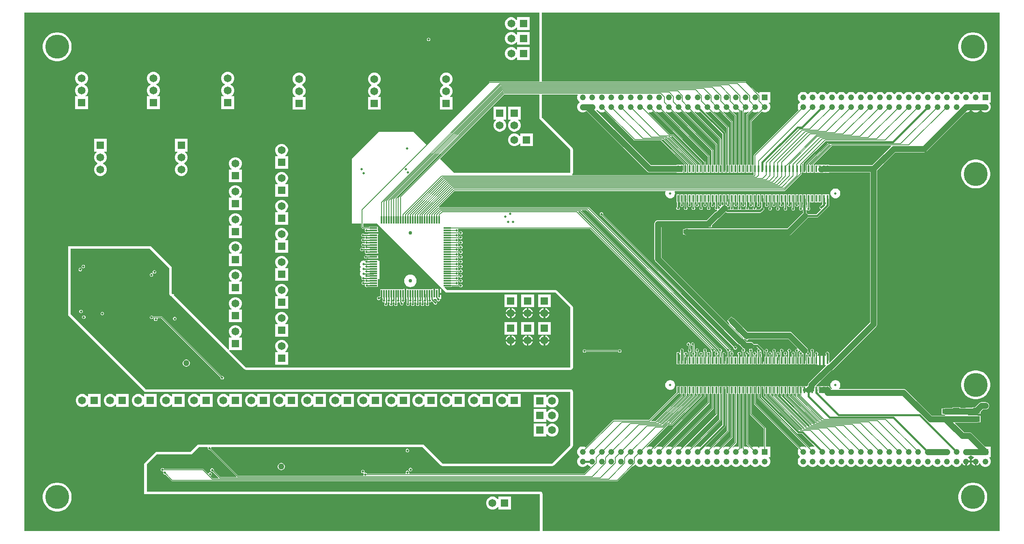
<source format=gbr>
G04*
G04 #@! TF.GenerationSoftware,Altium Limited,Altium Designer,22.4.2 (48)*
G04*
G04 Layer_Physical_Order=1*
G04 Layer_Color=255*
%FSLAX25Y25*%
%MOIN*%
G70*
G04*
G04 #@! TF.SameCoordinates,2DCEC4E4-29E6-4739-8FF7-65C193B2F985*
G04*
G04*
G04 #@! TF.FilePolarity,Positive*
G04*
G01*
G75*
%ADD15C,0.01000*%
G04:AMPARAMS|DCode=49|XSize=54.72mil|YSize=35.83mil|CornerRadius=0mil|HoleSize=0mil|Usage=FLASHONLY|Rotation=135.000|XOffset=0mil|YOffset=0mil|HoleType=Round|Shape=Rectangle|*
%AMROTATEDRECTD49*
4,1,4,0.03202,-0.00668,0.00668,-0.03202,-0.03202,0.00668,-0.00668,0.03202,0.03202,-0.00668,0.0*
%
%ADD49ROTATEDRECTD49*%

G04:AMPARAMS|DCode=50|XSize=38.98mil|YSize=30.71mil|CornerRadius=0mil|HoleSize=0mil|Usage=FLASHONLY|Rotation=315.000|XOffset=0mil|YOffset=0mil|HoleType=Round|Shape=Rectangle|*
%AMROTATEDRECTD50*
4,1,4,-0.02464,0.00292,-0.00292,0.02464,0.02464,-0.00292,0.00292,-0.02464,-0.02464,0.00292,0.0*
%
%ADD50ROTATEDRECTD50*%

G04:AMPARAMS|DCode=51|XSize=57.87mil|YSize=40.16mil|CornerRadius=0mil|HoleSize=0mil|Usage=FLASHONLY|Rotation=315.000|XOffset=0mil|YOffset=0mil|HoleType=Round|Shape=Rectangle|*
%AMROTATEDRECTD51*
4,1,4,-0.03466,0.00626,-0.00626,0.03466,0.03466,-0.00626,0.00626,-0.03466,-0.03466,0.00626,0.0*
%
%ADD51ROTATEDRECTD51*%

%ADD52R,0.01181X0.06496*%
%ADD53R,0.06496X0.01181*%
%ADD54R,0.01799X0.05701*%
%ADD55R,0.05787X0.04016*%
%ADD56R,0.05472X0.03583*%
%ADD57R,0.05709X0.04528*%
%ADD58R,0.03898X0.03071*%
%ADD59C,0.05000*%
%ADD60C,0.00600*%
%ADD61C,0.01600*%
%ADD62C,0.01500*%
%ADD63C,0.02000*%
%ADD64C,0.03000*%
%ADD65C,0.02953*%
%ADD66C,0.06496*%
%ADD67R,0.06496X0.06496*%
%ADD68R,0.06496X0.06496*%
%ADD69R,0.04878X0.04878*%
%ADD70C,0.04878*%
%ADD71C,0.02000*%
%ADD72C,0.19685*%
%ADD73C,0.05000*%
G36*
X802961Y2039D02*
X427539D01*
Y32500D01*
X427384Y33280D01*
X426942Y33942D01*
X426280Y34384D01*
X425500Y34539D01*
X102539D01*
Y56655D01*
X110845Y64961D01*
X138500D01*
X139280Y65116D01*
X139942Y65558D01*
X145345Y70961D01*
X152354D01*
X152631Y70545D01*
X152600Y70469D01*
Y69912D01*
X152813Y69398D01*
X153207Y69004D01*
X153721Y68791D01*
X154279D01*
X154358Y68824D01*
X176206Y46976D01*
X176015Y46514D01*
X162872D01*
X157581Y51805D01*
X157614Y51884D01*
Y52441D01*
X157401Y52956D01*
X157007Y53349D01*
X156492Y53562D01*
X155936D01*
X155421Y53349D01*
X155027Y52956D01*
X154814Y52441D01*
Y51884D01*
X155027Y51369D01*
X155421Y50976D01*
X155936Y50762D01*
X156492D01*
X156572Y50795D01*
X161391Y45976D01*
X161200Y45514D01*
X156478D01*
X155013Y46979D01*
X155131Y47568D01*
X155339Y47654D01*
X155733Y48048D01*
X155946Y48562D01*
Y49119D01*
X155733Y49634D01*
X155339Y50028D01*
X154825Y50241D01*
X154268D01*
X153753Y50028D01*
X153359Y49634D01*
X153273Y49426D01*
X152684Y49308D01*
X149019Y52973D01*
X148787Y53128D01*
X148514Y53182D01*
X116716D01*
X116683Y53262D01*
X116290Y53656D01*
X115775Y53869D01*
X115218D01*
X114704Y53656D01*
X114310Y53262D01*
X114097Y52747D01*
Y52190D01*
X114310Y51676D01*
X114704Y51282D01*
X115218Y51069D01*
X115775D01*
X115941Y51138D01*
X116224Y50714D01*
X116192Y50682D01*
X115979Y50167D01*
Y49610D01*
X116192Y49096D01*
X116586Y48702D01*
X117101Y48489D01*
X117658D01*
X117737Y48522D01*
X122963Y43295D01*
X123195Y43141D01*
X123468Y43086D01*
X488913D01*
X489186Y43141D01*
X489418Y43295D01*
X501053Y54931D01*
X501602Y55078D01*
X502614Y55662D01*
X503440Y56489D01*
X503575Y56722D01*
X504075D01*
X504210Y56489D01*
X505037Y55662D01*
X506049Y55078D01*
X507178Y54775D01*
X508347D01*
X509476Y55078D01*
X510488Y55662D01*
X511314Y56489D01*
X511449Y56722D01*
X511949D01*
X512084Y56489D01*
X512911Y55662D01*
X513923Y55078D01*
X515052Y54775D01*
X516221D01*
X517350Y55078D01*
X518362Y55662D01*
X519188Y56489D01*
X519323Y56722D01*
X519823D01*
X519958Y56489D01*
X520785Y55662D01*
X521797Y55078D01*
X522926Y54775D01*
X524095D01*
X525224Y55078D01*
X526236Y55662D01*
X527062Y56489D01*
X527197Y56722D01*
X527697D01*
X527832Y56489D01*
X528659Y55662D01*
X529671Y55078D01*
X530800Y54775D01*
X531969D01*
X533098Y55078D01*
X534110Y55662D01*
X534936Y56489D01*
X535071Y56722D01*
X535571D01*
X535706Y56489D01*
X536533Y55662D01*
X537545Y55078D01*
X538674Y54775D01*
X539843D01*
X540972Y55078D01*
X541984Y55662D01*
X542810Y56489D01*
X542945Y56722D01*
X543445D01*
X543580Y56489D01*
X544407Y55662D01*
X545419Y55078D01*
X546548Y54775D01*
X547717D01*
X548846Y55078D01*
X549858Y55662D01*
X550684Y56489D01*
X550819Y56722D01*
X551319D01*
X551454Y56489D01*
X552281Y55662D01*
X553293Y55078D01*
X554422Y54775D01*
X555591D01*
X556720Y55078D01*
X557732Y55662D01*
X558558Y56489D01*
X558693Y56722D01*
X559193D01*
X559328Y56489D01*
X560155Y55662D01*
X561167Y55078D01*
X562296Y54775D01*
X563465D01*
X564594Y55078D01*
X565606Y55662D01*
X566432Y56489D01*
X566567Y56722D01*
X567067D01*
X567202Y56489D01*
X568029Y55662D01*
X569041Y55078D01*
X570170Y54775D01*
X571339D01*
X572468Y55078D01*
X573480Y55662D01*
X574306Y56489D01*
X574441Y56723D01*
X574941D01*
X575076Y56489D01*
X575903Y55662D01*
X576915Y55078D01*
X578044Y54775D01*
X579213D01*
X580342Y55078D01*
X581354Y55662D01*
X582181Y56489D01*
X582315Y56722D01*
X582815D01*
X582950Y56489D01*
X583777Y55662D01*
X584789Y55078D01*
X585918Y54775D01*
X587087D01*
X588216Y55078D01*
X589228Y55662D01*
X590055Y56489D01*
X590189Y56722D01*
X590689D01*
X590824Y56489D01*
X591651Y55662D01*
X592663Y55078D01*
X593792Y54775D01*
X594961D01*
X596090Y55078D01*
X597102Y55662D01*
X597928Y56489D01*
X598063Y56722D01*
X598563D01*
X598698Y56489D01*
X599525Y55662D01*
X600537Y55078D01*
X601666Y54775D01*
X602835D01*
X603964Y55078D01*
X604976Y55662D01*
X605802Y56489D01*
X605937Y56722D01*
X606437D01*
X606572Y56489D01*
X607399Y55662D01*
X608411Y55078D01*
X609540Y54775D01*
X610709D01*
X611838Y55078D01*
X612850Y55662D01*
X613677Y56489D01*
X614261Y57501D01*
X614563Y58630D01*
Y59799D01*
X614261Y60928D01*
X613677Y61940D01*
X613429Y62187D01*
X613620Y62649D01*
X614563D01*
Y71527D01*
X610883D01*
Y86589D01*
X610829Y86862D01*
X610674Y87094D01*
X599466Y98302D01*
Y114669D01*
X600018D01*
Y121169D01*
X597419D01*
Y114669D01*
X598038D01*
Y98006D01*
X598093Y97733D01*
X598247Y97502D01*
X609455Y86294D01*
Y71527D01*
X605686D01*
Y70584D01*
X605224Y70393D01*
X604976Y70640D01*
X603964Y71225D01*
X602835Y71527D01*
X601666D01*
X600537Y71225D01*
X599641Y70707D01*
X596316Y74032D01*
Y114669D01*
X596869D01*
Y121169D01*
X594270D01*
Y114669D01*
X594889D01*
Y73736D01*
X594943Y73463D01*
X595098Y73232D01*
X597125Y71205D01*
X596818Y70804D01*
X596090Y71225D01*
X594961Y71527D01*
X593792D01*
X593563Y71466D01*
X593166Y71770D01*
Y114669D01*
X593719D01*
Y121169D01*
X591120D01*
Y114669D01*
X591739D01*
Y70691D01*
X591651Y70640D01*
X590824Y69814D01*
X590788Y69750D01*
X590241Y69710D01*
X589984Y69995D01*
Y114669D01*
X590570D01*
Y121169D01*
X587970D01*
Y114669D01*
X588556D01*
Y71546D01*
X588056Y71267D01*
X587087Y71527D01*
X585918D01*
X584789Y71225D01*
X584061Y70804D01*
X583754Y71205D01*
X586658Y74109D01*
X586813Y74340D01*
X586867Y74613D01*
Y114669D01*
X587420D01*
Y121169D01*
X584821D01*
Y114669D01*
X585440D01*
Y74909D01*
X581238Y70707D01*
X580342Y71225D01*
X579213Y71527D01*
X578044D01*
X576915Y71225D01*
X576187Y70804D01*
X575879Y71204D01*
X583508Y78833D01*
X583663Y79065D01*
X583718Y79338D01*
Y114669D01*
X584270D01*
Y121169D01*
X581671D01*
Y114669D01*
X582290D01*
Y79634D01*
X573364Y70707D01*
X572468Y71225D01*
X571339Y71527D01*
X570170D01*
X569041Y71225D01*
X568313Y70804D01*
X568006Y71205D01*
X580359Y83558D01*
X580514Y83789D01*
X580568Y84062D01*
Y114669D01*
X581121D01*
Y121169D01*
X578522D01*
Y114669D01*
X579141D01*
Y84358D01*
X565490Y70707D01*
X564594Y71225D01*
X563465Y71527D01*
X562296D01*
X561731Y71376D01*
X561473Y71824D01*
X577537Y87889D01*
X577802Y88285D01*
X577895Y88754D01*
Y114669D01*
X577971D01*
Y121169D01*
X575372D01*
Y114669D01*
X575448D01*
Y89261D01*
X557159Y70971D01*
X556720Y71225D01*
X555591Y71527D01*
X554422D01*
X553293Y71225D01*
X552565Y70804D01*
X552258Y71205D01*
X574027Y92974D01*
X574181Y93205D01*
X574236Y93478D01*
Y114669D01*
X574822D01*
Y121169D01*
X572222D01*
Y114669D01*
X572808D01*
Y93774D01*
X549742Y70707D01*
X548846Y71225D01*
X547717Y71527D01*
X546548D01*
X545419Y71225D01*
X544691Y70804D01*
X544384Y71205D01*
X570910Y97731D01*
X571065Y97962D01*
X571119Y98235D01*
Y114669D01*
X571672D01*
Y121169D01*
X569073D01*
Y114669D01*
X569692D01*
Y98531D01*
X541868Y70707D01*
X540972Y71225D01*
X539843Y71527D01*
X538674D01*
X537545Y71225D01*
X536817Y70804D01*
X536510Y71205D01*
X567761Y102455D01*
X567915Y102687D01*
X567970Y102960D01*
Y114669D01*
X568522D01*
Y121169D01*
X565923D01*
Y114669D01*
X566542D01*
Y103256D01*
X533994Y70707D01*
X533098Y71225D01*
X531969Y71527D01*
X530800D01*
X529671Y71225D01*
X528943Y70804D01*
X528636Y71205D01*
X564611Y107180D01*
X564766Y107411D01*
X564820Y107684D01*
Y114669D01*
X565373D01*
Y121169D01*
X562774D01*
Y114669D01*
X563392D01*
Y107980D01*
X526120Y70707D01*
X525224Y71225D01*
X524095Y71527D01*
X522926D01*
X521797Y71225D01*
X520785Y70640D01*
X519958Y69814D01*
X519823Y69580D01*
X519338D01*
X519268Y69677D01*
X519188Y69814D01*
X519110Y69892D01*
X519054Y69969D01*
X561461Y112376D01*
X561616Y112607D01*
X561670Y112881D01*
Y114669D01*
X562223D01*
Y121169D01*
X559624D01*
Y114669D01*
X560243D01*
Y113176D01*
X517947Y70880D01*
X517350Y71225D01*
X516221Y71527D01*
X515052D01*
X513923Y71225D01*
X513195Y70804D01*
X512888Y71205D01*
X530740Y89057D01*
X534270D01*
X534544Y89111D01*
X534775Y89266D01*
X558279Y112769D01*
X558433Y113001D01*
X558488Y113274D01*
Y114669D01*
X559074D01*
Y121169D01*
X556474D01*
Y114669D01*
X557060D01*
Y113570D01*
X533975Y90484D01*
X533137D01*
X532946Y90946D01*
X555129Y113129D01*
X555284Y113361D01*
X555338Y113634D01*
Y114669D01*
X555924D01*
Y121169D01*
X553325D01*
Y114669D01*
X553911D01*
Y113929D01*
X531692Y91711D01*
X531552Y91737D01*
X531385Y92277D01*
X551979Y112872D01*
X552134Y113103D01*
X552189Y113377D01*
Y114669D01*
X552774D01*
Y121169D01*
X550175D01*
Y114669D01*
X550761D01*
Y113672D01*
X529562Y92473D01*
X529343Y92430D01*
X529111Y92275D01*
X526351Y89515D01*
X526251Y89535D01*
X526087Y90077D01*
X548830Y112821D01*
X548985Y113052D01*
X549039Y113325D01*
Y114669D01*
X549625D01*
Y121169D01*
X547026D01*
Y114669D01*
X547612D01*
Y113621D01*
X524379Y90389D01*
X524138Y90421D01*
X523959Y90950D01*
X545680Y112671D01*
X545835Y112902D01*
X545889Y113176D01*
Y114669D01*
X546475D01*
Y121169D01*
X543876D01*
Y114669D01*
X544462D01*
Y113471D01*
X522379Y91389D01*
X522138Y91421D01*
X521959Y91950D01*
X542564Y112554D01*
X542718Y112786D01*
X542773Y113059D01*
Y114669D01*
X543325D01*
Y121169D01*
X540726D01*
Y114669D01*
X541345D01*
Y113355D01*
X520246Y92255D01*
X516826D01*
X516634Y92717D01*
X538586Y114669D01*
X540176D01*
Y121169D01*
X537577D01*
Y115678D01*
X515154Y93255D01*
X485971D01*
X485698Y93201D01*
X485466Y93046D01*
X463128Y70707D01*
X462231Y71225D01*
X461102Y71527D01*
X459934D01*
X458805Y71225D01*
X457793Y70640D01*
X456966Y69814D01*
X456382Y68802D01*
X456079Y67673D01*
Y66504D01*
X456382Y65375D01*
X456966Y64363D01*
X457793Y63536D01*
X458026Y63401D01*
Y62901D01*
X457793Y62766D01*
X456966Y61940D01*
X456382Y60928D01*
X456079Y59799D01*
Y58630D01*
X456382Y57501D01*
X456966Y56489D01*
X457793Y55662D01*
X458805Y55078D01*
X459934Y54775D01*
X461102D01*
X462231Y55078D01*
X463244Y55662D01*
X464070Y56489D01*
X464205Y56722D01*
X464705D01*
X464840Y56489D01*
X465666Y55662D01*
X466679Y55078D01*
X466990Y54994D01*
X467119Y54512D01*
X461781Y49173D01*
X318237D01*
X317904Y49673D01*
X317991Y49881D01*
Y50438D01*
X317777Y50953D01*
X317384Y51346D01*
X316869Y51560D01*
X316312D01*
X315797Y51346D01*
X315404Y50953D01*
X315191Y50438D01*
Y49881D01*
X315277Y49673D01*
X314944Y49173D01*
X283237D01*
X283187Y49293D01*
X282793Y49687D01*
X282278Y49900D01*
X281721D01*
X281492Y49805D01*
X281220Y50163D01*
X281193Y50222D01*
X281400Y50722D01*
Y51279D01*
X281187Y51793D01*
X280793Y52187D01*
X280278Y52400D01*
X279721D01*
X279207Y52187D01*
X278813Y51793D01*
X278600Y51279D01*
Y50722D01*
X278813Y50207D01*
X279207Y49813D01*
X279721Y49600D01*
X280278D01*
X280508Y49695D01*
X280780Y49337D01*
X280807Y49278D01*
X280600Y48779D01*
Y48221D01*
X280686Y48014D01*
X280353Y47514D01*
X177687D01*
X155367Y69833D01*
X155400Y69912D01*
Y70469D01*
X155369Y70545D01*
X155646Y70961D01*
X329155D01*
X344058Y56058D01*
X344720Y55616D01*
X345500Y55461D01*
X435500D01*
X436280Y55616D01*
X436942Y56058D01*
X451942Y71058D01*
X452384Y71720D01*
X452539Y72500D01*
Y116500D01*
X452384Y117280D01*
X451942Y117942D01*
X451280Y118384D01*
X450500Y118539D01*
X101845D01*
X40039Y180345D01*
Y233961D01*
X105155Y233961D01*
X121070Y218046D01*
X121070Y197041D01*
X121134Y196718D01*
X121176Y196391D01*
X121211Y196330D01*
X121225Y196260D01*
X121408Y195986D01*
X121572Y195701D01*
X121628Y195658D01*
X121667Y195599D01*
X121941Y195416D01*
X122202Y195214D01*
X122692Y194971D01*
X122948Y194902D01*
X122951Y194884D01*
X123020Y194781D01*
X123059Y194663D01*
X123240Y194453D01*
X123393Y194223D01*
X123393Y194223D01*
X168146Y149471D01*
X168146Y149471D01*
X168563Y149192D01*
X168841Y148775D01*
X182558Y135058D01*
X183220Y134616D01*
X184000Y134461D01*
X450500Y134461D01*
X451280Y134616D01*
X451942Y135058D01*
X452384Y135720D01*
X452539Y136500D01*
X452539Y185727D01*
X452384Y186507D01*
X451942Y187169D01*
X439669Y199442D01*
X439008Y199884D01*
X438227Y200039D01*
X349345D01*
X347122Y202262D01*
X347313Y202724D01*
X353061D01*
Y203001D01*
X355490D01*
X355490Y203001D01*
X359271D01*
X359313Y202900D01*
X359707Y202506D01*
X360222Y202293D01*
X360778D01*
X361293Y202506D01*
X361687Y202900D01*
X361900Y203414D01*
Y203971D01*
X361687Y204486D01*
X361293Y204880D01*
X360778Y205093D01*
X360222D01*
X359707Y204880D01*
X359313Y204486D01*
X359289Y204428D01*
X358350D01*
X358191Y204727D01*
X358120Y204928D01*
X358318Y205405D01*
Y205962D01*
X358120Y206438D01*
X358191Y206639D01*
X358350Y206938D01*
X359271D01*
X359313Y206837D01*
X359707Y206443D01*
X360222Y206230D01*
X360778D01*
X361293Y206443D01*
X361687Y206837D01*
X361900Y207351D01*
Y207908D01*
X361687Y208423D01*
X361293Y208817D01*
X360778Y209030D01*
X360222D01*
X359707Y208817D01*
X359313Y208423D01*
X359289Y208365D01*
X358350D01*
X358191Y208664D01*
X358120Y208865D01*
X358318Y209342D01*
Y209899D01*
X358120Y210375D01*
X358191Y210576D01*
X358350Y210875D01*
X359271D01*
X359313Y210774D01*
X359707Y210380D01*
X360222Y210167D01*
X360778D01*
X361293Y210380D01*
X361687Y210774D01*
X361900Y211288D01*
Y211845D01*
X361687Y212360D01*
X361293Y212754D01*
X360778Y212967D01*
X360222D01*
X359707Y212754D01*
X359313Y212360D01*
X359289Y212302D01*
X358350D01*
X358191Y212601D01*
X358120Y212802D01*
X358318Y213279D01*
Y213836D01*
X358120Y214312D01*
X358191Y214513D01*
X358350Y214812D01*
X359271D01*
X359313Y214711D01*
X359707Y214317D01*
X360222Y214104D01*
X360778D01*
X361293Y214317D01*
X361687Y214711D01*
X361900Y215226D01*
Y215782D01*
X361687Y216297D01*
X361293Y216691D01*
X360778Y216904D01*
X360222D01*
X359707Y216691D01*
X359313Y216297D01*
X359289Y216239D01*
X358350D01*
X358191Y216538D01*
X358120Y216739D01*
X358318Y217216D01*
Y217773D01*
X358120Y218249D01*
X358191Y218450D01*
X358350Y218749D01*
X359271D01*
X359313Y218648D01*
X359707Y218254D01*
X360222Y218041D01*
X360778D01*
X361293Y218254D01*
X361687Y218648D01*
X361900Y219163D01*
Y219719D01*
X361687Y220234D01*
X361293Y220628D01*
X360778Y220841D01*
X360222D01*
X359707Y220628D01*
X359313Y220234D01*
X359289Y220176D01*
X358350D01*
X358191Y220475D01*
X358120Y220676D01*
X358318Y221153D01*
Y221710D01*
X358120Y222186D01*
X358191Y222387D01*
X358350Y222686D01*
X359271D01*
X359313Y222585D01*
X359707Y222191D01*
X360222Y221978D01*
X360778D01*
X361293Y222191D01*
X361687Y222585D01*
X361900Y223099D01*
Y223656D01*
X361687Y224171D01*
X361293Y224565D01*
X360778Y224778D01*
X360222D01*
X359707Y224565D01*
X359313Y224171D01*
X359289Y224113D01*
X358350D01*
X358191Y224412D01*
X358120Y224613D01*
X358318Y225090D01*
Y225647D01*
X358120Y226123D01*
X358191Y226324D01*
X358350Y226623D01*
X359271D01*
X359313Y226522D01*
X359707Y226128D01*
X360222Y225915D01*
X360778D01*
X361293Y226128D01*
X361687Y226522D01*
X361900Y227036D01*
Y227593D01*
X361687Y228108D01*
X361293Y228502D01*
X360778Y228715D01*
X360222D01*
X359707Y228502D01*
X359313Y228108D01*
X359289Y228050D01*
X358350D01*
X358191Y228349D01*
X358120Y228550D01*
X358318Y229027D01*
Y229584D01*
X358120Y230060D01*
X358191Y230261D01*
X358350Y230560D01*
X359271D01*
X359313Y230459D01*
X359707Y230065D01*
X360222Y229852D01*
X360778D01*
X361293Y230065D01*
X361687Y230459D01*
X361900Y230974D01*
Y231530D01*
X361687Y232045D01*
X361293Y232439D01*
X360778Y232652D01*
X360222D01*
X359707Y232439D01*
X359313Y232045D01*
X359289Y231987D01*
X358350D01*
X358191Y232286D01*
X358120Y232487D01*
X358318Y232964D01*
Y233521D01*
X358120Y233997D01*
X358191Y234198D01*
X358350Y234497D01*
X359271D01*
X359313Y234396D01*
X359707Y234002D01*
X360222Y233789D01*
X360778D01*
X361293Y234002D01*
X361687Y234396D01*
X361900Y234910D01*
Y235468D01*
X361687Y235982D01*
X361293Y236376D01*
X360778Y236589D01*
X360222D01*
X359707Y236376D01*
X359313Y235982D01*
X359289Y235924D01*
X358350D01*
X358191Y236223D01*
X358120Y236424D01*
X358318Y236901D01*
Y237458D01*
X358120Y237934D01*
X358191Y238135D01*
X358350Y238434D01*
X359271D01*
X359313Y238333D01*
X359707Y237939D01*
X360222Y237726D01*
X360778D01*
X361293Y237939D01*
X361687Y238333D01*
X361900Y238847D01*
Y239405D01*
X361687Y239919D01*
X361293Y240313D01*
X360778Y240526D01*
X360222D01*
X359707Y240313D01*
X359313Y239919D01*
X359289Y239861D01*
X358350D01*
X358191Y240160D01*
X358120Y240361D01*
X358318Y240838D01*
Y241395D01*
X358120Y241871D01*
X358191Y242072D01*
X358350Y242371D01*
X359212D01*
X359536Y242047D01*
X360051Y241834D01*
X360608D01*
X361122Y242047D01*
X361516Y242441D01*
X361729Y242955D01*
Y243512D01*
X361516Y244027D01*
X361122Y244420D01*
X360608Y244634D01*
X360051D01*
X359536Y244420D01*
X359143Y244027D01*
X359048Y243798D01*
X358350D01*
X358191Y244097D01*
X358120Y244298D01*
X358318Y244775D01*
Y245332D01*
X358120Y245808D01*
X358191Y246009D01*
X358350Y246308D01*
X359271D01*
X359313Y246207D01*
X359707Y245813D01*
X360222Y245600D01*
X360778D01*
X361293Y245813D01*
X361687Y246207D01*
X361900Y246722D01*
Y247278D01*
X361687Y247793D01*
X361293Y248187D01*
X360778Y248400D01*
X360222D01*
X359707Y248187D01*
X359313Y247793D01*
X359289Y247735D01*
X358350D01*
X358191Y248034D01*
X358120Y248235D01*
X358318Y248712D01*
Y249269D01*
X358120Y249745D01*
X358191Y249946D01*
X358350Y250245D01*
X466555D01*
X565874Y150926D01*
X565841Y150846D01*
Y150289D01*
X566054Y149775D01*
X566314Y149515D01*
Y145468D01*
X565923D01*
Y138968D01*
X568522D01*
Y145468D01*
X568150D01*
Y149497D01*
X568428Y149775D01*
X568514Y149983D01*
X569103Y150101D01*
X569754Y149450D01*
X569707Y148955D01*
X569313Y148561D01*
X569100Y148046D01*
Y147490D01*
X569313Y146975D01*
X569707Y146581D01*
X569723Y146575D01*
Y145468D01*
X569073D01*
Y138968D01*
X571672D01*
Y145468D01*
X571150D01*
Y146522D01*
X571293Y146581D01*
X571687Y146975D01*
X571900Y147490D01*
Y148046D01*
X571687Y148561D01*
X571293Y148955D01*
X571214Y148988D01*
Y149713D01*
X571159Y149986D01*
X571005Y150218D01*
X456898Y264324D01*
X457090Y264786D01*
X458272D01*
X572133Y150926D01*
X572100Y150846D01*
Y150289D01*
X572313Y149775D01*
X572707Y149381D01*
X572797Y149344D01*
Y145468D01*
X572222D01*
Y138968D01*
X574822D01*
Y145468D01*
X574225D01*
Y149353D01*
X574293Y149381D01*
X574687Y149775D01*
X574900Y150289D01*
Y150846D01*
X574687Y151361D01*
X574293Y151755D01*
X573778Y151968D01*
X573221D01*
X573142Y151935D01*
X459753Y265324D01*
X459944Y265786D01*
X463806D01*
X578667Y150926D01*
X578634Y150846D01*
Y150289D01*
X578847Y149775D01*
X579214Y149408D01*
Y145468D01*
X578522D01*
Y138968D01*
X581121D01*
Y145468D01*
X580641D01*
Y149304D01*
X580827Y149381D01*
X581221Y149775D01*
X581307Y149983D01*
X581896Y150101D01*
X582286Y149710D01*
Y148988D01*
X582207Y148955D01*
X581813Y148561D01*
X581600Y148046D01*
Y147490D01*
X581813Y146975D01*
X582207Y146581D01*
X582272Y146554D01*
Y145468D01*
X581671D01*
Y138968D01*
X584270D01*
Y145468D01*
X583699D01*
Y146542D01*
X583793Y146581D01*
X584187Y146975D01*
X584400Y147490D01*
Y148046D01*
X584187Y148561D01*
X583793Y148955D01*
X583714Y148988D01*
Y150006D01*
X583659Y150279D01*
X583505Y150511D01*
X466011Y268005D01*
X465779Y268159D01*
X465506Y268214D01*
X342552D01*
X342345Y268714D01*
X355167Y281535D01*
X528455D01*
X528607Y281273D01*
X528685Y281035D01*
X528427Y280076D01*
Y279022D01*
X528700Y278005D01*
X529227Y277093D01*
X529971Y276348D01*
X530884Y275821D01*
X531901Y275549D01*
X532954D01*
X533971Y275821D01*
X534883Y276348D01*
X535628Y277093D01*
X536155Y278005D01*
X536427Y279022D01*
Y280076D01*
X536170Y281035D01*
X536248Y281273D01*
X536400Y281535D01*
X626254D01*
X626527Y281590D01*
X626758Y281744D01*
X640168Y295154D01*
X640323Y295386D01*
X640377Y295659D01*
Y296448D01*
X640963D01*
Y302949D01*
X640868D01*
X640661Y303449D01*
X641078Y303866D01*
X641578Y303659D01*
Y302949D01*
X641514D01*
Y296448D01*
X644113D01*
Y302949D01*
X644025D01*
Y303850D01*
X660777Y320602D01*
X661453D01*
X661644Y320140D01*
X645458Y303954D01*
X645304Y303722D01*
X645249Y303449D01*
Y302949D01*
X644663D01*
Y296448D01*
X647263D01*
Y302949D01*
X647180D01*
X646972Y303449D01*
X663135Y319611D01*
X663600D01*
X663792Y319149D01*
X648596Y303954D01*
X648441Y303722D01*
X648387Y303449D01*
Y302949D01*
X647813D01*
Y296448D01*
X650412D01*
Y302949D01*
X650317D01*
X650110Y303449D01*
X665272Y318611D01*
X713660D01*
X713776Y318111D01*
X698288Y302624D01*
X663011D01*
Y302949D01*
X660411D01*
Y302624D01*
X659861D01*
Y302949D01*
X657262D01*
Y302949D01*
X657211Y302932D01*
X656711Y302949D01*
Y302949D01*
X654112D01*
Y301576D01*
X654062Y301538D01*
X653562Y301788D01*
Y302949D01*
X650963D01*
Y296448D01*
X653562D01*
Y297201D01*
X654062Y297445D01*
X654112Y297406D01*
Y296448D01*
X656711D01*
Y296448D01*
X657211Y296494D01*
X657262Y296448D01*
Y296448D01*
X659861D01*
Y296774D01*
X660411D01*
Y296448D01*
X663011D01*
Y296774D01*
X696575D01*
Y173368D01*
X663473Y140265D01*
X663011Y140456D01*
Y145468D01*
X662935D01*
Y147681D01*
X662900Y147854D01*
Y148278D01*
X662687Y148793D01*
X662293Y149187D01*
X661778Y149400D01*
X661222D01*
X660707Y149187D01*
X660313Y148793D01*
X660100Y148278D01*
Y147722D01*
X660313Y147207D01*
X660488Y147033D01*
Y146557D01*
X660461Y146069D01*
X659311D01*
Y142218D01*
Y138368D01*
X660016D01*
X660223Y137868D01*
X646394Y124039D01*
X645929Y123433D01*
X645637Y122728D01*
X645538Y121970D01*
Y121630D01*
X645138Y121231D01*
X644663Y121169D01*
Y121169D01*
X644613Y121136D01*
X644113Y121169D01*
Y121169D01*
X641514D01*
Y119802D01*
X641512Y119795D01*
X641463Y119762D01*
X640963Y120024D01*
Y121169D01*
X638364D01*
Y114669D01*
X638983D01*
Y112803D01*
X639038Y112530D01*
X639192Y112299D01*
X657298Y94193D01*
X657119Y93664D01*
X656878Y93632D01*
X637261Y113248D01*
Y114669D01*
X637814D01*
Y121169D01*
X635214D01*
Y114669D01*
X635834D01*
Y112953D01*
X635888Y112680D01*
X636043Y112448D01*
X655298Y93193D01*
X655119Y92664D01*
X654878Y92632D01*
X634111Y113398D01*
Y114669D01*
X634664D01*
Y121169D01*
X632065D01*
Y114669D01*
X632684D01*
Y113102D01*
X632738Y112829D01*
X632893Y112598D01*
X653298Y92193D01*
X653119Y91664D01*
X652878Y91632D01*
X630962Y113548D01*
Y114669D01*
X631514D01*
Y121169D01*
X628915D01*
Y114669D01*
X629534D01*
Y113252D01*
X629589Y112979D01*
X629743Y112747D01*
X651531Y90960D01*
X651340Y90498D01*
X650528D01*
X627779Y113247D01*
Y114669D01*
X628365D01*
Y121169D01*
X625766D01*
Y114669D01*
X626351D01*
Y112952D01*
X626406Y112678D01*
X626561Y112447D01*
X648700Y90308D01*
X648535Y89765D01*
X648416Y89742D01*
X624629Y113528D01*
Y114669D01*
X625215D01*
Y121169D01*
X622616D01*
Y114669D01*
X623202D01*
Y113233D01*
X623256Y112960D01*
X623411Y112728D01*
X647179Y88960D01*
X646988Y88498D01*
X646512D01*
X621480Y113530D01*
Y114669D01*
X622066D01*
Y121169D01*
X619466D01*
Y114669D01*
X620052D01*
Y113234D01*
X620107Y112961D01*
X620261Y112729D01*
X644798Y88193D01*
X644619Y87664D01*
X644378Y87632D01*
X618330Y113679D01*
Y114669D01*
X618916D01*
Y121169D01*
X616317D01*
Y114669D01*
X616903D01*
Y113384D01*
X616957Y113110D01*
X617112Y112879D01*
X642806Y87185D01*
X642627Y86657D01*
X642378Y86624D01*
X615181Y113821D01*
Y114669D01*
X615766D01*
Y121169D01*
X613167D01*
Y114669D01*
X613753D01*
Y113525D01*
X613807Y113252D01*
X613962Y113021D01*
X641023Y85960D01*
X640832Y85498D01*
X640012D01*
X612031Y113478D01*
Y114669D01*
X612617D01*
Y121169D01*
X610018D01*
Y114669D01*
X610604D01*
Y113183D01*
X610658Y112910D01*
X610813Y112678D01*
X638233Y85258D01*
X638057Y84727D01*
X637868Y84699D01*
X609391Y113175D01*
Y114669D01*
X609467D01*
Y121169D01*
X606868D01*
Y114669D01*
X606944D01*
Y112669D01*
X607037Y112200D01*
X607303Y111803D01*
X636687Y82419D01*
X637084Y82154D01*
X637552Y82060D01*
X640666D01*
X650902Y71824D01*
X650643Y71376D01*
X650079Y71527D01*
X648910D01*
X647781Y71225D01*
X646885Y70707D01*
X605765Y111827D01*
Y114669D01*
X606318D01*
Y121169D01*
X603718D01*
Y114669D01*
X604338D01*
Y111531D01*
X604392Y111258D01*
X604547Y111027D01*
X644369Y71205D01*
X644062Y70804D01*
X643334Y71225D01*
X642205Y71527D01*
X641036D01*
X639907Y71225D01*
X639011Y70707D01*
X602615Y107103D01*
Y114669D01*
X603168D01*
Y121169D01*
X600569D01*
Y114669D01*
X601188D01*
Y106807D01*
X601242Y106534D01*
X601397Y106302D01*
X638001Y69698D01*
X637484Y68802D01*
X637182Y67673D01*
Y66504D01*
X637484Y65375D01*
X638068Y64363D01*
X638895Y63536D01*
X639129Y63401D01*
Y62901D01*
X638895Y62766D01*
X638068Y61940D01*
X637484Y60928D01*
X637182Y59799D01*
Y58630D01*
X637484Y57501D01*
X638068Y56489D01*
X638895Y55662D01*
X639907Y55078D01*
X641036Y54775D01*
X642205D01*
X643334Y55078D01*
X644346Y55662D01*
X645173Y56489D01*
X645307Y56722D01*
X645807D01*
X645942Y56489D01*
X646769Y55662D01*
X647781Y55078D01*
X648910Y54775D01*
X650079D01*
X651208Y55078D01*
X652220Y55662D01*
X653047Y56489D01*
X653181Y56722D01*
X653681D01*
X653816Y56489D01*
X654643Y55662D01*
X655655Y55078D01*
X656784Y54775D01*
X657953D01*
X659082Y55078D01*
X660094Y55662D01*
X660920Y56489D01*
X661055Y56722D01*
X661555D01*
X661690Y56489D01*
X662517Y55662D01*
X663529Y55078D01*
X664658Y54775D01*
X665827D01*
X666956Y55078D01*
X667968Y55662D01*
X668794Y56489D01*
X668929Y56722D01*
X669429D01*
X669564Y56489D01*
X670391Y55662D01*
X671403Y55078D01*
X672532Y54775D01*
X673701D01*
X674830Y55078D01*
X675842Y55662D01*
X676669Y56489D01*
X676803Y56723D01*
X677304D01*
X677439Y56489D01*
X678265Y55662D01*
X679277Y55078D01*
X680406Y54775D01*
X681575D01*
X682704Y55078D01*
X683716Y55662D01*
X684543Y56489D01*
X684678Y56722D01*
X685178D01*
X685313Y56489D01*
X686139Y55662D01*
X687151Y55078D01*
X688280Y54775D01*
X689449D01*
X690578Y55078D01*
X691590Y55662D01*
X692417Y56489D01*
X692552Y56722D01*
X693052D01*
X693187Y56489D01*
X694013Y55662D01*
X695025Y55078D01*
X696154Y54775D01*
X697323D01*
X698452Y55078D01*
X699464Y55662D01*
X700291Y56489D01*
X700426Y56722D01*
X700926D01*
X701061Y56489D01*
X701887Y55662D01*
X702899Y55078D01*
X704028Y54775D01*
X705197D01*
X706326Y55078D01*
X707338Y55662D01*
X708165Y56489D01*
X708300Y56722D01*
X708800D01*
X708935Y56489D01*
X709761Y55662D01*
X710773Y55078D01*
X711902Y54775D01*
X713071D01*
X714200Y55078D01*
X715212Y55662D01*
X716039Y56489D01*
X716174Y56722D01*
X716674D01*
X716809Y56489D01*
X717635Y55662D01*
X718647Y55078D01*
X719776Y54775D01*
X720945D01*
X722074Y55078D01*
X723086Y55662D01*
X723913Y56489D01*
X724048Y56722D01*
X724548D01*
X724683Y56489D01*
X725509Y55662D01*
X726521Y55078D01*
X727650Y54775D01*
X728819D01*
X729948Y55078D01*
X730960Y55662D01*
X731787Y56489D01*
X731922Y56722D01*
X732422D01*
X732557Y56489D01*
X733383Y55662D01*
X734395Y55078D01*
X735524Y54775D01*
X736693D01*
X737822Y55078D01*
X738834Y55662D01*
X739661Y56489D01*
X739796Y56722D01*
X740296D01*
X740431Y56489D01*
X741257Y55662D01*
X742269Y55078D01*
X743398Y54775D01*
X744567D01*
X745696Y55078D01*
X746708Y55662D01*
X747535Y56489D01*
X747670Y56722D01*
X748170D01*
X748305Y56489D01*
X749131Y55662D01*
X750143Y55078D01*
X751272Y54775D01*
X752441D01*
X753570Y55078D01*
X754582Y55662D01*
X755409Y56489D01*
X755544Y56722D01*
X756044D01*
X756179Y56489D01*
X757005Y55662D01*
X758017Y55078D01*
X759146Y54775D01*
X760315D01*
X761444Y55078D01*
X762456Y55662D01*
X763283Y56489D01*
X763418Y56722D01*
X763918D01*
X764053Y56489D01*
X764879Y55662D01*
X765891Y55078D01*
X767020Y54775D01*
X768189D01*
X769318Y55078D01*
X770330Y55662D01*
X771157Y56489D01*
X771741Y57501D01*
X771805Y57739D01*
X771972Y57792D01*
X772334Y57783D01*
X772727Y57103D01*
X773367Y56463D01*
X774151Y56010D01*
X774729Y55855D01*
Y59214D01*
X775479D01*
Y59964D01*
X778838D01*
X778683Y60542D01*
X778230Y61326D01*
X777590Y61966D01*
X776910Y62359D01*
X776901Y62721D01*
X776954Y62888D01*
X777192Y62952D01*
X778204Y63536D01*
X778831Y64163D01*
X780000D01*
X780627Y63536D01*
X781639Y62952D01*
X781878Y62888D01*
X781930Y62721D01*
X781921Y62359D01*
X781241Y61966D01*
X780601Y61326D01*
X780148Y60542D01*
X779993Y59964D01*
X783353D01*
Y59214D01*
X784103D01*
Y55855D01*
X784680Y56010D01*
X785464Y56463D01*
X786105Y57103D01*
X786497Y57783D01*
X786860Y57792D01*
X787027Y57739D01*
X787090Y57501D01*
X787675Y56489D01*
X788501Y55662D01*
X789513Y55078D01*
X790642Y54775D01*
X791811D01*
X792940Y55078D01*
X793952Y55662D01*
X794779Y56489D01*
X795363Y57501D01*
X795666Y58630D01*
Y59799D01*
X795363Y60928D01*
X794779Y61940D01*
X794531Y62187D01*
X794723Y62649D01*
X795666D01*
Y71527D01*
X790925D01*
X780089Y82363D01*
X779484Y82827D01*
X778778Y83119D01*
X778021Y83219D01*
X773561D01*
X766193Y90588D01*
X766384Y91049D01*
X767146D01*
X767323Y91073D01*
X767500Y91049D01*
X775500D01*
X776257Y91149D01*
X776354Y91189D01*
X783103D01*
X783243Y91131D01*
X784000Y91032D01*
X784757Y91131D01*
X785147Y91293D01*
X787254D01*
Y96621D01*
X785340D01*
X785305Y96647D01*
X784600Y96939D01*
X783843Y97039D01*
X777100D01*
X776875Y97539D01*
X776931Y97602D01*
X783366D01*
X784123Y97702D01*
X784829Y97994D01*
X785330Y98379D01*
X787254D01*
Y100043D01*
X789286Y102075D01*
X791500D01*
X792257Y102175D01*
X792963Y102467D01*
X793568Y102932D01*
X794033Y103537D01*
X794325Y104243D01*
X794425Y105000D01*
X794325Y105757D01*
X794033Y106463D01*
X793568Y107068D01*
X792963Y107533D01*
X792257Y107825D01*
X791500Y107925D01*
X788075D01*
X787318Y107825D01*
X786612Y107533D01*
X786006Y107068D01*
X782645Y103707D01*
X780746D01*
Y103453D01*
X775736D01*
X774979Y103353D01*
X774649Y103216D01*
X770754D01*
Y103707D01*
X764246D01*
Y103216D01*
X758750D01*
X757993Y103117D01*
X757288Y102824D01*
X757124Y102699D01*
X755456D01*
Y97883D01*
X757124D01*
X757288Y97758D01*
X757993Y97466D01*
X758330Y97422D01*
X758460Y96900D01*
X758392Y96851D01*
X758356Y96856D01*
X747206D01*
X726125Y117937D01*
X725520Y118402D01*
X724814Y118694D01*
X724057Y118794D01*
X671249D01*
X671042Y119294D01*
X671361Y119613D01*
X671887Y120525D01*
X672160Y121542D01*
Y122595D01*
X671887Y123612D01*
X671361Y124525D01*
X670616Y125269D01*
X669704Y125796D01*
X668686Y126068D01*
X667633D01*
X666616Y125796D01*
X665704Y125269D01*
X664959Y124525D01*
X664432Y123612D01*
X664160Y122595D01*
Y121542D01*
X664432Y120525D01*
X664959Y119613D01*
X665278Y119294D01*
X665071Y118794D01*
X664488D01*
X664244Y119381D01*
X663779Y119987D01*
X663173Y120452D01*
X663011Y120520D01*
Y121169D01*
X660411D01*
Y120844D01*
X659861D01*
Y121169D01*
X657262D01*
Y121169D01*
X657211Y121158D01*
X656711Y121169D01*
Y121169D01*
X654112D01*
Y118202D01*
X654075Y117919D01*
X654112Y117636D01*
Y117074D01*
X653612Y116807D01*
X653585Y116825D01*
Y117827D01*
X653562Y117945D01*
Y121169D01*
X652451D01*
X652260Y121631D01*
X664226Y133597D01*
X664569Y133642D01*
X665274Y133935D01*
X665880Y134399D01*
X701568Y170088D01*
X702033Y170693D01*
X702325Y171399D01*
X702425Y172156D01*
Y298487D01*
X717138Y313200D01*
X741051D01*
X741808Y313300D01*
X742513Y313592D01*
X743119Y314057D01*
X775176Y346114D01*
X776063D01*
X777192Y346416D01*
X778204Y347001D01*
X778831Y347628D01*
X780000D01*
X780627Y347001D01*
X781639Y346416D01*
X782768Y346114D01*
X783937D01*
X785066Y346416D01*
X786078Y347001D01*
X786705Y347628D01*
X787874D01*
X788501Y347001D01*
X789513Y346416D01*
X790642Y346114D01*
X791811D01*
X792940Y346416D01*
X793952Y347001D01*
X794779Y347827D01*
X795363Y348840D01*
X795666Y349969D01*
Y351137D01*
X795363Y352266D01*
X794779Y353278D01*
X794531Y353526D01*
X794723Y353988D01*
X795666D01*
Y362866D01*
X786788D01*
Y361923D01*
X786326Y361732D01*
X786078Y361979D01*
X785066Y362563D01*
X783937Y362866D01*
X782768D01*
X781639Y362563D01*
X780627Y361979D01*
X779801Y361153D01*
X779666Y360919D01*
X779166D01*
X779031Y361153D01*
X778204Y361979D01*
X777192Y362563D01*
X776063Y362866D01*
X774894D01*
X773765Y362563D01*
X772753Y361979D01*
X771927Y361153D01*
X771792Y360919D01*
X771292D01*
X771157Y361153D01*
X770330Y361979D01*
X769318Y362563D01*
X768189Y362866D01*
X767020D01*
X765891Y362563D01*
X764879Y361979D01*
X764053Y361153D01*
X763918Y360919D01*
X763418D01*
X763283Y361153D01*
X762456Y361979D01*
X761444Y362563D01*
X760315Y362866D01*
X759146D01*
X758017Y362563D01*
X757005Y361979D01*
X756179Y361153D01*
X756044Y360919D01*
X755544D01*
X755409Y361153D01*
X754582Y361979D01*
X753570Y362563D01*
X752441Y362866D01*
X751272D01*
X750143Y362563D01*
X749131Y361979D01*
X748305Y361153D01*
X748170Y360919D01*
X747670D01*
X747535Y361153D01*
X746708Y361979D01*
X745696Y362563D01*
X744567Y362866D01*
X743398D01*
X742269Y362563D01*
X741257Y361979D01*
X740431Y361153D01*
X740296Y360919D01*
X739796D01*
X739661Y361153D01*
X738834Y361979D01*
X737822Y362563D01*
X736693Y362866D01*
X735524D01*
X734395Y362563D01*
X733383Y361979D01*
X732557Y361153D01*
X732422Y360919D01*
X731922D01*
X731787Y361153D01*
X730960Y361979D01*
X729948Y362563D01*
X728819Y362866D01*
X727650D01*
X726521Y362563D01*
X725509Y361979D01*
X724683Y361153D01*
X724548Y360919D01*
X724048D01*
X723913Y361153D01*
X723086Y361979D01*
X722074Y362563D01*
X720945Y362866D01*
X719776D01*
X718647Y362563D01*
X717635Y361979D01*
X716809Y361153D01*
X716674Y360919D01*
X716174D01*
X716039Y361153D01*
X715212Y361979D01*
X714200Y362563D01*
X713071Y362866D01*
X711902D01*
X710773Y362563D01*
X709761Y361979D01*
X708935Y361153D01*
X708800Y360919D01*
X708300D01*
X708165Y361153D01*
X707338Y361979D01*
X706326Y362563D01*
X705197Y362866D01*
X704028D01*
X702899Y362563D01*
X701887Y361979D01*
X701061Y361153D01*
X700926Y360919D01*
X700426D01*
X700291Y361153D01*
X699464Y361979D01*
X698452Y362563D01*
X697323Y362866D01*
X696154D01*
X695025Y362563D01*
X694013Y361979D01*
X693187Y361153D01*
X693052Y360919D01*
X692552D01*
X692417Y361153D01*
X691590Y361979D01*
X690578Y362563D01*
X689449Y362866D01*
X688280D01*
X687151Y362563D01*
X686139Y361979D01*
X685313Y361153D01*
X685178Y360919D01*
X684678D01*
X684543Y361153D01*
X683716Y361979D01*
X682704Y362563D01*
X681575Y362866D01*
X680406D01*
X679277Y362563D01*
X678265Y361979D01*
X677439Y361153D01*
X677304Y360919D01*
X676803D01*
X676669Y361153D01*
X675842Y361979D01*
X674830Y362563D01*
X673701Y362866D01*
X672532D01*
X671403Y362563D01*
X670391Y361979D01*
X669564Y361153D01*
X669429Y360919D01*
X668929D01*
X668794Y361153D01*
X667968Y361979D01*
X666956Y362563D01*
X665827Y362866D01*
X664658D01*
X663529Y362563D01*
X662517Y361979D01*
X661690Y361153D01*
X661555Y360919D01*
X661055D01*
X660920Y361153D01*
X660094Y361979D01*
X659082Y362563D01*
X657953Y362866D01*
X656784D01*
X655655Y362563D01*
X654643Y361979D01*
X653816Y361153D01*
X653681Y360919D01*
X653181D01*
X653047Y361153D01*
X652220Y361979D01*
X651208Y362563D01*
X650079Y362866D01*
X648910D01*
X647781Y362563D01*
X646769Y361979D01*
X645942Y361153D01*
X645807Y360919D01*
X645307D01*
X645173Y361153D01*
X644346Y361979D01*
X643334Y362563D01*
X642205Y362866D01*
X641036D01*
X639907Y362563D01*
X638895Y361979D01*
X638068Y361153D01*
X637484Y360140D01*
X637182Y359011D01*
Y357842D01*
X637484Y356714D01*
X638068Y355701D01*
X638895Y354875D01*
X639129Y354740D01*
Y354240D01*
X638895Y354105D01*
X638068Y353278D01*
X637484Y352266D01*
X637182Y351137D01*
Y349969D01*
X637484Y348840D01*
X638001Y347943D01*
X601352Y311294D01*
X601197Y311062D01*
X601143Y310789D01*
Y302949D01*
X600569D01*
Y296448D01*
X601155D01*
Y294664D01*
X601013Y294522D01*
X452040D01*
X451889Y295022D01*
X451942Y295058D01*
X452384Y295720D01*
X452539Y296500D01*
Y315500D01*
X452539Y315500D01*
X452384Y316280D01*
X451942Y316942D01*
X427039Y341845D01*
Y360852D01*
X456293D01*
X456543Y360419D01*
X456382Y360140D01*
X456079Y359011D01*
Y357842D01*
X456382Y356714D01*
X456966Y355701D01*
X457793Y354875D01*
X458026Y354740D01*
Y354240D01*
X457793Y354105D01*
X456966Y353278D01*
X456382Y352266D01*
X456079Y351137D01*
Y349969D01*
X456382Y348840D01*
X456966Y347827D01*
X457793Y347001D01*
X458805Y346416D01*
X459934Y346114D01*
X461102D01*
X462231Y346416D01*
X463244Y347001D01*
X463557Y347314D01*
X513241Y297630D01*
X513847Y297165D01*
X514552Y296873D01*
X515309Y296774D01*
X537577D01*
Y296448D01*
X540176D01*
Y296448D01*
X540226Y296454D01*
X540726Y296448D01*
Y296448D01*
X543325D01*
Y302949D01*
X542044D01*
X541926Y302972D01*
X541808Y302949D01*
X540726D01*
Y302949D01*
X540226Y302943D01*
X540176Y302949D01*
Y302949D01*
X537577D01*
Y302624D01*
X516521D01*
X471631Y347514D01*
X471944Y347827D01*
X472079Y348061D01*
X472579D01*
X472714Y347827D01*
X473540Y347001D01*
X474553Y346416D01*
X475682Y346114D01*
X476850D01*
X477979Y346416D01*
X478876Y346934D01*
X502697Y323113D01*
X502929Y322958D01*
X503202Y322903D01*
X524587D01*
X544042Y303449D01*
X543876Y302949D01*
X543876D01*
Y296448D01*
X546475D01*
Y302949D01*
X545889D01*
Y303324D01*
X545835Y303597D01*
X545680Y303829D01*
X526068Y323442D01*
X526259Y323903D01*
X526738D01*
X547192Y303449D01*
X547026Y302949D01*
X547026D01*
Y296448D01*
X549625D01*
Y302949D01*
X549039D01*
Y303325D01*
X548985Y303598D01*
X548830Y303830D01*
X528218Y324442D01*
X528410Y324903D01*
X529087D01*
X550542Y303449D01*
X550335Y302949D01*
X550175D01*
Y296448D01*
X552774D01*
Y302949D01*
X552189D01*
Y303525D01*
X552134Y303798D01*
X551979Y304030D01*
X530801Y325209D01*
X530979Y325737D01*
X531221Y325770D01*
X553542Y303449D01*
X553335Y302949D01*
X553325D01*
Y296448D01*
X555924D01*
Y302949D01*
X555338D01*
Y303376D01*
X555284Y303649D01*
X555129Y303880D01*
X533205Y325804D01*
X533396Y326266D01*
X534724D01*
X557060Y303930D01*
Y302949D01*
X556474D01*
Y296448D01*
X559074D01*
Y302949D01*
X558488D01*
Y304226D01*
X558433Y304499D01*
X558279Y304731D01*
X535525Y327485D01*
X535293Y327640D01*
X535020Y327694D01*
X532730D01*
X514721Y345703D01*
X514971Y346136D01*
X515052Y346114D01*
X516221D01*
X517350Y346416D01*
X518246Y346934D01*
X560210Y304970D01*
Y302949D01*
X559624D01*
Y296448D01*
X562223D01*
Y302949D01*
X561637D01*
Y305265D01*
X561583Y305539D01*
X561428Y305770D01*
X520762Y346437D01*
X521069Y346837D01*
X521797Y346416D01*
X522926Y346114D01*
X524095D01*
X525224Y346416D01*
X526120Y346934D01*
X563359Y309694D01*
Y302949D01*
X562774D01*
Y296448D01*
X565373D01*
Y302949D01*
X564787D01*
Y309990D01*
X564733Y310263D01*
X564578Y310495D01*
X528636Y346437D01*
X528943Y346837D01*
X529671Y346416D01*
X530800Y346114D01*
X531969D01*
X533098Y346416D01*
X533994Y346934D01*
X566497Y314430D01*
Y302949D01*
X565923D01*
Y296448D01*
X568522D01*
Y302949D01*
X567925D01*
Y314726D01*
X567870Y314999D01*
X567716Y315231D01*
X536510Y346437D01*
X536817Y346837D01*
X537545Y346416D01*
X538674Y346114D01*
X539843D01*
X540972Y346416D01*
X541868Y346934D01*
X569659Y319143D01*
Y302949D01*
X569073D01*
Y296448D01*
X571672D01*
Y302949D01*
X571086D01*
Y319439D01*
X571032Y319712D01*
X570877Y319943D01*
X544384Y346437D01*
X544691Y346837D01*
X545419Y346416D01*
X546548Y346114D01*
X547717D01*
X548846Y346416D01*
X549742Y346934D01*
X572796Y323879D01*
Y302949D01*
X572222D01*
Y296448D01*
X574822D01*
Y302949D01*
X574224D01*
Y324175D01*
X574170Y324448D01*
X574015Y324680D01*
X552258Y346437D01*
X552565Y346837D01*
X553293Y346416D01*
X554422Y346114D01*
X555591D01*
X556720Y346416D01*
X557159Y346670D01*
X575436Y328393D01*
Y302949D01*
X575372D01*
Y296448D01*
X577971D01*
Y302949D01*
X577883D01*
Y328899D01*
X577790Y329367D01*
X577525Y329765D01*
X561473Y345817D01*
X561731Y346265D01*
X562296Y346114D01*
X563465D01*
X564594Y346416D01*
X565490Y346934D01*
X579096Y333328D01*
Y302949D01*
X578522D01*
Y296448D01*
X581121D01*
Y302949D01*
X580523D01*
Y333624D01*
X580469Y333897D01*
X580314Y334128D01*
X568006Y346437D01*
X568313Y346837D01*
X569041Y346416D01*
X570170Y346114D01*
X571339D01*
X572468Y346416D01*
X573364Y346934D01*
X582245Y338053D01*
Y302949D01*
X581671D01*
Y296448D01*
X584270D01*
Y302949D01*
X583673D01*
Y338348D01*
X583618Y338621D01*
X583464Y338853D01*
X575879Y346437D01*
X576187Y346837D01*
X576915Y346416D01*
X578044Y346114D01*
X579213D01*
X580342Y346416D01*
X581238Y346934D01*
X585407Y342765D01*
Y302949D01*
X584821D01*
Y296448D01*
X587420D01*
Y302949D01*
X586834D01*
Y343061D01*
X586780Y343334D01*
X586625Y343566D01*
X583754Y346437D01*
X584061Y346837D01*
X584789Y346416D01*
X585918Y346114D01*
X587087D01*
X588056Y346374D01*
X588556Y346095D01*
Y302949D01*
X587970D01*
Y296448D01*
X590570D01*
Y302949D01*
X589984D01*
Y347757D01*
X590055Y347827D01*
X590189Y348061D01*
X590689D01*
X590824Y347827D01*
X591651Y347001D01*
X591706Y346969D01*
Y302949D01*
X591120D01*
Y296448D01*
X593719D01*
Y302949D01*
X593133D01*
Y345880D01*
X593530Y346184D01*
X593792Y346114D01*
X594961D01*
X596090Y346416D01*
X596818Y346837D01*
X597125Y346437D01*
X595065Y344376D01*
X594910Y344145D01*
X594855Y343872D01*
Y302949D01*
X594270D01*
Y296448D01*
X596869D01*
Y302949D01*
X596283D01*
Y343576D01*
X599641Y346934D01*
X600537Y346416D01*
X601666Y346114D01*
X602835D01*
X603964Y346416D01*
X604692Y346837D01*
X604999Y346437D01*
X598214Y339652D01*
X598060Y339421D01*
X598005Y339147D01*
Y302949D01*
X597419D01*
Y296448D01*
X600018D01*
Y302949D01*
X599433D01*
Y338852D01*
X607515Y346934D01*
X608411Y346416D01*
X609540Y346114D01*
X610709D01*
X611838Y346416D01*
X612850Y347001D01*
X613677Y347827D01*
X614261Y348840D01*
X614563Y349969D01*
Y351137D01*
X614261Y352266D01*
X613677Y353278D01*
X613429Y353526D01*
X613620Y353988D01*
X614563D01*
Y362866D01*
X605686D01*
Y361923D01*
X605224Y361732D01*
X604976Y361979D01*
X603964Y362563D01*
X603416Y362710D01*
X595055Y371071D01*
X594824Y371225D01*
X594551Y371280D01*
X427039D01*
Y427961D01*
X802961D01*
Y2039D01*
D02*
G37*
G36*
X425000Y371280D02*
X384162D01*
X383889Y371225D01*
X383657Y371071D01*
X332043Y319457D01*
X331222Y320278D01*
X321500Y330000D01*
X293000D01*
X271000Y308000D01*
X271000Y254864D01*
X278786D01*
Y251786D01*
X278841Y251513D01*
X278995Y251282D01*
X279823Y250454D01*
X280054Y250299D01*
X280328Y250245D01*
X281590D01*
X281824Y249772D01*
X281611Y249258D01*
Y248701D01*
X281824Y248186D01*
X282218Y247792D01*
X282733Y247579D01*
X283290D01*
X283804Y247792D01*
X283839Y247827D01*
X283972Y247772D01*
X288587D01*
X292835D01*
Y248612D01*
X292235D01*
Y251949D01*
X284939D01*
Y251672D01*
X280623D01*
X280214Y252082D01*
Y254864D01*
X291636D01*
X348500Y198000D01*
X438227D01*
X450500Y185727D01*
X450500Y136500D01*
X184000Y136500D01*
X170283Y150217D01*
X170490Y150717D01*
X180584D01*
Y161213D01*
X178567D01*
X178437Y161696D01*
X178558Y161766D01*
X179535Y162743D01*
X180226Y163939D01*
X180584Y165274D01*
Y166656D01*
X180226Y167991D01*
X179535Y169187D01*
X178558Y170164D01*
X177361Y170855D01*
X176026Y171213D01*
X174645D01*
X173310Y170855D01*
X172113Y170164D01*
X171136Y169187D01*
X170445Y167991D01*
X170088Y166656D01*
Y165274D01*
X170445Y163939D01*
X171136Y162743D01*
X172113Y161766D01*
X172234Y161696D01*
X172104Y161213D01*
X170088D01*
Y151120D01*
X169588Y150912D01*
X124835Y195665D01*
Y195665D01*
X124835D01*
X124868Y195783D01*
X124888Y195854D01*
X124865Y196245D01*
X124678Y196588D01*
X124363Y196819D01*
X123978Y196894D01*
X123600Y196797D01*
X123109Y197041D01*
X123109Y218891D01*
X106000Y236000D01*
X38000Y236000D01*
Y179500D01*
X101000Y116500D01*
X450500D01*
Y72500D01*
X435500Y57500D01*
X345500D01*
X330000Y73000D01*
X144500D01*
X138500Y67000D01*
X110000D01*
X100500Y57500D01*
Y32500D01*
X425500D01*
Y2039D01*
X2039D01*
Y427961D01*
X425000D01*
Y371280D01*
D02*
G37*
G36*
Y341000D02*
X450500Y315500D01*
Y296500D01*
X355000D01*
X343505Y307995D01*
X396361Y360852D01*
X425000D01*
Y341000D01*
D02*
G37*
%LPC*%
G36*
X781932Y411842D02*
X780068D01*
X778227Y411551D01*
X776454Y410975D01*
X774793Y410129D01*
X773285Y409033D01*
X771967Y407715D01*
X770871Y406207D01*
X770025Y404546D01*
X769449Y402773D01*
X769158Y400932D01*
Y399068D01*
X769449Y397227D01*
X770025Y395454D01*
X770871Y393793D01*
X771967Y392285D01*
X773285Y390967D01*
X774793Y389871D01*
X776454Y389025D01*
X778227Y388449D01*
X780068Y388158D01*
X781932D01*
X783773Y388449D01*
X785546Y389025D01*
X787207Y389871D01*
X788715Y390967D01*
X790033Y392285D01*
X791129Y393793D01*
X791975Y395454D01*
X792551Y397227D01*
X792842Y399068D01*
Y400932D01*
X792551Y402773D01*
X791975Y404546D01*
X791129Y406207D01*
X790033Y407715D01*
X788715Y409033D01*
X787207Y410129D01*
X785546Y410975D01*
X783773Y411551D01*
X781932Y411842D01*
D02*
G37*
G36*
X784285Y307277D02*
X782421D01*
X780580Y306986D01*
X778807Y306410D01*
X777146Y305563D01*
X775638Y304468D01*
X774320Y303150D01*
X773224Y301642D01*
X772378Y299981D01*
X771802Y298208D01*
X771510Y296367D01*
Y294503D01*
X771802Y292662D01*
X772378Y290889D01*
X773224Y289228D01*
X774320Y287720D01*
X775638Y286402D01*
X777146Y285306D01*
X778807Y284460D01*
X780580Y283884D01*
X782421Y283592D01*
X784285D01*
X786126Y283884D01*
X787899Y284460D01*
X789560Y285306D01*
X791068Y286402D01*
X792386Y287720D01*
X793481Y289228D01*
X794328Y290889D01*
X794904Y292662D01*
X795195Y294503D01*
Y296367D01*
X794904Y298208D01*
X794328Y299981D01*
X793481Y301642D01*
X792386Y303150D01*
X791068Y304468D01*
X789560Y305563D01*
X787899Y306410D01*
X786126Y306986D01*
X784285Y307277D01*
D02*
G37*
G36*
X668686Y283549D02*
X667633D01*
X666616Y283276D01*
X665704Y282750D01*
X664959Y282005D01*
X664432Y281093D01*
X664160Y280076D01*
Y279022D01*
X664432Y278005D01*
X664959Y277093D01*
X665704Y276348D01*
X666616Y275821D01*
X667633Y275549D01*
X668686D01*
X669704Y275821D01*
X670616Y276348D01*
X671361Y277093D01*
X671887Y278005D01*
X672160Y279022D01*
Y280076D01*
X671887Y281093D01*
X671361Y282005D01*
X670616Y282750D01*
X669704Y283276D01*
X668686Y283549D01*
D02*
G37*
G36*
X656711Y278650D02*
X654112D01*
Y272149D01*
X656711D01*
Y278650D01*
D02*
G37*
G36*
X653562D02*
X650963D01*
Y272149D01*
X653562D01*
Y278650D01*
D02*
G37*
G36*
X650412D02*
X647813D01*
Y272149D01*
X650412D01*
Y278650D01*
D02*
G37*
G36*
X663011D02*
X660411D01*
Y272149D01*
X660480D01*
Y270474D01*
X660449Y270399D01*
X660234Y270301D01*
X659734Y270623D01*
Y272149D01*
X659861D01*
Y278650D01*
X657262D01*
Y272149D01*
X657389D01*
Y270682D01*
X656025Y269319D01*
X655707Y269187D01*
X655313Y268793D01*
X655100Y268279D01*
Y267722D01*
X655313Y267207D01*
X655707Y266813D01*
X656141Y266634D01*
X656273Y266325D01*
X656314Y266100D01*
X652438Y262224D01*
X645632D01*
X645533Y262462D01*
X645068Y263068D01*
X644462Y263533D01*
X644427Y263548D01*
Y265274D01*
X644347Y265680D01*
X644403Y265811D01*
X644423Y265824D01*
X644976Y265887D01*
X644984Y265883D01*
X645203Y265665D01*
X645718Y265451D01*
X646275D01*
X646789Y265665D01*
X647183Y266058D01*
X647396Y266573D01*
Y267130D01*
X647183Y267644D01*
X646897Y267930D01*
Y272149D01*
X647263D01*
Y278650D01*
X644663D01*
Y272149D01*
X645062D01*
Y267897D01*
X644809Y267644D01*
X644724Y267438D01*
X644223Y267537D01*
Y269751D01*
X644196Y269889D01*
Y270030D01*
X644142Y270160D01*
X644115Y270298D01*
X644037Y270414D01*
X644028Y270435D01*
Y272149D01*
X644113D01*
Y278650D01*
X641514D01*
Y272149D01*
X641581D01*
Y270477D01*
X641555Y270414D01*
X641477Y270298D01*
X641450Y270160D01*
X641396Y270030D01*
Y269889D01*
X641369Y269751D01*
Y267945D01*
X640875Y267764D01*
X640801Y267820D01*
X640597Y268042D01*
Y272149D01*
X640963D01*
Y278650D01*
X638364D01*
Y272149D01*
X638762D01*
Y267897D01*
X638509Y267644D01*
X638296Y267130D01*
Y266573D01*
X638509Y266058D01*
X638903Y265665D01*
X639418Y265451D01*
X639974D01*
X640489Y265665D01*
X640869Y266044D01*
X640946Y266041D01*
X641369Y265924D01*
Y265478D01*
X641369Y265478D01*
X641477Y264931D01*
X641573Y264789D01*
Y263548D01*
X641538Y263533D01*
X640932Y263068D01*
X628625Y250762D01*
X563573D01*
X563349Y250791D01*
X546224D01*
X546000Y250821D01*
X545243Y250721D01*
X544537Y250429D01*
X544092Y250087D01*
X542864D01*
Y245705D01*
X544083D01*
X544567Y245333D01*
X545272Y245041D01*
X546030Y244941D01*
X563154D01*
X563379Y244912D01*
X629837D01*
X630594Y245011D01*
X631299Y245304D01*
X631905Y245768D01*
X645068Y258932D01*
X645533Y259538D01*
X645632Y259776D01*
X652945D01*
X653413Y259870D01*
X653810Y260135D01*
X662063Y268388D01*
X662489Y268565D01*
X662883Y268958D01*
X663096Y269473D01*
Y270030D01*
X662927Y270438D01*
Y272149D01*
X663011D01*
Y278650D01*
D02*
G37*
G36*
X637814D02*
X635214D01*
Y272149D01*
X635587D01*
Y270823D01*
X635309Y270544D01*
X635096Y270030D01*
Y269473D01*
X635309Y268958D01*
X635703Y268565D01*
X636218Y268351D01*
X636774D01*
X637289Y268565D01*
X637683Y268958D01*
X637896Y269473D01*
Y270030D01*
X637683Y270544D01*
X637423Y270805D01*
Y272149D01*
X637814D01*
Y278650D01*
D02*
G37*
G36*
X631514D02*
X628915D01*
Y272149D01*
X629288D01*
Y270823D01*
X629009Y270544D01*
X628796Y270030D01*
Y269473D01*
X629009Y268958D01*
X629403Y268565D01*
X629918Y268351D01*
X630475D01*
X630989Y268565D01*
X631383Y268958D01*
X631596Y269473D01*
Y270030D01*
X631383Y270544D01*
X631123Y270804D01*
Y272149D01*
X631514D01*
Y278650D01*
D02*
G37*
G36*
X625215D02*
X622616D01*
Y272149D01*
X622988D01*
Y270823D01*
X622709Y270544D01*
X622496Y270030D01*
Y269473D01*
X622709Y268958D01*
X623103Y268565D01*
X623618Y268351D01*
X624174D01*
X624689Y268565D01*
X625083Y268958D01*
X625296Y269473D01*
Y270030D01*
X625083Y270544D01*
X624824Y270804D01*
Y272149D01*
X625215D01*
Y278650D01*
D02*
G37*
G36*
X618916D02*
X616317D01*
Y272149D01*
X616689D01*
Y270824D01*
X616409Y270544D01*
X616196Y270030D01*
Y269473D01*
X616409Y268958D01*
X616803Y268565D01*
X617318Y268351D01*
X617874D01*
X618389Y268565D01*
X618783Y268958D01*
X618996Y269473D01*
Y270030D01*
X618783Y270544D01*
X618524Y270803D01*
Y272149D01*
X618916D01*
Y278650D01*
D02*
G37*
G36*
X612617D02*
X610018D01*
Y272149D01*
X610540D01*
Y270673D01*
X610411Y270544D01*
X610198Y270030D01*
Y269473D01*
X610411Y268958D01*
X610805Y268565D01*
X611319Y268351D01*
X611876D01*
X612391Y268565D01*
X612785Y268958D01*
X612998Y269473D01*
Y270030D01*
X612785Y270544D01*
X612391Y270938D01*
X612375Y270945D01*
Y272149D01*
X612617D01*
Y278650D01*
D02*
G37*
G36*
X606318D02*
X603718D01*
Y272149D01*
X604089D01*
Y270825D01*
X603809Y270544D01*
X603596Y270030D01*
Y269473D01*
X603809Y268958D01*
X604203Y268565D01*
X604718Y268351D01*
X605274D01*
X605789Y268565D01*
X606183Y268958D01*
X606396Y269473D01*
Y270030D01*
X606183Y270544D01*
X605925Y270803D01*
Y272149D01*
X606318D01*
Y278650D01*
D02*
G37*
G36*
X600018D02*
X597419D01*
Y272149D01*
X597840D01*
Y270775D01*
X597609Y270544D01*
X597396Y270030D01*
Y269473D01*
X597609Y268958D01*
X598003Y268565D01*
X598518Y268351D01*
X599075D01*
X599589Y268565D01*
X599983Y268958D01*
X600196Y269473D01*
Y270030D01*
X599983Y270544D01*
X599675Y270852D01*
Y272149D01*
X600018D01*
Y278650D01*
D02*
G37*
G36*
X593719D02*
X591120D01*
Y272149D01*
X591540D01*
Y270775D01*
X591309Y270544D01*
X591096Y270030D01*
Y269473D01*
X591309Y268958D01*
X591703Y268565D01*
X592218Y268351D01*
X592774D01*
X593289Y268565D01*
X593683Y268958D01*
X593896Y269473D01*
Y270030D01*
X593683Y270544D01*
X593375Y270852D01*
Y272149D01*
X593719D01*
Y278650D01*
D02*
G37*
G36*
X587420D02*
X584821D01*
Y272149D01*
X585241D01*
Y270776D01*
X585009Y270544D01*
X584796Y270030D01*
Y269473D01*
X585009Y268958D01*
X585403Y268565D01*
X585918Y268351D01*
X586475D01*
X586989Y268565D01*
X587383Y268958D01*
X587596Y269473D01*
Y270030D01*
X587383Y270544D01*
X587076Y270851D01*
Y272149D01*
X587420D01*
Y278650D01*
D02*
G37*
G36*
X568522D02*
X565923D01*
Y272149D01*
X566342D01*
Y270777D01*
X566109Y270544D01*
X565896Y270030D01*
Y269473D01*
X566109Y268958D01*
X566503Y268565D01*
X567018Y268351D01*
X567575D01*
X568089Y268565D01*
X568483Y268958D01*
X568696Y269473D01*
Y270030D01*
X568483Y270544D01*
X568177Y270850D01*
Y272149D01*
X568522D01*
Y278650D01*
D02*
G37*
G36*
X562223D02*
X559624D01*
Y272149D01*
X560248D01*
Y270955D01*
X560207Y270938D01*
X559813Y270544D01*
X559600Y270030D01*
Y269473D01*
X559813Y268958D01*
X560207Y268565D01*
X560721Y268351D01*
X561278D01*
X561793Y268565D01*
X562187Y268958D01*
X562400Y269473D01*
Y270030D01*
X562187Y270544D01*
X561793Y270938D01*
X561676Y270987D01*
Y272149D01*
X562223D01*
Y278650D01*
D02*
G37*
G36*
X555924D02*
X553325D01*
Y272149D01*
X553849D01*
Y270997D01*
X553707Y270938D01*
X553313Y270544D01*
X553100Y270030D01*
Y269473D01*
X553313Y268958D01*
X553707Y268565D01*
X554221Y268351D01*
X554778D01*
X555293Y268565D01*
X555687Y268958D01*
X555900Y269473D01*
Y270030D01*
X555687Y270544D01*
X555293Y270938D01*
X555276Y270945D01*
Y272149D01*
X555924D01*
Y278650D01*
D02*
G37*
G36*
X549625D02*
X547026D01*
Y272149D01*
X547393D01*
Y270828D01*
X547109Y270544D01*
X546896Y270030D01*
Y269473D01*
X547109Y268958D01*
X547503Y268565D01*
X548018Y268351D01*
X548574D01*
X549089Y268565D01*
X549483Y268958D01*
X549696Y269473D01*
Y270030D01*
X549483Y270544D01*
X549228Y270799D01*
Y272149D01*
X549625D01*
Y278650D01*
D02*
G37*
G36*
X543325D02*
X540726D01*
Y272149D01*
X541093D01*
Y270829D01*
X540809Y270544D01*
X540596Y270030D01*
Y269473D01*
X540809Y268958D01*
X541203Y268565D01*
X541718Y268351D01*
X542275D01*
X542789Y268565D01*
X543183Y268958D01*
X543396Y269473D01*
Y270030D01*
X543183Y270544D01*
X542929Y270799D01*
Y272149D01*
X543325D01*
Y278650D01*
D02*
G37*
G36*
X609467D02*
X606868D01*
Y272149D01*
X607264D01*
Y267913D01*
X607187Y267861D01*
X605688Y266361D01*
X603486D01*
X603152Y266862D01*
X603232Y267056D01*
Y267613D01*
X603019Y268127D01*
X602768Y268378D01*
Y272149D01*
X603168D01*
Y278650D01*
X600569D01*
Y272149D01*
X600933D01*
Y268414D01*
X600645Y268127D01*
X600432Y267613D01*
Y267056D01*
X600513Y266862D01*
X600178Y266361D01*
X597236D01*
X596902Y266862D01*
X596983Y267056D01*
Y267613D01*
X596770Y268127D01*
X596494Y268403D01*
Y272149D01*
X596869D01*
Y278650D01*
X594270D01*
Y272149D01*
X594658D01*
Y268390D01*
X594396Y268127D01*
X594183Y267613D01*
Y267056D01*
X594263Y266862D01*
X593929Y266361D01*
X590937D01*
X590603Y266862D01*
X590683Y267056D01*
Y267613D01*
X590470Y268127D01*
X590194Y268403D01*
Y272149D01*
X590570D01*
Y278650D01*
X587970D01*
Y272149D01*
X588359D01*
Y268390D01*
X588096Y268127D01*
X587883Y267613D01*
Y267056D01*
X587963Y266862D01*
X587629Y266361D01*
X584637D01*
X584303Y266862D01*
X584383Y267056D01*
Y267613D01*
X584170Y268127D01*
X583895Y268403D01*
Y272149D01*
X584270D01*
Y278650D01*
X581671D01*
Y272149D01*
X582059D01*
Y268390D01*
X581797Y268127D01*
X581583Y267613D01*
Y267056D01*
X581664Y266862D01*
X581330Y266361D01*
X580212D01*
X580139Y266396D01*
X579790Y266805D01*
X579860Y267334D01*
X579790Y267863D01*
X580104Y268298D01*
X580193Y268351D01*
X580376D01*
X580891Y268565D01*
X581285Y268958D01*
X581498Y269473D01*
Y270030D01*
X581285Y270544D01*
X580891Y270938D01*
X580877Y270944D01*
Y272149D01*
X581121D01*
Y278650D01*
X578522D01*
Y272149D01*
X579042D01*
Y270675D01*
X578911Y270544D01*
X578772Y270210D01*
X578549Y270006D01*
X578198Y269950D01*
X577721Y270147D01*
Y272149D01*
X577971D01*
Y278650D01*
X575372D01*
Y272149D01*
X575885D01*
Y270038D01*
X575472Y269867D01*
X575396Y269809D01*
X574897Y270029D01*
X574888Y270049D01*
X574683Y270544D01*
X574427Y270801D01*
Y272149D01*
X574822D01*
Y278650D01*
X572222D01*
Y272149D01*
X572591D01*
Y270827D01*
X572309Y270544D01*
X572096Y270030D01*
Y269473D01*
X572309Y268958D01*
X572703Y268565D01*
X573140Y268383D01*
X573270Y268082D01*
X573315Y267851D01*
X572208Y266744D01*
X571784Y267027D01*
X571796Y267056D01*
Y267613D01*
X571583Y268127D01*
X571302Y268408D01*
Y272149D01*
X571672D01*
Y278650D01*
X569073D01*
Y272149D01*
X569467D01*
Y268385D01*
X569209Y268127D01*
X568996Y267613D01*
Y267056D01*
X569209Y266541D01*
X569603Y266147D01*
X570118Y265934D01*
X570675D01*
X570703Y265946D01*
X570986Y265522D01*
X569919Y264455D01*
X569381Y264232D01*
X568775Y263768D01*
X562433Y257425D01*
X546236D01*
X546000Y257394D01*
X545764Y257425D01*
X522425D01*
X521668Y257325D01*
X520962Y257033D01*
X520357Y256568D01*
X519892Y255962D01*
X519600Y255257D01*
X519500Y254500D01*
Y225575D01*
X519600Y224818D01*
X519892Y224113D01*
X520357Y223507D01*
X575903Y167960D01*
X576360Y167610D01*
X576710Y167153D01*
X588015Y155849D01*
X588621Y155384D01*
X589326Y155092D01*
X589457Y155074D01*
X592100Y152432D01*
X592102Y152430D01*
X592002Y151877D01*
X591707Y151755D01*
X591313Y151361D01*
X591100Y150846D01*
Y150289D01*
X591313Y149775D01*
X591707Y149381D01*
X591746Y149365D01*
Y145468D01*
X591120D01*
Y138968D01*
X593719D01*
Y145468D01*
X593174D01*
Y149332D01*
X593293Y149381D01*
X593687Y149775D01*
X593900Y150289D01*
Y150846D01*
X593786Y151121D01*
X594120Y151581D01*
X594168Y151575D01*
X597228D01*
X597362Y151373D01*
X597479Y151075D01*
X597296Y150634D01*
Y150077D01*
X597509Y149563D01*
X597790Y149282D01*
Y145468D01*
X597419D01*
Y138968D01*
X600018D01*
Y145468D01*
X599625D01*
Y149305D01*
X599883Y149563D01*
X600096Y150077D01*
Y150634D01*
X599883Y151149D01*
X599639Y151393D01*
X599695Y151957D01*
X599718Y151967D01*
X600324Y152432D01*
X600789Y153038D01*
X600909Y153328D01*
X603452D01*
X604564Y152215D01*
X604447Y151625D01*
X604248Y151543D01*
X603854Y151149D01*
X603641Y150634D01*
Y150077D01*
X603854Y149563D01*
X604112Y149305D01*
Y145468D01*
X603718D01*
Y138968D01*
X606318D01*
Y145468D01*
X605947D01*
Y149282D01*
X606228Y149563D01*
X606765Y149554D01*
X606973Y149384D01*
Y148552D01*
X606841Y148234D01*
Y147677D01*
X607032Y147217D01*
Y145468D01*
X606868D01*
Y138968D01*
X609467D01*
Y145468D01*
X609377D01*
Y147112D01*
X609428Y147163D01*
X609641Y147677D01*
Y148234D01*
X609428Y148749D01*
X609318Y148859D01*
Y150292D01*
X609229Y150741D01*
X608975Y151121D01*
X604766Y155329D01*
X604386Y155583D01*
X603937Y155673D01*
X600909D01*
X600789Y155963D01*
X600324Y156568D01*
X599718Y157033D01*
X599013Y157325D01*
X598256Y157425D01*
X595380D01*
X593006Y159799D01*
X593246Y160213D01*
X593952Y159920D01*
X594061Y159906D01*
X595451Y158516D01*
X596756Y159821D01*
X629254D01*
X636851Y152224D01*
X636612Y151756D01*
X636218D01*
X635703Y151543D01*
X635309Y151149D01*
X635096Y150634D01*
Y150077D01*
X635309Y149563D01*
X635587Y149285D01*
Y145468D01*
X635214D01*
Y138968D01*
X637814D01*
Y145468D01*
X637423D01*
Y149302D01*
X637683Y149563D01*
X637896Y150077D01*
Y150472D01*
X638365Y150710D01*
X639217Y149858D01*
X639100Y149268D01*
X638903Y149187D01*
X638509Y148793D01*
X638296Y148278D01*
Y147722D01*
X638509Y147207D01*
X638762Y146954D01*
Y145468D01*
X638364D01*
Y138968D01*
X640963D01*
Y145468D01*
X640597D01*
Y146922D01*
X640883Y147207D01*
X640900Y147249D01*
X641508Y147411D01*
X641604Y147337D01*
Y145468D01*
X641514D01*
Y138968D01*
X644113D01*
Y145468D01*
X644051D01*
Y146944D01*
X644551Y147098D01*
X644836Y146813D01*
X645082Y146711D01*
Y145468D01*
X644663D01*
Y138968D01*
X647263D01*
Y145468D01*
X646510D01*
Y146901D01*
X646816Y147207D01*
X647029Y147722D01*
Y148278D01*
X646816Y148793D01*
X646422Y149187D01*
X645907Y149400D01*
X645867D01*
X645685Y149588D01*
X645502Y149900D01*
X645587Y150549D01*
X645488Y151306D01*
X645196Y152012D01*
X644731Y152617D01*
X632534Y164814D01*
X631928Y165279D01*
X631223Y165571D01*
X630466Y165671D01*
X595920D01*
X585295Y176295D01*
X584690Y176760D01*
X583984Y177052D01*
X583780Y177079D01*
X582601Y178259D01*
X579195Y174854D01*
X580375Y173674D01*
X580402Y173470D01*
X580694Y172765D01*
X581159Y172159D01*
X585498Y167820D01*
X585419Y167741D01*
X588741Y164419D01*
X588820Y164498D01*
X592453Y160864D01*
X592214Y160450D01*
X591508Y160742D01*
X591377Y160760D01*
X580847Y171290D01*
X580390Y171640D01*
X580040Y172097D01*
X525350Y226787D01*
Y251575D01*
X545764D01*
X546000Y251606D01*
X546236Y251575D01*
X562985D01*
X563742Y251675D01*
X563828Y251710D01*
X563962Y251728D01*
X566672D01*
Y253392D01*
X572224Y258943D01*
X572762Y259166D01*
X573368Y259631D01*
X577987Y264249D01*
X578325Y263925D01*
X578788Y263615D01*
X579335Y263507D01*
X606279D01*
X606279Y263507D01*
X606825Y263615D01*
X607288Y263925D01*
X609205Y265842D01*
X609283Y265959D01*
X609383Y266058D01*
X609437Y266188D01*
X609515Y266305D01*
X609542Y266443D01*
X609596Y266573D01*
Y266713D01*
X609623Y266851D01*
X609596Y266989D01*
Y267130D01*
X609542Y267260D01*
X609515Y267398D01*
X609437Y267514D01*
X609383Y267644D01*
X609283Y267744D01*
X609205Y267861D01*
X609099Y267931D01*
Y272149D01*
X609467D01*
Y278650D01*
D02*
G37*
G36*
X565373D02*
X562774D01*
Y272149D01*
X563323D01*
Y268569D01*
X563207Y268521D01*
X562813Y268127D01*
X562600Y267613D01*
Y267056D01*
X562813Y266541D01*
X563207Y266147D01*
X563722Y265934D01*
X564279D01*
X564793Y266147D01*
X565187Y266541D01*
X565400Y267056D01*
Y267613D01*
X565187Y268127D01*
X564793Y268521D01*
X564750Y268539D01*
Y272149D01*
X565373D01*
Y278650D01*
D02*
G37*
G36*
X559074D02*
X556474D01*
Y272149D01*
X557050D01*
Y268558D01*
X556961Y268521D01*
X556567Y268127D01*
X556354Y267613D01*
Y267056D01*
X556567Y266541D01*
X556961Y266147D01*
X557476Y265934D01*
X558033D01*
X558547Y266147D01*
X558941Y266541D01*
X559154Y267056D01*
Y267613D01*
X558941Y268127D01*
X558547Y268521D01*
X558478Y268550D01*
Y272149D01*
X559074D01*
Y278650D01*
D02*
G37*
G36*
X552774D02*
X550175D01*
Y272149D01*
X550774D01*
Y268548D01*
X550707Y268521D01*
X550313Y268127D01*
X550100Y267613D01*
Y267056D01*
X550313Y266541D01*
X550707Y266147D01*
X551222Y265934D01*
X551779D01*
X552293Y266147D01*
X552687Y266541D01*
X552900Y267056D01*
Y267613D01*
X552687Y268127D01*
X552293Y268521D01*
X552201Y268559D01*
Y272149D01*
X552774D01*
Y278650D01*
D02*
G37*
G36*
X546475D02*
X543876D01*
Y272149D01*
X544239D01*
Y268415D01*
X543952Y268127D01*
X543738Y267613D01*
Y267056D01*
X543952Y266541D01*
X544345Y266147D01*
X544860Y265934D01*
X545417D01*
X545931Y266147D01*
X546325Y266541D01*
X546538Y267056D01*
Y267613D01*
X546325Y268127D01*
X546075Y268378D01*
Y272149D01*
X546475D01*
Y278650D01*
D02*
G37*
G36*
X540176D02*
X537577D01*
Y272149D01*
X537949D01*
Y268406D01*
X537671Y268127D01*
X537458Y267613D01*
Y267056D01*
X537671Y266541D01*
X538065Y266147D01*
X538579Y265934D01*
X539136D01*
X539651Y266147D01*
X540045Y266541D01*
X540258Y267056D01*
Y267613D01*
X540045Y268127D01*
X539785Y268387D01*
Y272149D01*
X540176D01*
Y278650D01*
D02*
G37*
G36*
X634664D02*
X632065D01*
Y272149D01*
X632463D01*
Y267898D01*
X632209Y267644D01*
X631996Y267130D01*
Y266573D01*
X632209Y266058D01*
X632603Y265665D01*
X633118Y265451D01*
X633674D01*
X634189Y265665D01*
X634583Y266058D01*
X634796Y266573D01*
Y267130D01*
X634583Y267644D01*
X634298Y267929D01*
Y272149D01*
X634664D01*
Y278650D01*
D02*
G37*
G36*
X628365D02*
X625766D01*
Y272149D01*
X626163D01*
Y267898D01*
X625909Y267644D01*
X625696Y267130D01*
Y266573D01*
X625909Y266058D01*
X626303Y265665D01*
X626818Y265451D01*
X627375D01*
X627889Y265665D01*
X628283Y266058D01*
X628496Y266573D01*
Y267130D01*
X628283Y267644D01*
X627998Y267929D01*
Y272149D01*
X628365D01*
Y278650D01*
D02*
G37*
G36*
X622066D02*
X619466D01*
Y272149D01*
X619863D01*
Y267899D01*
X619609Y267644D01*
X619396Y267130D01*
Y266573D01*
X619609Y266058D01*
X620003Y265665D01*
X620518Y265451D01*
X621074D01*
X621589Y265665D01*
X621983Y266058D01*
X622196Y266573D01*
Y267130D01*
X621983Y267644D01*
X621699Y267929D01*
Y272149D01*
X622066D01*
Y278650D01*
D02*
G37*
G36*
X615766D02*
X613167D01*
Y272149D01*
X613564D01*
Y267899D01*
X613309Y267644D01*
X613096Y267130D01*
Y266573D01*
X613309Y266058D01*
X613703Y265665D01*
X614218Y265451D01*
X614775D01*
X615289Y265665D01*
X615683Y266058D01*
X615896Y266573D01*
Y267130D01*
X615683Y267644D01*
X615399Y267928D01*
Y272149D01*
X615766D01*
Y278650D01*
D02*
G37*
G36*
X50711Y220824D02*
X50154D01*
X49640Y220610D01*
X49246Y220217D01*
X49033Y219702D01*
Y219145D01*
X49246Y218631D01*
X49640Y218237D01*
X50154Y218023D01*
X50711D01*
X51226Y218237D01*
X51620Y218631D01*
X51833Y219145D01*
Y219702D01*
X51620Y220217D01*
X51226Y220610D01*
X50711Y220824D01*
D02*
G37*
G36*
X48243Y218320D02*
X47686D01*
X47171Y218107D01*
X46777Y217713D01*
X46564Y217199D01*
Y216642D01*
X46777Y216127D01*
X47171Y215733D01*
X47686Y215520D01*
X48243D01*
X48757Y215733D01*
X49151Y216127D01*
X49364Y216642D01*
Y217199D01*
X49151Y217713D01*
X48757Y218107D01*
X48243Y218320D01*
D02*
G37*
G36*
X109174Y216399D02*
X108617D01*
X108103Y216186D01*
X107709Y215792D01*
X107496Y215277D01*
Y214720D01*
X107709Y214206D01*
X108103Y213812D01*
X108617Y213599D01*
X109174D01*
X109689Y213812D01*
X110082Y214206D01*
X110296Y214720D01*
Y215277D01*
X110082Y215792D01*
X109689Y216186D01*
X109174Y216399D01*
D02*
G37*
G36*
X106689Y213912D02*
X106132D01*
X105618Y213699D01*
X105224Y213305D01*
X105011Y212790D01*
Y212233D01*
X105224Y211719D01*
X105618Y211325D01*
X106132Y211112D01*
X106689D01*
X107204Y211325D01*
X107597Y211719D01*
X107811Y212233D01*
Y212790D01*
X107597Y213305D01*
X107204Y213699D01*
X106689Y213912D01*
D02*
G37*
G36*
X48814Y183854D02*
X48257D01*
X47742Y183641D01*
X47349Y183247D01*
X47135Y182732D01*
Y182175D01*
X47349Y181661D01*
X47742Y181267D01*
X48257Y181054D01*
X48814D01*
X49329Y181267D01*
X49722Y181661D01*
X49935Y182175D01*
Y182732D01*
X49722Y183247D01*
X49329Y183641D01*
X48814Y183854D01*
D02*
G37*
G36*
X66314Y182154D02*
X65757D01*
X65242Y181941D01*
X64849Y181547D01*
X64635Y181032D01*
Y180475D01*
X64849Y179961D01*
X65242Y179567D01*
X65757Y179354D01*
X66314D01*
X66829Y179567D01*
X67222Y179961D01*
X67435Y180475D01*
Y181032D01*
X67222Y181547D01*
X66829Y181941D01*
X66314Y182154D01*
D02*
G37*
G36*
X51118Y179203D02*
X50561D01*
X50046Y178990D01*
X49653Y178596D01*
X49439Y178082D01*
Y177525D01*
X49653Y177010D01*
X50046Y176617D01*
X50561Y176403D01*
X51118D01*
X51632Y176617D01*
X52026Y177010D01*
X52239Y177525D01*
Y178082D01*
X52026Y178596D01*
X51632Y178990D01*
X51118Y179203D01*
D02*
G37*
G36*
X125800Y177922D02*
X125243D01*
X124729Y177708D01*
X124335Y177315D01*
X124122Y176800D01*
Y176243D01*
X124335Y175729D01*
X124729Y175335D01*
X125243Y175122D01*
X125800D01*
X126315Y175335D01*
X126708Y175729D01*
X126922Y176243D01*
Y176800D01*
X126708Y177315D01*
X126315Y177708D01*
X125800Y177922D01*
D02*
G37*
G36*
X476278Y263900D02*
X475722D01*
X475207Y263687D01*
X474813Y263293D01*
X474600Y262778D01*
Y262222D01*
X474813Y261707D01*
X475207Y261313D01*
X475722Y261100D01*
X476278D01*
X476337Y261124D01*
X584488Y152973D01*
X584447Y152873D01*
Y152316D01*
X584660Y151802D01*
X585054Y151408D01*
X585569Y151195D01*
X586126D01*
X586640Y151408D01*
X587034Y151802D01*
X587247Y152316D01*
Y152873D01*
X587034Y153388D01*
X586640Y153782D01*
X586126Y153995D01*
X585569D01*
X585510Y153971D01*
X477359Y262122D01*
X477400Y262222D01*
Y262778D01*
X477187Y263293D01*
X476793Y263687D01*
X476278Y263900D01*
D02*
G37*
G36*
X491279Y151400D02*
X490722D01*
X490207Y151187D01*
X489813Y150793D01*
X489780Y150714D01*
X463220D01*
X463187Y150793D01*
X462793Y151187D01*
X462279Y151400D01*
X461722D01*
X461207Y151187D01*
X460813Y150793D01*
X460600Y150278D01*
Y149722D01*
X460813Y149207D01*
X461207Y148813D01*
X461722Y148600D01*
X462279D01*
X462793Y148813D01*
X463187Y149207D01*
X463220Y149286D01*
X489780D01*
X489813Y149207D01*
X490207Y148813D01*
X490722Y148600D01*
X491279D01*
X491793Y148813D01*
X492187Y149207D01*
X492400Y149722D01*
Y150278D01*
X492187Y150793D01*
X491793Y151187D01*
X491279Y151400D01*
D02*
G37*
G36*
X542319Y151968D02*
X541763D01*
X541248Y151755D01*
X540854Y151361D01*
X540641Y150846D01*
Y150289D01*
X540836Y149820D01*
Y148060D01*
X540341Y148046D01*
X540128Y148561D01*
X539734Y148955D01*
X539220Y149168D01*
X538663D01*
X538148Y148955D01*
X537754Y148561D01*
X537541Y148046D01*
Y147490D01*
X537685Y147142D01*
Y145468D01*
X537577D01*
Y138968D01*
X540176D01*
Y145468D01*
X540132D01*
Y146985D01*
X540341Y147489D01*
X540836Y147476D01*
Y145468D01*
X540726D01*
Y138968D01*
X543325D01*
Y145468D01*
X543283D01*
Y149907D01*
X543441Y150289D01*
Y150846D01*
X543228Y151361D01*
X542834Y151755D01*
X542319Y151968D01*
D02*
G37*
G36*
X649278Y151756D02*
X648722D01*
X648207Y151543D01*
X647813Y151149D01*
X647600Y150634D01*
Y150077D01*
X647813Y149563D01*
X648139Y149237D01*
Y145468D01*
X647813D01*
Y138968D01*
X650412D01*
Y145468D01*
X649974D01*
Y149350D01*
X650187Y149563D01*
X650400Y150077D01*
Y150634D01*
X650187Y151149D01*
X649793Y151543D01*
X649278Y151756D01*
D02*
G37*
G36*
X633719Y149400D02*
X633163D01*
X632648Y149187D01*
X632254Y148793D01*
X632041Y148278D01*
Y147722D01*
X632254Y147207D01*
X632485Y146976D01*
Y145468D01*
X632065D01*
Y138968D01*
X634664D01*
Y145468D01*
X634320D01*
Y146899D01*
X634628Y147207D01*
X634841Y147722D01*
Y148278D01*
X634628Y148793D01*
X634234Y149187D01*
X633719Y149400D01*
D02*
G37*
G36*
X630519Y151756D02*
X629963D01*
X629448Y151543D01*
X629054Y151149D01*
X628841Y150634D01*
Y150077D01*
X629054Y149563D01*
X629310Y149307D01*
Y145468D01*
X628915D01*
Y138968D01*
X631514D01*
Y145468D01*
X631146D01*
Y149280D01*
X631428Y149563D01*
X631641Y150077D01*
Y150634D01*
X631428Y151149D01*
X631034Y151543D01*
X630519Y151756D01*
D02*
G37*
G36*
X627279Y149400D02*
X626721D01*
X626207Y149187D01*
X625813Y148793D01*
X625600Y148278D01*
Y147722D01*
X625813Y147207D01*
X626207Y146813D01*
X626319Y146767D01*
Y145468D01*
X625766D01*
Y138968D01*
X628365D01*
Y145468D01*
X627746D01*
Y146794D01*
X627793Y146813D01*
X628187Y147207D01*
X628400Y147722D01*
Y148278D01*
X628187Y148793D01*
X627793Y149187D01*
X627279Y149400D01*
D02*
G37*
G36*
X623928Y151846D02*
X623577Y151776D01*
X623279Y151577D01*
X623275Y151571D01*
X623207Y151543D01*
X622813Y151149D01*
X622600Y150634D01*
Y150077D01*
X622813Y149563D01*
X623011Y149365D01*
Y145468D01*
X622616D01*
Y138968D01*
X625215D01*
Y145468D01*
X624846D01*
Y149222D01*
X625187Y149563D01*
X625400Y150077D01*
Y150634D01*
X625187Y151149D01*
X624793Y151543D01*
X624361Y151721D01*
X624279Y151776D01*
X623928Y151846D01*
D02*
G37*
G36*
X621307Y149356D02*
X620750D01*
X620236Y149143D01*
X619842Y148749D01*
X619629Y148234D01*
Y147677D01*
X619842Y147163D01*
X619980Y147025D01*
Y145468D01*
X619466D01*
Y138968D01*
X622066D01*
Y145468D01*
X621815D01*
Y146766D01*
X621822Y146769D01*
X622216Y147163D01*
X622429Y147677D01*
Y148234D01*
X622216Y148749D01*
X621822Y149143D01*
X621307Y149356D01*
D02*
G37*
G36*
X617991Y151756D02*
X617434D01*
X616920Y151543D01*
X616526Y151149D01*
X616313Y150634D01*
Y150077D01*
X616526Y149563D01*
X616747Y149342D01*
Y145468D01*
X616317D01*
Y138968D01*
X618916D01*
Y145468D01*
X618582D01*
Y149245D01*
X618900Y149563D01*
X619113Y150077D01*
Y150634D01*
X618900Y151149D01*
X618506Y151543D01*
X617991Y151756D01*
D02*
G37*
G36*
X614779Y149400D02*
X614221D01*
X613707Y149187D01*
X613313Y148793D01*
X613100Y148278D01*
Y147722D01*
X613313Y147207D01*
X613566Y146954D01*
Y145468D01*
X613167D01*
Y138968D01*
X615766D01*
Y145468D01*
X615401D01*
Y146921D01*
X615687Y147207D01*
X615900Y147722D01*
Y148278D01*
X615687Y148793D01*
X615293Y149187D01*
X614779Y149400D01*
D02*
G37*
G36*
X611687Y151756D02*
X611130D01*
X610616Y151543D01*
X610222Y151149D01*
X610009Y150634D01*
Y150077D01*
X610222Y149563D01*
X610616Y149169D01*
X610649Y149155D01*
Y145468D01*
X610018D01*
Y138968D01*
X612617D01*
Y145468D01*
X612077D01*
Y149117D01*
X612202Y149169D01*
X612596Y149563D01*
X612809Y150077D01*
Y150634D01*
X612596Y151149D01*
X612202Y151543D01*
X611687Y151756D01*
D02*
G37*
G36*
X602119Y149356D02*
X601563D01*
X601048Y149143D01*
X600654Y148749D01*
X600441Y148234D01*
Y147677D01*
X600654Y147163D01*
X601048Y146769D01*
X601141Y146730D01*
Y145468D01*
X600569D01*
Y138968D01*
X603168D01*
Y145468D01*
X602568D01*
Y146742D01*
X602634Y146769D01*
X603028Y147163D01*
X603241Y147677D01*
Y148234D01*
X603028Y148749D01*
X602634Y149143D01*
X602119Y149356D01*
D02*
G37*
G36*
X595775D02*
X595218D01*
X594703Y149143D01*
X594309Y148749D01*
X594096Y148234D01*
Y147677D01*
X594309Y147163D01*
X594615Y146857D01*
Y145468D01*
X594270D01*
Y138968D01*
X596869D01*
Y145468D01*
X596450D01*
Y146930D01*
X596683Y147163D01*
X596896Y147677D01*
Y148234D01*
X596683Y148749D01*
X596289Y149143D01*
X595775Y149356D01*
D02*
G37*
G36*
X589474Y149180D02*
X588918D01*
X588403Y148967D01*
X588009Y148574D01*
X587796Y148059D01*
Y147502D01*
X588009Y146987D01*
X588315Y146681D01*
Y145468D01*
X587970D01*
Y138968D01*
X590570D01*
Y145468D01*
X590151D01*
Y146755D01*
X590383Y146987D01*
X590596Y147502D01*
Y148059D01*
X590383Y148574D01*
X589989Y148967D01*
X589474Y149180D01*
D02*
G37*
G36*
X587420Y145468D02*
X584821D01*
Y138968D01*
X587420D01*
Y145468D01*
D02*
G37*
G36*
X576874Y149081D02*
X576318D01*
X575803Y148867D01*
X575409Y148474D01*
X575196Y147959D01*
Y147402D01*
X575409Y146888D01*
X575461Y146835D01*
Y145468D01*
X575372D01*
Y138968D01*
X577971D01*
Y145468D01*
X577806D01*
Y146944D01*
X577996Y147402D01*
Y147959D01*
X577783Y148474D01*
X577389Y148867D01*
X576874Y149081D01*
D02*
G37*
G36*
X564298Y149168D02*
X563741D01*
X563227Y148955D01*
X562833Y148561D01*
X562620Y148046D01*
Y147490D01*
X562833Y146975D01*
X563129Y146679D01*
Y145468D01*
X562774D01*
Y138968D01*
X565373D01*
Y145468D01*
X564964D01*
Y146732D01*
X565206Y146975D01*
X565420Y147490D01*
Y148046D01*
X565206Y148561D01*
X564813Y148955D01*
X564298Y149168D01*
D02*
G37*
G36*
X561298Y151968D02*
X560741D01*
X560227Y151755D01*
X559833Y151361D01*
X559620Y150846D01*
Y150289D01*
X559833Y149775D01*
X560054Y149554D01*
Y145468D01*
X559624D01*
Y138968D01*
X562223D01*
Y145468D01*
X561889D01*
Y149458D01*
X562207Y149775D01*
X562420Y150289D01*
Y150846D01*
X562207Y151361D01*
X561813Y151755D01*
X561298Y151968D01*
D02*
G37*
G36*
X558052Y149174D02*
X557496D01*
X556981Y148961D01*
X556587Y148567D01*
X556374Y148053D01*
Y147496D01*
X556587Y146981D01*
X556981Y146587D01*
X557060Y146554D01*
Y145468D01*
X556474D01*
Y138968D01*
X559074D01*
Y145468D01*
X558488D01*
Y146554D01*
X558567Y146587D01*
X558961Y146981D01*
X559174Y147496D01*
Y148053D01*
X558961Y148567D01*
X558567Y148961D01*
X558052Y149174D01*
D02*
G37*
G36*
X554903Y151968D02*
X554346D01*
X553831Y151755D01*
X553438Y151361D01*
X553224Y150846D01*
Y150289D01*
X553438Y149775D01*
X553831Y149381D01*
X553911Y149348D01*
Y145468D01*
X553325D01*
Y138968D01*
X555924D01*
Y145468D01*
X555338D01*
Y149348D01*
X555417Y149381D01*
X555811Y149775D01*
X556024Y150289D01*
Y150846D01*
X555811Y151361D01*
X555417Y151755D01*
X554903Y151968D01*
D02*
G37*
G36*
X551229Y157037D02*
X550672D01*
X550158Y156824D01*
X549764Y156430D01*
X549551Y155915D01*
Y155359D01*
X549764Y154844D01*
X550158Y154450D01*
X550672Y154237D01*
X550761D01*
Y148994D01*
X550682Y148961D01*
X550288Y148567D01*
X550075Y148053D01*
Y147496D01*
X550288Y146981D01*
X550682Y146587D01*
X550761Y146554D01*
Y145468D01*
X550175D01*
Y138968D01*
X552774D01*
Y145468D01*
X552189D01*
Y146554D01*
X552268Y146587D01*
X552662Y146981D01*
X552875Y147496D01*
Y148053D01*
X552662Y148567D01*
X552268Y148961D01*
X552189Y148994D01*
Y154734D01*
X552157Y154891D01*
X552351Y155359D01*
Y155915D01*
X552138Y156430D01*
X551744Y156824D01*
X551229Y157037D01*
D02*
G37*
G36*
X547779Y156900D02*
X547222D01*
X546707Y156687D01*
X546313Y156293D01*
X546100Y155779D01*
Y155221D01*
X546313Y154707D01*
X546707Y154313D01*
X547222Y154100D01*
X547512D01*
X547706Y153906D01*
Y151788D01*
X547627Y151755D01*
X547233Y151361D01*
X547020Y150846D01*
Y150289D01*
X547233Y149775D01*
X547627Y149381D01*
X547659Y149368D01*
Y145468D01*
X547026D01*
Y138968D01*
X549625D01*
Y145468D01*
X549086D01*
Y149329D01*
X549213Y149381D01*
X549607Y149775D01*
X549820Y150289D01*
Y150846D01*
X549607Y151361D01*
X549213Y151755D01*
X549133Y151788D01*
Y154201D01*
X549079Y154475D01*
X548924Y154706D01*
X548756Y154874D01*
X548900Y155221D01*
Y155779D01*
X548687Y156293D01*
X548293Y156687D01*
X547779Y156900D01*
D02*
G37*
G36*
X545498Y149168D02*
X544941D01*
X544427Y148955D01*
X544033Y148561D01*
X543820Y148046D01*
Y147490D01*
X544033Y146975D01*
X544280Y146728D01*
Y145468D01*
X543876D01*
Y138968D01*
X546475D01*
Y145468D01*
X546115D01*
Y146684D01*
X546407Y146975D01*
X546620Y147490D01*
Y148046D01*
X546407Y148561D01*
X546013Y148955D01*
X545498Y149168D01*
D02*
G37*
G36*
X656162Y146069D02*
Y142218D01*
Y138368D01*
X657811D01*
Y142218D01*
Y146069D01*
X656162D01*
D02*
G37*
G36*
X652778Y149400D02*
X652221D01*
X651707Y149187D01*
X651313Y148793D01*
X651100Y148278D01*
Y147722D01*
X651313Y147207D01*
X651464Y147057D01*
Y145468D01*
X650963D01*
Y138968D01*
X653512D01*
Y138368D01*
X654662D01*
Y142218D01*
Y146069D01*
X653512D01*
X653299Y146480D01*
Y146819D01*
X653687Y147207D01*
X653900Y147722D01*
Y148278D01*
X653687Y148793D01*
X653293Y149187D01*
X652778Y149400D01*
D02*
G37*
G36*
X135382Y142900D02*
X134618D01*
X133881Y142702D01*
X133219Y142321D01*
X132679Y141781D01*
X132298Y141119D01*
X132100Y140382D01*
Y139618D01*
X132298Y138881D01*
X132679Y138219D01*
X133219Y137679D01*
X133881Y137298D01*
X134618Y137100D01*
X135382D01*
X136119Y137298D01*
X136781Y137679D01*
X137321Y138219D01*
X137702Y138881D01*
X137900Y139618D01*
Y140382D01*
X137702Y141119D01*
X137321Y141781D01*
X136781Y142321D01*
X136119Y142702D01*
X135382Y142900D01*
D02*
G37*
G36*
X106779Y179100D02*
X106221D01*
X105707Y178887D01*
X105313Y178493D01*
X105100Y177979D01*
Y177421D01*
X105313Y176907D01*
X105707Y176513D01*
X106221Y176300D01*
X106779D01*
X107293Y176513D01*
X107687Y176907D01*
X107720Y176986D01*
X108230D01*
X108563Y176486D01*
X108477Y176278D01*
Y175722D01*
X108690Y175207D01*
X109084Y174813D01*
X109599Y174600D01*
X110156D01*
X110670Y174813D01*
X111064Y175207D01*
X111277Y175722D01*
Y176278D01*
X111191Y176486D01*
X111524Y176986D01*
X114504D01*
X163133Y128358D01*
X163100Y128279D01*
Y127722D01*
X163313Y127207D01*
X163707Y126813D01*
X164222Y126600D01*
X164778D01*
X165293Y126813D01*
X165687Y127207D01*
X165900Y127722D01*
Y128279D01*
X165687Y128793D01*
X165293Y129187D01*
X164778Y129400D01*
X164222D01*
X164142Y129367D01*
X115305Y178205D01*
X115073Y178359D01*
X114800Y178414D01*
X107720D01*
X107687Y178493D01*
X107293Y178887D01*
X106779Y179100D01*
D02*
G37*
G36*
X532954Y126068D02*
X531901D01*
X530884Y125796D01*
X529971Y125269D01*
X529227Y124525D01*
X528700Y123612D01*
X528427Y122595D01*
Y121542D01*
X528700Y120525D01*
X529227Y119613D01*
X529971Y118868D01*
X530884Y118341D01*
X531901Y118069D01*
X532954D01*
X533971Y118341D01*
X534883Y118868D01*
X535628Y119613D01*
X536155Y120525D01*
X536427Y121542D01*
Y122595D01*
X536155Y123612D01*
X535628Y124525D01*
X534883Y125269D01*
X533971Y125796D01*
X532954Y126068D01*
D02*
G37*
G36*
X784285Y134049D02*
X782421D01*
X780580Y133757D01*
X778807Y133181D01*
X777146Y132335D01*
X775638Y131239D01*
X774320Y129921D01*
X773224Y128413D01*
X772378Y126752D01*
X771802Y124980D01*
X771510Y123139D01*
Y121274D01*
X771802Y119433D01*
X772378Y117661D01*
X773224Y116000D01*
X774320Y114492D01*
X775638Y113174D01*
X777146Y112078D01*
X778807Y111232D01*
X780580Y110656D01*
X782421Y110364D01*
X784285D01*
X786126Y110656D01*
X787899Y111232D01*
X789560Y112078D01*
X791068Y113174D01*
X792386Y114492D01*
X793481Y116000D01*
X794328Y117661D01*
X794904Y119433D01*
X795195Y121274D01*
Y123139D01*
X794904Y124980D01*
X794328Y126752D01*
X793481Y128413D01*
X792386Y129921D01*
X791068Y131239D01*
X789560Y132335D01*
X787899Y133181D01*
X786126Y133757D01*
X784285Y134049D01*
D02*
G37*
G36*
X316869Y69560D02*
X316312D01*
X315797Y69346D01*
X315404Y68953D01*
X315191Y68438D01*
Y67881D01*
X315404Y67366D01*
X315797Y66973D01*
X316312Y66760D01*
X316869D01*
X317384Y66973D01*
X317777Y67366D01*
X317991Y67881D01*
Y68438D01*
X317777Y68953D01*
X317384Y69346D01*
X316869Y69560D01*
D02*
G37*
G36*
X782603Y58464D02*
X779993D01*
X780148Y57887D01*
X780601Y57103D01*
X781241Y56463D01*
X782025Y56010D01*
X782603Y55855D01*
Y58464D01*
D02*
G37*
G36*
X778838D02*
X776229D01*
Y55855D01*
X776806Y56010D01*
X777590Y56463D01*
X778230Y57103D01*
X778683Y57887D01*
X778838Y58464D01*
D02*
G37*
G36*
X213382Y57900D02*
X212618D01*
X211881Y57702D01*
X211219Y57321D01*
X210679Y56781D01*
X210298Y56119D01*
X210100Y55382D01*
Y54618D01*
X210298Y53881D01*
X210679Y53219D01*
X211219Y52679D01*
X211881Y52298D01*
X212618Y52100D01*
X213382D01*
X214119Y52298D01*
X214781Y52679D01*
X215321Y53219D01*
X215702Y53881D01*
X215900Y54618D01*
Y55382D01*
X215702Y56119D01*
X215321Y56781D01*
X214781Y57321D01*
X214119Y57702D01*
X213382Y57900D01*
D02*
G37*
G36*
X319470Y53949D02*
X318913D01*
X318398Y53736D01*
X318004Y53342D01*
X317791Y52828D01*
Y52271D01*
X318004Y51756D01*
X318398Y51363D01*
X318913Y51149D01*
X319470D01*
X319984Y51363D01*
X320378Y51756D01*
X320591Y52271D01*
Y52828D01*
X320378Y53342D01*
X319984Y53736D01*
X319470Y53949D01*
D02*
G37*
G36*
X781932Y41842D02*
X780068D01*
X778227Y41551D01*
X776454Y40975D01*
X774793Y40129D01*
X773285Y39033D01*
X771967Y37715D01*
X770871Y36207D01*
X770025Y34546D01*
X769449Y32773D01*
X769158Y30932D01*
Y29068D01*
X769449Y27227D01*
X770025Y25454D01*
X770871Y23793D01*
X771967Y22285D01*
X773285Y20967D01*
X774793Y19871D01*
X776454Y19025D01*
X778227Y18449D01*
X780068Y18158D01*
X781932D01*
X783773Y18449D01*
X785546Y19025D01*
X787207Y19871D01*
X788715Y20967D01*
X790033Y22285D01*
X791129Y23793D01*
X791975Y25454D01*
X792551Y27227D01*
X792842Y29068D01*
Y30932D01*
X792551Y32773D01*
X791975Y34546D01*
X791129Y36207D01*
X790033Y37715D01*
X788715Y39033D01*
X787207Y40129D01*
X785546Y40975D01*
X783773Y41551D01*
X781932Y41842D01*
D02*
G37*
G36*
X417100Y424228D02*
X406604D01*
Y422212D01*
X406121Y422082D01*
X406051Y422203D01*
X405074Y423180D01*
X403878Y423871D01*
X402543Y424228D01*
X401161D01*
X399826Y423871D01*
X398630Y423180D01*
X397653Y422203D01*
X396962Y421006D01*
X396604Y419671D01*
Y418289D01*
X396962Y416955D01*
X397653Y415758D01*
X398630Y414781D01*
X399826Y414090D01*
X401161Y413732D01*
X402543D01*
X403878Y414090D01*
X405074Y414781D01*
X406051Y415758D01*
X406121Y415878D01*
X406604Y415749D01*
Y413732D01*
X417100D01*
Y424228D01*
D02*
G37*
G36*
X417134Y412067D02*
X406638D01*
Y410050D01*
X406155Y409921D01*
X406086Y410042D01*
X405108Y411019D01*
X403912Y411709D01*
X402577Y412067D01*
X401195D01*
X399860Y411709D01*
X398664Y411019D01*
X397687Y410042D01*
X396996Y408845D01*
X396638Y407510D01*
Y406128D01*
X396996Y404793D01*
X397687Y403597D01*
X398664Y402620D01*
X399860Y401929D01*
X401195Y401571D01*
X402577D01*
X403912Y401929D01*
X405108Y402620D01*
X406086Y403597D01*
X406155Y403717D01*
X406638Y403588D01*
Y401571D01*
X417134D01*
Y412067D01*
D02*
G37*
G36*
X334278Y407400D02*
X333721D01*
X333207Y407187D01*
X332813Y406793D01*
X332600Y406279D01*
Y405722D01*
X332813Y405207D01*
X333207Y404813D01*
X333721Y404600D01*
X334278D01*
X334793Y404813D01*
X335187Y405207D01*
X335400Y405722D01*
Y406279D01*
X335187Y406793D01*
X334793Y407187D01*
X334278Y407400D01*
D02*
G37*
G36*
X417137Y399676D02*
X406641D01*
Y397659D01*
X406158Y397530D01*
X406088Y397650D01*
X405111Y398627D01*
X403915Y399318D01*
X402580Y399676D01*
X401198D01*
X399863Y399318D01*
X398667Y398627D01*
X397689Y397650D01*
X396999Y396453D01*
X396641Y395118D01*
Y393737D01*
X396999Y392402D01*
X397689Y391205D01*
X398667Y390228D01*
X399863Y389537D01*
X401198Y389180D01*
X402580D01*
X403915Y389537D01*
X405111Y390228D01*
X406088Y391205D01*
X406158Y391326D01*
X406641Y391196D01*
Y389180D01*
X417137D01*
Y399676D01*
D02*
G37*
G36*
X29932Y411842D02*
X28068D01*
X26227Y411551D01*
X24454Y410975D01*
X22793Y410129D01*
X21285Y409033D01*
X19967Y407715D01*
X18871Y406207D01*
X18025Y404546D01*
X17449Y402773D01*
X17157Y400932D01*
Y399068D01*
X17449Y397227D01*
X18025Y395454D01*
X18871Y393793D01*
X19967Y392285D01*
X21285Y390967D01*
X22793Y389871D01*
X24454Y389025D01*
X26227Y388449D01*
X28068Y388158D01*
X29932D01*
X31773Y388449D01*
X33546Y389025D01*
X35207Y389871D01*
X36715Y390967D01*
X38033Y392285D01*
X39129Y393793D01*
X39975Y395454D01*
X40551Y397227D01*
X40843Y399068D01*
Y400932D01*
X40551Y402773D01*
X39975Y404546D01*
X39129Y406207D01*
X38033Y407715D01*
X36715Y409033D01*
X35207Y410129D01*
X33546Y410975D01*
X31773Y411551D01*
X29932Y411842D01*
D02*
G37*
G36*
X169691Y379248D02*
X168309D01*
X166974Y378890D01*
X165778Y378200D01*
X164801Y377222D01*
X164110Y376026D01*
X163752Y374691D01*
Y373309D01*
X164110Y371974D01*
X164801Y370778D01*
X165778Y369800D01*
X166664Y369289D01*
Y368711D01*
X165778Y368199D01*
X164801Y367222D01*
X164110Y366026D01*
X163752Y364691D01*
Y363309D01*
X164110Y361974D01*
X164801Y360778D01*
X165778Y359801D01*
X165898Y359731D01*
X165769Y359248D01*
X163752D01*
Y348752D01*
X174248D01*
Y359248D01*
X172231D01*
X172102Y359731D01*
X172222Y359801D01*
X173199Y360778D01*
X173890Y361974D01*
X174248Y363309D01*
Y364691D01*
X173890Y366026D01*
X173199Y367222D01*
X172222Y368199D01*
X171336Y368711D01*
Y369289D01*
X172222Y369800D01*
X173199Y370778D01*
X173890Y371974D01*
X174248Y373309D01*
Y374691D01*
X173890Y376026D01*
X173199Y377222D01*
X172222Y378200D01*
X171026Y378890D01*
X169691Y379248D01*
D02*
G37*
G36*
X108691D02*
X107309D01*
X105974Y378890D01*
X104778Y378200D01*
X103800Y377222D01*
X103110Y376026D01*
X102752Y374691D01*
Y373309D01*
X103110Y371974D01*
X103800Y370778D01*
X104778Y369800D01*
X105664Y369289D01*
Y368711D01*
X104778Y368199D01*
X103800Y367222D01*
X103110Y366026D01*
X102752Y364691D01*
Y363309D01*
X103110Y361974D01*
X103800Y360778D01*
X104778Y359801D01*
X104898Y359731D01*
X104769Y359248D01*
X102752D01*
Y348752D01*
X113248D01*
Y359248D01*
X111231D01*
X111102Y359731D01*
X111222Y359801D01*
X112199Y360778D01*
X112890Y361974D01*
X113248Y363309D01*
Y364691D01*
X112890Y366026D01*
X112199Y367222D01*
X111222Y368199D01*
X110336Y368711D01*
Y369289D01*
X111222Y369800D01*
X112199Y370778D01*
X112890Y371974D01*
X113248Y373309D01*
Y374691D01*
X112890Y376026D01*
X112199Y377222D01*
X111222Y378200D01*
X110026Y378890D01*
X108691Y379248D01*
D02*
G37*
G36*
X49691D02*
X48309D01*
X46974Y378890D01*
X45778Y378200D01*
X44800Y377222D01*
X44110Y376026D01*
X43752Y374691D01*
Y373309D01*
X44110Y371974D01*
X44800Y370778D01*
X45778Y369800D01*
X46664Y369289D01*
Y368711D01*
X45778Y368199D01*
X44800Y367222D01*
X44110Y366026D01*
X43752Y364691D01*
Y363309D01*
X44110Y361974D01*
X44800Y360778D01*
X45778Y359801D01*
X45898Y359731D01*
X45769Y359248D01*
X43752D01*
Y348752D01*
X54248D01*
Y359248D01*
X52231D01*
X52102Y359731D01*
X52222Y359801D01*
X53199Y360778D01*
X53890Y361974D01*
X54248Y363309D01*
Y364691D01*
X53890Y366026D01*
X53199Y367222D01*
X52222Y368199D01*
X51336Y368711D01*
Y369289D01*
X52222Y369800D01*
X53199Y370778D01*
X53890Y371974D01*
X54248Y373309D01*
Y374691D01*
X53890Y376026D01*
X53199Y377222D01*
X52222Y378200D01*
X51026Y378890D01*
X49691Y379248D01*
D02*
G37*
G36*
X228320Y378793D02*
X226938D01*
X225603Y378435D01*
X224406Y377744D01*
X223429Y376767D01*
X222738Y375570D01*
X222381Y374236D01*
Y372854D01*
X222738Y371519D01*
X223429Y370322D01*
X224406Y369345D01*
X225293Y368833D01*
Y368256D01*
X224406Y367744D01*
X223429Y366767D01*
X222738Y365570D01*
X222381Y364236D01*
Y362854D01*
X222738Y361519D01*
X223429Y360322D01*
X224406Y359345D01*
X224527Y359276D01*
X224397Y358793D01*
X222381D01*
Y348297D01*
X232877D01*
Y358793D01*
X230860D01*
X230731Y359276D01*
X230851Y359345D01*
X231828Y360322D01*
X232519Y361519D01*
X232877Y362854D01*
Y364236D01*
X232519Y365570D01*
X231828Y366767D01*
X230851Y367744D01*
X229965Y368256D01*
Y368833D01*
X230851Y369345D01*
X231828Y370322D01*
X232519Y371519D01*
X232877Y372854D01*
Y374236D01*
X232519Y375570D01*
X231828Y376767D01*
X230851Y377744D01*
X229655Y378435D01*
X228320Y378793D01*
D02*
G37*
G36*
X349191Y378748D02*
X347809D01*
X346474Y378390D01*
X345278Y377699D01*
X344301Y376722D01*
X343610Y375526D01*
X343252Y374191D01*
Y372809D01*
X343610Y371474D01*
X344301Y370278D01*
X345278Y369301D01*
X346164Y368789D01*
Y368211D01*
X345278Y367700D01*
X344301Y366722D01*
X343610Y365526D01*
X343252Y364191D01*
Y362809D01*
X343610Y361474D01*
X344301Y360278D01*
X345278Y359300D01*
X345398Y359231D01*
X345269Y358748D01*
X343252D01*
Y348252D01*
X353748D01*
Y358748D01*
X351731D01*
X351602Y359231D01*
X351722Y359300D01*
X352699Y360278D01*
X353390Y361474D01*
X353748Y362809D01*
Y364191D01*
X353390Y365526D01*
X352699Y366722D01*
X351722Y367700D01*
X350836Y368211D01*
Y368789D01*
X351722Y369301D01*
X352699Y370278D01*
X353390Y371474D01*
X353748Y372809D01*
Y374191D01*
X353390Y375526D01*
X352699Y376722D01*
X351722Y377699D01*
X350526Y378390D01*
X349191Y378748D01*
D02*
G37*
G36*
X290191D02*
X288809D01*
X287474Y378390D01*
X286278Y377699D01*
X285300Y376722D01*
X284610Y375526D01*
X284252Y374191D01*
Y372809D01*
X284610Y371474D01*
X285300Y370278D01*
X286278Y369301D01*
X287164Y368789D01*
Y368211D01*
X286278Y367700D01*
X285300Y366722D01*
X284610Y365526D01*
X284252Y364191D01*
Y362809D01*
X284610Y361474D01*
X285300Y360278D01*
X286278Y359300D01*
X286398Y359231D01*
X286269Y358748D01*
X284252D01*
Y348252D01*
X294748D01*
Y358748D01*
X292731D01*
X292602Y359231D01*
X292722Y359300D01*
X293700Y360278D01*
X294390Y361474D01*
X294748Y362809D01*
Y364191D01*
X294390Y365526D01*
X293700Y366722D01*
X292722Y367700D01*
X291836Y368211D01*
Y368789D01*
X292722Y369301D01*
X293700Y370278D01*
X294390Y371474D01*
X294748Y372809D01*
Y374191D01*
X294390Y375526D01*
X293700Y376722D01*
X292722Y377699D01*
X291526Y378390D01*
X290191Y378748D01*
D02*
G37*
G36*
X213970Y320165D02*
X212589D01*
X211254Y319808D01*
X210057Y319117D01*
X209080Y318140D01*
X208389Y316943D01*
X208031Y315608D01*
Y314227D01*
X208389Y312892D01*
X209080Y311695D01*
X210057Y310718D01*
X210177Y310648D01*
X210048Y310166D01*
X208031D01*
Y299669D01*
X218527D01*
Y310166D01*
X216511D01*
X216381Y310648D01*
X216502Y310718D01*
X217479Y311695D01*
X218170Y312892D01*
X218527Y314227D01*
Y315608D01*
X218170Y316943D01*
X217479Y318140D01*
X216502Y319117D01*
X215305Y319808D01*
X213970Y320165D01*
D02*
G37*
G36*
X69685Y324349D02*
X59189D01*
Y313853D01*
X61206D01*
X61335Y313370D01*
X61215Y313300D01*
X60237Y312323D01*
X59547Y311126D01*
X59189Y309791D01*
Y308410D01*
X59547Y307075D01*
X60237Y305878D01*
X61215Y304901D01*
X62101Y304389D01*
Y303812D01*
X61215Y303300D01*
X60237Y302323D01*
X59547Y301126D01*
X59189Y299792D01*
Y298410D01*
X59547Y297075D01*
X60237Y295878D01*
X61215Y294901D01*
X62411Y294210D01*
X63746Y293853D01*
X65128D01*
X66463Y294210D01*
X67659Y294901D01*
X68637Y295878D01*
X69327Y297075D01*
X69685Y298410D01*
Y299792D01*
X69327Y301126D01*
X68637Y302323D01*
X67659Y303300D01*
X66773Y303812D01*
Y304389D01*
X67659Y304901D01*
X68637Y305878D01*
X69327Y307075D01*
X69685Y308410D01*
Y309791D01*
X69327Y311126D01*
X68637Y312323D01*
X67659Y313300D01*
X67539Y313370D01*
X67668Y313853D01*
X69685D01*
Y324349D01*
D02*
G37*
G36*
X136156Y324349D02*
X125660D01*
Y313853D01*
X127677D01*
X127806Y313370D01*
X127686Y313300D01*
X126709Y312323D01*
X126018Y311126D01*
X125660Y309791D01*
Y308410D01*
X126018Y307075D01*
X126709Y305878D01*
X127686Y304901D01*
X128572Y304389D01*
Y303812D01*
X127686Y303300D01*
X126709Y302323D01*
X126018Y301126D01*
X125660Y299792D01*
Y298410D01*
X126018Y297075D01*
X126709Y295878D01*
X127686Y294901D01*
X128882Y294210D01*
X130217Y293853D01*
X131599D01*
X132934Y294210D01*
X134131Y294901D01*
X135108Y295878D01*
X135799Y297075D01*
X136156Y298410D01*
Y299792D01*
X135799Y301126D01*
X135108Y302323D01*
X134131Y303300D01*
X133244Y303812D01*
Y304389D01*
X134131Y304901D01*
X135108Y305878D01*
X135799Y307075D01*
X136156Y308410D01*
Y309791D01*
X135799Y311126D01*
X135108Y312323D01*
X134131Y313300D01*
X134010Y313370D01*
X134139Y313853D01*
X136156D01*
Y324349D01*
D02*
G37*
G36*
X176026Y309213D02*
X174645D01*
X173310Y308855D01*
X172113Y308164D01*
X171136Y307187D01*
X170445Y305991D01*
X170088Y304656D01*
Y303274D01*
X170445Y301939D01*
X171136Y300743D01*
X172113Y299765D01*
X172234Y299696D01*
X172104Y299213D01*
X170088D01*
Y288717D01*
X180584D01*
Y299213D01*
X178567D01*
X178437Y299696D01*
X178558Y299765D01*
X179535Y300743D01*
X180226Y301939D01*
X180584Y303274D01*
Y304656D01*
X180226Y305991D01*
X179535Y307187D01*
X178558Y308164D01*
X177361Y308855D01*
X176026Y309213D01*
D02*
G37*
G36*
X213970Y297165D02*
X212589D01*
X211254Y296808D01*
X210057Y296117D01*
X209080Y295140D01*
X208389Y293943D01*
X208031Y292608D01*
Y291227D01*
X208389Y289892D01*
X209080Y288695D01*
X210057Y287718D01*
X210177Y287649D01*
X210048Y287165D01*
X208031D01*
Y276669D01*
X218527D01*
Y287165D01*
X216511D01*
X216381Y287649D01*
X216502Y287718D01*
X217479Y288695D01*
X218170Y289892D01*
X218527Y291227D01*
Y292608D01*
X218170Y293943D01*
X217479Y295140D01*
X216502Y296117D01*
X215305Y296808D01*
X213970Y297165D01*
D02*
G37*
G36*
X176026Y286213D02*
X174645D01*
X173310Y285855D01*
X172113Y285164D01*
X171136Y284187D01*
X170445Y282991D01*
X170088Y281656D01*
Y280274D01*
X170445Y278939D01*
X171136Y277743D01*
X172113Y276765D01*
X172234Y276696D01*
X172104Y276213D01*
X170088D01*
Y265717D01*
X180584D01*
Y276213D01*
X178567D01*
X178437Y276696D01*
X178558Y276765D01*
X179535Y277743D01*
X180226Y278939D01*
X180584Y280274D01*
Y281656D01*
X180226Y282991D01*
X179535Y284187D01*
X178558Y285164D01*
X177361Y285855D01*
X176026Y286213D01*
D02*
G37*
G36*
X213970Y274166D02*
X212589D01*
X211254Y273808D01*
X210057Y273117D01*
X209080Y272140D01*
X208389Y270943D01*
X208031Y269608D01*
Y268227D01*
X208389Y266892D01*
X209080Y265695D01*
X210057Y264718D01*
X210177Y264649D01*
X210048Y264165D01*
X208031D01*
Y253669D01*
X218527D01*
Y264165D01*
X216511D01*
X216381Y264649D01*
X216502Y264718D01*
X217479Y265695D01*
X218170Y266892D01*
X218527Y268227D01*
Y269608D01*
X218170Y270943D01*
X217479Y272140D01*
X216502Y273117D01*
X215305Y273808D01*
X213970Y274166D01*
D02*
G37*
G36*
X176026Y263213D02*
X174645D01*
X173310Y262855D01*
X172113Y262164D01*
X171136Y261187D01*
X170445Y259991D01*
X170088Y258656D01*
Y257274D01*
X170445Y255939D01*
X171136Y254743D01*
X172113Y253766D01*
X172234Y253696D01*
X172104Y253213D01*
X170088D01*
Y242717D01*
X180584D01*
Y253213D01*
X178567D01*
X178437Y253696D01*
X178558Y253766D01*
X179535Y254743D01*
X180226Y255939D01*
X180584Y257274D01*
Y258656D01*
X180226Y259991D01*
X179535Y261187D01*
X178558Y262164D01*
X177361Y262855D01*
X176026Y263213D01*
D02*
G37*
G36*
X280384Y246464D02*
X279827D01*
X279312Y246251D01*
X278919Y245857D01*
X278706Y245343D01*
Y244786D01*
X278919Y244271D01*
X279312Y243877D01*
X279827Y243664D01*
X280384D01*
X280899Y243877D01*
X281000Y243979D01*
X281377Y243940D01*
X281658Y243464D01*
X281611Y243352D01*
Y242795D01*
X281626Y242760D01*
X281331Y242271D01*
X280976Y242237D01*
X280899Y242314D01*
X280384Y242527D01*
X279827D01*
X279312Y242314D01*
X278919Y241920D01*
X278706Y241406D01*
Y240849D01*
X278919Y240334D01*
X279312Y239940D01*
X279827Y239727D01*
X280384D01*
X280899Y239940D01*
X281000Y240042D01*
X281377Y240003D01*
X281658Y239527D01*
X281611Y239415D01*
Y238858D01*
X281626Y238823D01*
X281331Y238334D01*
X280976Y238300D01*
X280899Y238377D01*
X280384Y238590D01*
X279827D01*
X279312Y238377D01*
X278919Y237983D01*
X278706Y237469D01*
Y236912D01*
X278919Y236397D01*
X279312Y236003D01*
X279827Y235790D01*
X280384D01*
X280899Y236003D01*
X281160Y235966D01*
X281529Y235560D01*
Y235003D01*
X281640Y234736D01*
X281341Y234236D01*
X280308D01*
X279962Y234582D01*
X279448Y234795D01*
X278891D01*
X278376Y234582D01*
X277982Y234188D01*
X277769Y233673D01*
Y233116D01*
X277982Y232602D01*
X278376Y232208D01*
X278891Y231995D01*
X279448D01*
X279962Y232208D01*
X280155Y232401D01*
X281516D01*
X281754Y231901D01*
X281600Y231530D01*
Y230973D01*
X281813Y230458D01*
X282207Y230065D01*
X282721Y229852D01*
X283278D01*
X283793Y230065D01*
X283839Y230110D01*
X283972Y230055D01*
X288587D01*
X292835D01*
Y230896D01*
X292235D01*
Y234220D01*
Y238157D01*
Y242094D01*
Y245431D01*
X292835D01*
Y246272D01*
X288587D01*
X284339D01*
Y245976D01*
X281173D01*
X280899Y246251D01*
X280384Y246464D01*
D02*
G37*
G36*
X213970Y251166D02*
X212589D01*
X211254Y250808D01*
X210057Y250117D01*
X209080Y249140D01*
X208389Y247943D01*
X208031Y246608D01*
Y245227D01*
X208389Y243892D01*
X209080Y242695D01*
X210057Y241718D01*
X210177Y241649D01*
X210048Y241165D01*
X208031D01*
Y230669D01*
X218527D01*
Y241165D01*
X216511D01*
X216381Y241649D01*
X216502Y241718D01*
X217479Y242695D01*
X218170Y243892D01*
X218527Y245227D01*
Y246608D01*
X218170Y247943D01*
X217479Y249140D01*
X216502Y250117D01*
X215305Y250808D01*
X213970Y251166D01*
D02*
G37*
G36*
X282706Y228728D02*
X282149D01*
X281635Y228515D01*
X281241Y228121D01*
X281028Y227606D01*
Y227049D01*
X281241Y226535D01*
X281635Y226141D01*
X282149Y225928D01*
X282706D01*
X283221Y226141D01*
X283494Y226415D01*
X284339D01*
Y226118D01*
X288587D01*
X292835D01*
Y226959D01*
X292235D01*
Y227715D01*
X292835D01*
Y228555D01*
X288587D01*
X284339D01*
Y228250D01*
X283486D01*
X283221Y228515D01*
X282706Y228728D01*
D02*
G37*
G36*
X283278Y224647D02*
X282721D01*
X282207Y224434D01*
X281825Y224052D01*
X281757Y224091D01*
X280994Y224296D01*
X280205D01*
X279441Y224091D01*
X278757Y223696D01*
X278199Y223138D01*
X277804Y222454D01*
X277599Y221691D01*
Y220901D01*
X277804Y220138D01*
X278199Y219454D01*
X278389Y219264D01*
X278199Y219074D01*
X277804Y218390D01*
X277599Y217627D01*
Y216837D01*
X277804Y216073D01*
X278199Y215389D01*
X278262Y215327D01*
X278199Y215264D01*
X277804Y214580D01*
X277599Y213817D01*
Y213027D01*
X277804Y212264D01*
X278199Y211580D01*
X278757Y211021D01*
X279087Y210831D01*
X279126Y210532D01*
X278913Y210018D01*
Y209461D01*
X279126Y208946D01*
X279520Y208553D01*
X280035Y208340D01*
X280592D01*
X281106Y208553D01*
X281320Y208496D01*
X281602Y207930D01*
X281600Y207926D01*
Y207369D01*
X281645Y207262D01*
X281221Y206978D01*
X281200Y206999D01*
X280686Y207212D01*
X280129D01*
X279614Y206999D01*
X279221Y206605D01*
X279007Y206090D01*
Y205533D01*
X279221Y205019D01*
X279614Y204625D01*
X280129Y204412D01*
X280686D01*
X281200Y204625D01*
X281517Y204583D01*
X281812Y204075D01*
X281806Y204062D01*
Y203505D01*
X282019Y202990D01*
X282413Y202596D01*
X282928Y202383D01*
X283485D01*
X283999Y202596D01*
X284234Y202831D01*
X284939D01*
Y202724D01*
X292235D01*
Y204693D01*
Y208998D01*
X293835D01*
Y210966D01*
Y214903D01*
Y218841D01*
Y224022D01*
X292835D01*
Y224618D01*
X288587D01*
X284339D01*
Y224596D01*
X283839Y224389D01*
X283793Y224434D01*
X283278Y224647D01*
D02*
G37*
G36*
X176026Y240213D02*
X174645D01*
X173310Y239855D01*
X172113Y239164D01*
X171136Y238187D01*
X170445Y236991D01*
X170088Y235656D01*
Y234274D01*
X170445Y232939D01*
X171136Y231743D01*
X172113Y230766D01*
X172234Y230696D01*
X172104Y230213D01*
X170088D01*
Y219717D01*
X180584D01*
Y230213D01*
X178567D01*
X178437Y230696D01*
X178558Y230766D01*
X179535Y231743D01*
X180226Y232939D01*
X180584Y234274D01*
Y235656D01*
X180226Y236991D01*
X179535Y238187D01*
X178558Y239164D01*
X177361Y239855D01*
X176026Y240213D01*
D02*
G37*
G36*
X213970Y228166D02*
X212589D01*
X211254Y227808D01*
X210057Y227117D01*
X209080Y226140D01*
X208389Y224943D01*
X208031Y223608D01*
Y222227D01*
X208389Y220892D01*
X209080Y219695D01*
X210057Y218718D01*
X210177Y218649D01*
X210048Y218165D01*
X208031D01*
Y207669D01*
X218527D01*
Y218165D01*
X216511D01*
X216381Y218649D01*
X216502Y218718D01*
X217479Y219695D01*
X218170Y220892D01*
X218527Y222227D01*
Y223608D01*
X218170Y224943D01*
X217479Y226140D01*
X216502Y227117D01*
X215305Y227808D01*
X213970Y228166D01*
D02*
G37*
G36*
X319000Y212771D02*
X317675Y212596D01*
X316441Y212085D01*
X315380Y211271D01*
X314567Y210211D01*
X314055Y208977D01*
X313881Y207652D01*
X314055Y206327D01*
X314567Y205092D01*
X315380Y204032D01*
X316441Y203218D01*
X317675Y202707D01*
X319000Y202533D01*
X320325Y202707D01*
X321560Y203218D01*
X322620Y204032D01*
X323433Y205092D01*
X323944Y206327D01*
X324119Y207652D01*
X323944Y208977D01*
X323433Y210211D01*
X322620Y211271D01*
X321560Y212085D01*
X320325Y212596D01*
X319000Y212771D01*
D02*
G37*
G36*
X341872Y201171D02*
X341032D01*
Y200571D01*
X340276D01*
Y201171D01*
X339435D01*
Y196923D01*
X337935D01*
Y201171D01*
X337094D01*
Y200571D01*
X316653D01*
Y201171D01*
X315813D01*
Y196923D01*
Y192675D01*
X316140D01*
Y189456D01*
X315897Y189213D01*
X315684Y188698D01*
Y188142D01*
X315897Y187627D01*
X316290Y187233D01*
X316805Y187020D01*
X317362D01*
X317877Y187233D01*
X318270Y187627D01*
X318483Y188142D01*
Y188698D01*
X318270Y189213D01*
X318188Y189295D01*
X318221Y189639D01*
X318716Y189939D01*
X318722Y189937D01*
X319279D01*
X319533Y190042D01*
X319956Y189792D01*
X319997Y189313D01*
X319813Y189130D01*
X319600Y188615D01*
Y188058D01*
X319813Y187544D01*
X320207Y187150D01*
X320722Y186937D01*
X321279D01*
X321793Y187150D01*
X322187Y187544D01*
X322400Y188058D01*
Y188615D01*
X322187Y189130D01*
X321972Y189344D01*
X322015Y189803D01*
X322447Y190050D01*
X322722Y189937D01*
X323278D01*
X323513Y190034D01*
X323926Y189781D01*
X323965Y189282D01*
X323813Y189130D01*
X323600Y188615D01*
Y188058D01*
X323813Y187544D01*
X324207Y187150D01*
X324722Y186937D01*
X325278D01*
X325793Y187150D01*
X326187Y187544D01*
X326400Y188058D01*
Y188615D01*
X326187Y189130D01*
X325940Y189376D01*
X325981Y189855D01*
X326404Y190105D01*
X326659Y190000D01*
X327216D01*
X327582Y190152D01*
X328082Y189912D01*
Y189399D01*
X327813Y189130D01*
X327600Y188615D01*
Y188058D01*
X327813Y187544D01*
X328207Y187150D01*
X328721Y186937D01*
X329278D01*
X329793Y187150D01*
X330187Y187544D01*
X330400Y188058D01*
Y188615D01*
X330187Y189130D01*
X330070Y189246D01*
X330103Y189682D01*
X330551Y189966D01*
X330622Y189937D01*
X331178D01*
X331582Y190104D01*
X332082Y189886D01*
Y189399D01*
X331813Y189130D01*
X331600Y188615D01*
Y188058D01*
X331813Y187544D01*
X332207Y187150D01*
X332721Y186937D01*
X333278D01*
X333793Y187150D01*
X334187Y187544D01*
X334400Y188058D01*
Y188615D01*
X334187Y189130D01*
X333988Y189329D01*
X334030Y189797D01*
X334457Y190046D01*
X334721Y189937D01*
X335279D01*
X335793Y190150D01*
X336187Y190544D01*
X336271Y190747D01*
X336861Y190865D01*
X338174Y189551D01*
Y189290D01*
X338387Y188776D01*
X338781Y188382D01*
X339296Y188169D01*
X339853D01*
X340367Y188382D01*
X340761Y188776D01*
X340974Y189290D01*
Y189847D01*
X340761Y190362D01*
X340367Y190756D01*
X339853Y190969D01*
X339353D01*
X338108Y192213D01*
X338299Y192675D01*
X340138D01*
X340327Y192617D01*
X340600Y192310D01*
Y191976D01*
X340813Y191461D01*
X341207Y191067D01*
X341722Y190854D01*
X342279D01*
X342793Y191067D01*
X343187Y191461D01*
X343400Y191976D01*
Y192533D01*
X343495Y192675D01*
X344213D01*
Y196173D01*
X342622D01*
Y196923D01*
X341872D01*
Y201171D01*
D02*
G37*
G36*
X344213D02*
X343372D01*
Y197673D01*
X344213D01*
Y201171D01*
D02*
G37*
G36*
X176026Y217213D02*
X174645D01*
X173310Y216855D01*
X172113Y216164D01*
X171136Y215187D01*
X170445Y213991D01*
X170088Y212656D01*
Y211274D01*
X170445Y209939D01*
X171136Y208742D01*
X172113Y207766D01*
X172234Y207696D01*
X172104Y207213D01*
X170088D01*
Y196717D01*
X180584D01*
Y207213D01*
X178567D01*
X178437Y207696D01*
X178558Y207766D01*
X179535Y208742D01*
X180226Y209939D01*
X180584Y211274D01*
Y212656D01*
X180226Y213991D01*
X179535Y215187D01*
X178558Y216164D01*
X177361Y216855D01*
X176026Y217213D01*
D02*
G37*
G36*
X314313Y201171D02*
X313472D01*
Y200571D01*
X294387D01*
Y195093D01*
X294209D01*
X293858Y195023D01*
X293560Y194824D01*
X293345Y194609D01*
X293279Y194637D01*
X292722D01*
X292207Y194423D01*
X291813Y194030D01*
X291600Y193515D01*
Y192958D01*
X291813Y192444D01*
X292207Y192050D01*
X292722Y191837D01*
X293279D01*
X293793Y192050D01*
X294187Y192444D01*
X294400Y192958D01*
Y193068D01*
X294589Y193257D01*
X295287D01*
X295376Y193275D01*
X296463D01*
Y192365D01*
X296228Y192130D01*
X296015Y191615D01*
Y191058D01*
X296228Y190544D01*
X296622Y190150D01*
X297136Y189937D01*
X297547D01*
X297933Y189641D01*
X298022Y189532D01*
X298021Y189337D01*
X297793Y189110D01*
X297580Y188595D01*
Y188038D01*
X297793Y187523D01*
X298187Y187130D01*
X298701Y186916D01*
X299258D01*
X299773Y187130D01*
X300167Y187523D01*
X300380Y188038D01*
Y188595D01*
X300233Y188951D01*
Y189838D01*
X300733Y190084D01*
X301089Y189937D01*
X301646D01*
X302101Y189619D01*
X302131Y189260D01*
X302000Y189130D01*
X301787Y188615D01*
Y188058D01*
X302000Y187544D01*
X302394Y187150D01*
X302909Y186937D01*
X303466D01*
X303980Y187150D01*
X304374Y187544D01*
X304587Y188058D01*
Y188615D01*
X304374Y189130D01*
X304271Y189233D01*
X304306Y189747D01*
X304713Y190009D01*
X304889Y189937D01*
X305446D01*
X305616Y190007D01*
X306069Y189739D01*
X306108Y189317D01*
X305921Y189130D01*
X305708Y188615D01*
Y188058D01*
X305921Y187544D01*
X306315Y187150D01*
X306830Y186937D01*
X307386D01*
X307901Y187150D01*
X308295Y187544D01*
X308508Y188058D01*
Y188615D01*
X308295Y189130D01*
X308185Y189240D01*
X308219Y189715D01*
X308646Y189988D01*
X308770Y189937D01*
X309327D01*
X309708Y190095D01*
X309893Y190053D01*
X310093Y189951D01*
X310237Y189838D01*
X310278Y189630D01*
X310477Y189332D01*
X310619Y189191D01*
X310591Y189124D01*
Y188567D01*
X310804Y188052D01*
X311198Y187659D01*
X311713Y187445D01*
X312270D01*
X312784Y187659D01*
X313178Y188052D01*
X313391Y188567D01*
Y189124D01*
X313262Y189437D01*
X313290Y189769D01*
X313504Y190019D01*
X313819Y190150D01*
X314213Y190544D01*
X314426Y191058D01*
Y191615D01*
X314213Y192130D01*
X314167Y192175D01*
X314313Y192527D01*
Y196923D01*
Y201171D01*
D02*
G37*
G36*
X434351Y196387D02*
X423855D01*
Y185891D01*
X434351D01*
Y196387D01*
D02*
G37*
G36*
X420670D02*
X410174D01*
Y185891D01*
X420670D01*
Y196387D01*
D02*
G37*
G36*
X406727D02*
X396231D01*
Y185891D01*
X406727D01*
Y196387D01*
D02*
G37*
G36*
X213970Y205166D02*
X212589D01*
X211254Y204808D01*
X210057Y204117D01*
X209080Y203140D01*
X208389Y201943D01*
X208031Y200608D01*
Y199226D01*
X208389Y197892D01*
X209080Y196695D01*
X210057Y195718D01*
X210177Y195649D01*
X210048Y195166D01*
X208031D01*
Y184669D01*
X218527D01*
Y195166D01*
X216511D01*
X216381Y195649D01*
X216502Y195718D01*
X217479Y196695D01*
X218170Y197892D01*
X218527Y199226D01*
Y200608D01*
X218170Y201943D01*
X217479Y203140D01*
X216502Y204117D01*
X215305Y204808D01*
X213970Y205166D01*
D02*
G37*
G36*
X402229Y185336D02*
Y181889D01*
X405676D01*
X405437Y182778D01*
X404878Y183747D01*
X404087Y184538D01*
X403118Y185097D01*
X402229Y185336D01*
D02*
G37*
G36*
X400729Y185336D02*
X399839Y185097D01*
X398870Y184538D01*
X398079Y183747D01*
X397520Y182778D01*
X397282Y181889D01*
X400729D01*
Y185336D01*
D02*
G37*
G36*
X429853Y185336D02*
Y181889D01*
X433300D01*
X433061Y182778D01*
X432502Y183747D01*
X431711Y184538D01*
X430743Y185097D01*
X429853Y185336D01*
D02*
G37*
G36*
X416172D02*
Y181889D01*
X419619D01*
X419380Y182778D01*
X418821Y183747D01*
X418030Y184538D01*
X417062Y185097D01*
X416172Y185336D01*
D02*
G37*
G36*
X428353Y185336D02*
X427463Y185097D01*
X426494Y184538D01*
X425703Y183747D01*
X425144Y182778D01*
X424906Y181889D01*
X428353D01*
Y185336D01*
D02*
G37*
G36*
X414672D02*
X413782Y185097D01*
X412814Y184538D01*
X412023Y183747D01*
X411463Y182778D01*
X411225Y181889D01*
X414672D01*
Y185336D01*
D02*
G37*
G36*
X400729Y180389D02*
X397282D01*
X397520Y179499D01*
X398079Y178530D01*
X398870Y177739D01*
X399839Y177180D01*
X400729Y176942D01*
Y180389D01*
D02*
G37*
G36*
X414672Y180389D02*
X411225D01*
X411463Y179499D01*
X412023Y178530D01*
X412814Y177739D01*
X413782Y177180D01*
X414672Y176942D01*
Y180389D01*
D02*
G37*
G36*
X428353D02*
X424906D01*
X425144Y179499D01*
X425703Y178530D01*
X426494Y177739D01*
X427463Y177180D01*
X428353Y176942D01*
Y180389D01*
D02*
G37*
G36*
X433300D02*
X429853D01*
Y176942D01*
X430743Y177180D01*
X431711Y177739D01*
X432502Y178530D01*
X433061Y179499D01*
X433300Y180389D01*
D02*
G37*
G36*
X419619D02*
X416172D01*
Y176942D01*
X417062Y177180D01*
X418030Y177739D01*
X418821Y178530D01*
X419380Y179499D01*
X419619Y180389D01*
D02*
G37*
G36*
X405676Y180389D02*
X402229D01*
Y176942D01*
X403118Y177180D01*
X404087Y177739D01*
X404878Y178530D01*
X405437Y179499D01*
X405676Y180389D01*
D02*
G37*
G36*
X176026Y194213D02*
X174645D01*
X173310Y193855D01*
X172113Y193164D01*
X171136Y192187D01*
X170445Y190991D01*
X170088Y189656D01*
Y188274D01*
X170445Y186939D01*
X171136Y185743D01*
X172113Y184766D01*
X172234Y184696D01*
X172104Y184213D01*
X170088D01*
Y173717D01*
X180584D01*
Y184213D01*
X178567D01*
X178437Y184696D01*
X178558Y184766D01*
X179535Y185743D01*
X180226Y186939D01*
X180584Y188274D01*
Y189656D01*
X180226Y190991D01*
X179535Y192187D01*
X178558Y193164D01*
X177361Y193855D01*
X176026Y194213D01*
D02*
G37*
G36*
X434351Y173863D02*
X423855D01*
Y163367D01*
X434351D01*
Y173863D01*
D02*
G37*
G36*
X420670D02*
X410174D01*
Y163367D01*
X420670D01*
Y173863D01*
D02*
G37*
G36*
X406727D02*
X396231D01*
Y163367D01*
X406727D01*
Y173863D01*
D02*
G37*
G36*
X213970Y182166D02*
X212589D01*
X211254Y181808D01*
X210057Y181117D01*
X209080Y180140D01*
X208389Y178943D01*
X208031Y177608D01*
Y176226D01*
X208389Y174892D01*
X209080Y173695D01*
X210057Y172718D01*
X210177Y172649D01*
X210048Y172166D01*
X208031D01*
Y161669D01*
X218527D01*
Y172166D01*
X216511D01*
X216381Y172649D01*
X216502Y172718D01*
X217479Y173695D01*
X218170Y174892D01*
X218527Y176226D01*
Y177608D01*
X218170Y178943D01*
X217479Y180140D01*
X216502Y181117D01*
X215305Y181808D01*
X213970Y182166D01*
D02*
G37*
G36*
X402229Y162812D02*
Y159365D01*
X405676D01*
X405437Y160254D01*
X404878Y161223D01*
X404087Y162014D01*
X403118Y162573D01*
X402229Y162812D01*
D02*
G37*
G36*
X400729Y162812D02*
X399839Y162573D01*
X398870Y162014D01*
X398079Y161223D01*
X397520Y160254D01*
X397282Y159365D01*
X400729D01*
Y162812D01*
D02*
G37*
G36*
X429853D02*
Y159365D01*
X433300D01*
X433061Y160254D01*
X432502Y161223D01*
X431711Y162014D01*
X430743Y162573D01*
X429853Y162812D01*
D02*
G37*
G36*
X416172D02*
Y159365D01*
X419619D01*
X419380Y160254D01*
X418821Y161223D01*
X418030Y162014D01*
X417062Y162573D01*
X416172Y162812D01*
D02*
G37*
G36*
X428353Y162812D02*
X427463Y162573D01*
X426494Y162014D01*
X425703Y161223D01*
X425144Y160254D01*
X424906Y159365D01*
X428353D01*
Y162812D01*
D02*
G37*
G36*
X414672D02*
X413782Y162573D01*
X412814Y162014D01*
X412023Y161223D01*
X411463Y160254D01*
X411225Y159365D01*
X414672D01*
Y162812D01*
D02*
G37*
G36*
X433300Y157865D02*
X429853D01*
Y154418D01*
X430743Y154656D01*
X431711Y155216D01*
X432502Y156006D01*
X433061Y156975D01*
X433300Y157865D01*
D02*
G37*
G36*
X419619D02*
X416172D01*
Y154418D01*
X417062Y154656D01*
X418030Y155216D01*
X418821Y156006D01*
X419380Y156975D01*
X419619Y157865D01*
D02*
G37*
G36*
X400729Y157865D02*
X397282D01*
X397520Y156975D01*
X398079Y156006D01*
X398870Y155216D01*
X399839Y154656D01*
X400729Y154418D01*
Y157865D01*
D02*
G37*
G36*
X405676D02*
X402229D01*
Y154418D01*
X403118Y154656D01*
X404087Y155216D01*
X404878Y156006D01*
X405437Y156975D01*
X405676Y157865D01*
D02*
G37*
G36*
X428353Y157865D02*
X424906D01*
X425144Y156975D01*
X425703Y156006D01*
X426494Y155216D01*
X427463Y154656D01*
X428353Y154418D01*
Y157865D01*
D02*
G37*
G36*
X414672D02*
X411225D01*
X411463Y156975D01*
X412023Y156006D01*
X412814Y155216D01*
X413782Y154656D01*
X414672Y154418D01*
Y157865D01*
D02*
G37*
G36*
X213970Y159166D02*
X212589D01*
X211254Y158808D01*
X210057Y158117D01*
X209080Y157140D01*
X208389Y155943D01*
X208031Y154608D01*
Y153226D01*
X208389Y151892D01*
X209080Y150695D01*
X210057Y149718D01*
X210177Y149648D01*
X210048Y149165D01*
X208031D01*
Y138669D01*
X218527D01*
Y149165D01*
X216511D01*
X216381Y149648D01*
X216502Y149718D01*
X217479Y150695D01*
X218170Y151892D01*
X218527Y153226D01*
Y154608D01*
X218170Y155943D01*
X217479Y157140D01*
X216502Y158117D01*
X215305Y158808D01*
X213970Y159166D01*
D02*
G37*
G36*
X64748Y114585D02*
X54252D01*
Y112568D01*
X53769Y112439D01*
X53699Y112559D01*
X52722Y113536D01*
X51526Y114227D01*
X50191Y114585D01*
X48809D01*
X47474Y114227D01*
X46278Y113536D01*
X45300Y112559D01*
X44610Y111362D01*
X44252Y110028D01*
Y108646D01*
X44610Y107311D01*
X45300Y106114D01*
X46278Y105137D01*
X47474Y104446D01*
X48809Y104089D01*
X50191D01*
X51526Y104446D01*
X52722Y105137D01*
X53699Y106114D01*
X53769Y106235D01*
X54252Y106105D01*
Y104089D01*
X64748D01*
Y114585D01*
D02*
G37*
G36*
X409748D02*
X399252D01*
Y112568D01*
X398769Y112439D01*
X398699Y112559D01*
X397722Y113536D01*
X396526Y114227D01*
X395191Y114585D01*
X393809D01*
X392474Y114227D01*
X391278Y113536D01*
X390301Y112559D01*
X389610Y111362D01*
X389252Y110028D01*
Y108646D01*
X389610Y107311D01*
X390301Y106114D01*
X391278Y105137D01*
X392474Y104446D01*
X393809Y104089D01*
X395191D01*
X396526Y104446D01*
X397722Y105137D01*
X398699Y106114D01*
X398769Y106235D01*
X399252Y106105D01*
Y104089D01*
X409748D01*
Y114585D01*
D02*
G37*
G36*
X386748D02*
X376252D01*
Y112568D01*
X375769Y112439D01*
X375699Y112559D01*
X374722Y113536D01*
X373526Y114227D01*
X372191Y114585D01*
X370809D01*
X369474Y114227D01*
X368278Y113536D01*
X367301Y112559D01*
X366610Y111362D01*
X366252Y110028D01*
Y108646D01*
X366610Y107311D01*
X367301Y106114D01*
X368278Y105137D01*
X369474Y104446D01*
X370809Y104089D01*
X372191D01*
X373526Y104446D01*
X374722Y105137D01*
X375699Y106114D01*
X375769Y106235D01*
X376252Y106105D01*
Y104089D01*
X386748D01*
Y114585D01*
D02*
G37*
G36*
X363748D02*
X353252D01*
Y112568D01*
X352769Y112439D01*
X352699Y112559D01*
X351722Y113536D01*
X350526Y114227D01*
X349191Y114585D01*
X347809D01*
X346474Y114227D01*
X345278Y113536D01*
X344301Y112559D01*
X343610Y111362D01*
X343252Y110028D01*
Y108646D01*
X343610Y107311D01*
X344301Y106114D01*
X345278Y105137D01*
X346474Y104446D01*
X347809Y104089D01*
X349191D01*
X350526Y104446D01*
X351722Y105137D01*
X352699Y106114D01*
X352769Y106235D01*
X353252Y106105D01*
Y104089D01*
X363748D01*
Y114585D01*
D02*
G37*
G36*
X341100D02*
X330604D01*
Y112568D01*
X330121Y112439D01*
X330051Y112559D01*
X329074Y113536D01*
X327878Y114227D01*
X326543Y114585D01*
X325161D01*
X323826Y114227D01*
X322630Y113536D01*
X321653Y112559D01*
X320962Y111362D01*
X320604Y110028D01*
Y108646D01*
X320962Y107311D01*
X321653Y106114D01*
X322630Y105137D01*
X323826Y104446D01*
X325161Y104089D01*
X326543D01*
X327878Y104446D01*
X329074Y105137D01*
X330051Y106114D01*
X330121Y106235D01*
X330604Y106105D01*
Y104089D01*
X341100D01*
Y114585D01*
D02*
G37*
G36*
X318748D02*
X308252D01*
Y112568D01*
X307769Y112439D01*
X307699Y112559D01*
X306722Y113536D01*
X305526Y114227D01*
X304191Y114585D01*
X302809D01*
X301474Y114227D01*
X300278Y113536D01*
X299301Y112559D01*
X298610Y111362D01*
X298252Y110028D01*
Y108646D01*
X298610Y107311D01*
X299301Y106114D01*
X300278Y105137D01*
X301474Y104446D01*
X302809Y104089D01*
X304191D01*
X305526Y104446D01*
X306722Y105137D01*
X307699Y106114D01*
X307769Y106235D01*
X308252Y106105D01*
Y104089D01*
X318748D01*
Y114585D01*
D02*
G37*
G36*
X295748D02*
X285252D01*
Y112568D01*
X284769Y112439D01*
X284700Y112559D01*
X283722Y113536D01*
X282526Y114227D01*
X281191Y114585D01*
X279809D01*
X278474Y114227D01*
X277278Y113536D01*
X276301Y112559D01*
X275610Y111362D01*
X275252Y110028D01*
Y108646D01*
X275610Y107311D01*
X276301Y106114D01*
X277278Y105137D01*
X278474Y104446D01*
X279809Y104089D01*
X281191D01*
X282526Y104446D01*
X283722Y105137D01*
X284700Y106114D01*
X284769Y106235D01*
X285252Y106105D01*
Y104089D01*
X295748D01*
Y114585D01*
D02*
G37*
G36*
X272748D02*
X262252D01*
Y112568D01*
X261769Y112439D01*
X261700Y112559D01*
X260722Y113536D01*
X259526Y114227D01*
X258191Y114585D01*
X256809D01*
X255474Y114227D01*
X254278Y113536D01*
X253301Y112559D01*
X252610Y111362D01*
X252252Y110028D01*
Y108646D01*
X252610Y107311D01*
X253301Y106114D01*
X254278Y105137D01*
X255474Y104446D01*
X256809Y104089D01*
X258191D01*
X259526Y104446D01*
X260722Y105137D01*
X261700Y106114D01*
X261769Y106235D01*
X262252Y106105D01*
Y104089D01*
X272748D01*
Y114585D01*
D02*
G37*
G36*
X249748D02*
X239252D01*
Y112568D01*
X238769Y112439D01*
X238700Y112559D01*
X237722Y113536D01*
X236526Y114227D01*
X235191Y114585D01*
X233809D01*
X232474Y114227D01*
X231278Y113536D01*
X230301Y112559D01*
X229610Y111362D01*
X229252Y110028D01*
Y108646D01*
X229610Y107311D01*
X230301Y106114D01*
X231278Y105137D01*
X232474Y104446D01*
X233809Y104089D01*
X235191D01*
X236526Y104446D01*
X237722Y105137D01*
X238700Y106114D01*
X238769Y106235D01*
X239252Y106105D01*
Y104089D01*
X249748D01*
Y114585D01*
D02*
G37*
G36*
X226748D02*
X216252D01*
Y112568D01*
X215769Y112439D01*
X215700Y112559D01*
X214722Y113536D01*
X213526Y114227D01*
X212191Y114585D01*
X210809D01*
X209474Y114227D01*
X208278Y113536D01*
X207301Y112559D01*
X206610Y111362D01*
X206252Y110028D01*
Y108646D01*
X206610Y107311D01*
X207301Y106114D01*
X208278Y105137D01*
X209474Y104446D01*
X210809Y104089D01*
X212191D01*
X213526Y104446D01*
X214722Y105137D01*
X215700Y106114D01*
X215769Y106235D01*
X216252Y106105D01*
Y104089D01*
X226748D01*
Y114585D01*
D02*
G37*
G36*
X203748D02*
X193252D01*
Y112568D01*
X192769Y112439D01*
X192700Y112559D01*
X191722Y113536D01*
X190526Y114227D01*
X189191Y114585D01*
X187809D01*
X186474Y114227D01*
X185278Y113536D01*
X184300Y112559D01*
X183610Y111362D01*
X183252Y110028D01*
Y108646D01*
X183610Y107311D01*
X184300Y106114D01*
X185278Y105137D01*
X186474Y104446D01*
X187809Y104089D01*
X189191D01*
X190526Y104446D01*
X191722Y105137D01*
X192700Y106114D01*
X192769Y106235D01*
X193252Y106105D01*
Y104089D01*
X203748D01*
Y114585D01*
D02*
G37*
G36*
X180748D02*
X170252D01*
Y112568D01*
X169769Y112439D01*
X169700Y112559D01*
X168722Y113536D01*
X167526Y114227D01*
X166191Y114585D01*
X164809D01*
X163474Y114227D01*
X162278Y113536D01*
X161301Y112559D01*
X160610Y111362D01*
X160252Y110028D01*
Y108646D01*
X160610Y107311D01*
X161301Y106114D01*
X162278Y105137D01*
X163474Y104446D01*
X164809Y104089D01*
X166191D01*
X167526Y104446D01*
X168722Y105137D01*
X169700Y106114D01*
X169769Y106235D01*
X170252Y106105D01*
Y104089D01*
X180748D01*
Y114585D01*
D02*
G37*
G36*
X156748D02*
X146252D01*
Y112568D01*
X145769Y112439D01*
X145700Y112559D01*
X144722Y113536D01*
X143526Y114227D01*
X142191Y114585D01*
X140809D01*
X139474Y114227D01*
X138278Y113536D01*
X137301Y112559D01*
X136610Y111362D01*
X136252Y110028D01*
Y108646D01*
X136610Y107311D01*
X137301Y106114D01*
X138278Y105137D01*
X139474Y104446D01*
X140809Y104089D01*
X142191D01*
X143526Y104446D01*
X144722Y105137D01*
X145700Y106114D01*
X145769Y106235D01*
X146252Y106105D01*
Y104089D01*
X156748D01*
Y114585D01*
D02*
G37*
G36*
X133748D02*
X123252D01*
Y112568D01*
X122769Y112439D01*
X122699Y112559D01*
X121722Y113536D01*
X120526Y114227D01*
X119191Y114585D01*
X117809D01*
X116474Y114227D01*
X115278Y113536D01*
X114301Y112559D01*
X113610Y111362D01*
X113252Y110028D01*
Y108646D01*
X113610Y107311D01*
X114301Y106114D01*
X115278Y105137D01*
X116474Y104446D01*
X117809Y104089D01*
X119191D01*
X120526Y104446D01*
X121722Y105137D01*
X122699Y106114D01*
X122769Y106235D01*
X123252Y106105D01*
Y104089D01*
X133748D01*
Y114585D01*
D02*
G37*
G36*
X110748D02*
X100252D01*
Y112568D01*
X99769Y112439D01*
X99699Y112559D01*
X98722Y113536D01*
X97526Y114227D01*
X96191Y114585D01*
X94809D01*
X93474Y114227D01*
X92278Y113536D01*
X91300Y112559D01*
X90610Y111362D01*
X90252Y110028D01*
Y108646D01*
X90610Y107311D01*
X91300Y106114D01*
X92278Y105137D01*
X93474Y104446D01*
X94809Y104089D01*
X96191D01*
X97526Y104446D01*
X98722Y105137D01*
X99699Y106114D01*
X99769Y106235D01*
X100252Y106105D01*
Y104089D01*
X110748D01*
Y114585D01*
D02*
G37*
G36*
X87748D02*
X77252D01*
Y112568D01*
X76769Y112439D01*
X76700Y112559D01*
X75722Y113536D01*
X74526Y114227D01*
X73191Y114585D01*
X71809D01*
X70474Y114227D01*
X69278Y113536D01*
X68300Y112559D01*
X67610Y111362D01*
X67252Y110028D01*
Y108646D01*
X67610Y107311D01*
X68300Y106114D01*
X69278Y105137D01*
X70474Y104446D01*
X71809Y104089D01*
X73191D01*
X74526Y104446D01*
X75722Y105137D01*
X76700Y106114D01*
X76769Y106235D01*
X77252Y106105D01*
Y104089D01*
X87748D01*
Y114585D01*
D02*
G37*
G36*
X436196Y114161D02*
X434814D01*
X433479Y113804D01*
X432282Y113113D01*
X431305Y112136D01*
X431236Y112015D01*
X430753Y112145D01*
Y114161D01*
X420257D01*
Y103665D01*
X430753D01*
Y105682D01*
X431236Y105811D01*
X431305Y105691D01*
X432282Y104714D01*
X433479Y104023D01*
X434814Y103665D01*
X436196D01*
X437530Y104023D01*
X438727Y104714D01*
X439704Y105691D01*
X440395Y106888D01*
X440753Y108222D01*
Y109604D01*
X440395Y110939D01*
X439704Y112136D01*
X438727Y113113D01*
X437530Y113804D01*
X436196Y114161D01*
D02*
G37*
G36*
Y102231D02*
X434814D01*
X433479Y101873D01*
X432282Y101182D01*
X431305Y100205D01*
X431236Y100085D01*
X430753Y100214D01*
Y102231D01*
X420257D01*
Y91735D01*
X430753D01*
Y93751D01*
X431236Y93881D01*
X431305Y93760D01*
X432282Y92783D01*
X433479Y92092D01*
X434814Y91735D01*
X436196D01*
X437530Y92092D01*
X438727Y92783D01*
X439704Y93760D01*
X440395Y94957D01*
X440753Y96292D01*
Y97674D01*
X440395Y99008D01*
X439704Y100205D01*
X438727Y101182D01*
X437530Y101873D01*
X436196Y102231D01*
D02*
G37*
G36*
Y90231D02*
X434814D01*
X433479Y89873D01*
X432282Y89182D01*
X431305Y88205D01*
X431236Y88085D01*
X430753Y88214D01*
Y90231D01*
X420257D01*
Y79735D01*
X430753D01*
Y81751D01*
X431236Y81881D01*
X431305Y81760D01*
X432282Y80783D01*
X433479Y80092D01*
X434814Y79735D01*
X436196D01*
X437530Y80092D01*
X438727Y80783D01*
X439704Y81760D01*
X440395Y82957D01*
X440753Y84292D01*
Y85674D01*
X440395Y87008D01*
X439704Y88205D01*
X438727Y89182D01*
X437530Y89873D01*
X436196Y90231D01*
D02*
G37*
G36*
X401748Y30248D02*
X391252D01*
Y28231D01*
X390769Y28102D01*
X390700Y28222D01*
X389722Y29199D01*
X388526Y29890D01*
X387191Y30248D01*
X385809D01*
X384474Y29890D01*
X383278Y29199D01*
X382300Y28222D01*
X381610Y27026D01*
X381252Y25691D01*
Y24309D01*
X381610Y22974D01*
X382300Y21778D01*
X383278Y20800D01*
X384474Y20110D01*
X385809Y19752D01*
X387191D01*
X388526Y20110D01*
X389722Y20800D01*
X390700Y21778D01*
X390769Y21898D01*
X391252Y21769D01*
Y19752D01*
X401748D01*
Y30248D01*
D02*
G37*
G36*
X29932Y41842D02*
X28068D01*
X26227Y41551D01*
X24454Y40975D01*
X22793Y40129D01*
X21285Y39033D01*
X19967Y37715D01*
X18871Y36207D01*
X18025Y34546D01*
X17449Y32773D01*
X17157Y30932D01*
Y29068D01*
X17449Y27227D01*
X18025Y25454D01*
X18871Y23793D01*
X19967Y22285D01*
X21285Y20967D01*
X22793Y19871D01*
X24454Y19025D01*
X26227Y18449D01*
X28068Y18158D01*
X29932D01*
X31773Y18449D01*
X33546Y19025D01*
X35207Y19871D01*
X36715Y20967D01*
X38033Y22285D01*
X39129Y23793D01*
X39975Y25454D01*
X40551Y27227D01*
X40843Y29068D01*
Y30932D01*
X40551Y32773D01*
X39975Y34546D01*
X39129Y36207D01*
X38033Y37715D01*
X36715Y39033D01*
X35207Y40129D01*
X33546Y40975D01*
X31773Y41551D01*
X29932Y41842D01*
D02*
G37*
G36*
X409700Y350694D02*
X399204D01*
Y340198D01*
X401221D01*
X401350Y339715D01*
X401230Y339645D01*
X400253Y338668D01*
X399562Y337472D01*
X399204Y336137D01*
Y334755D01*
X399562Y333420D01*
X400253Y332224D01*
X401230Y331246D01*
X402427Y330556D01*
X403761Y330198D01*
X405143D01*
X406478Y330556D01*
X407675Y331246D01*
X408652Y332224D01*
X409343Y333420D01*
X409700Y334755D01*
Y336137D01*
X409343Y337472D01*
X408652Y338668D01*
X407675Y339645D01*
X407554Y339715D01*
X407684Y340198D01*
X409700D01*
Y350694D01*
D02*
G37*
G36*
X397700D02*
X387204D01*
Y340198D01*
X389221D01*
X389350Y339715D01*
X389230Y339645D01*
X388253Y338668D01*
X387562Y337472D01*
X387204Y336137D01*
Y334755D01*
X387562Y333420D01*
X388253Y332224D01*
X389230Y331246D01*
X390427Y330556D01*
X391761Y330198D01*
X393143D01*
X394478Y330556D01*
X395675Y331246D01*
X396652Y332224D01*
X397343Y333420D01*
X397700Y334755D01*
Y336137D01*
X397343Y337472D01*
X396652Y338668D01*
X395675Y339645D01*
X395554Y339715D01*
X395684Y340198D01*
X397700D01*
Y350694D01*
D02*
G37*
G36*
X419700Y328748D02*
X409204D01*
Y326731D01*
X408721Y326602D01*
X408652Y326722D01*
X407675Y327699D01*
X406478Y328390D01*
X405143Y328748D01*
X403761D01*
X402427Y328390D01*
X401230Y327699D01*
X400253Y326722D01*
X399562Y325526D01*
X399204Y324191D01*
Y322809D01*
X399562Y321474D01*
X400253Y320278D01*
X401230Y319301D01*
X402427Y318610D01*
X403761Y318252D01*
X405143D01*
X406478Y318610D01*
X407675Y319301D01*
X408652Y320278D01*
X408721Y320398D01*
X409204Y320269D01*
Y318252D01*
X419700D01*
Y328748D01*
D02*
G37*
%LPD*%
D15*
X614483Y147983D02*
X614500Y148000D01*
X598707Y142787D02*
Y150434D01*
X614467Y142218D02*
X614483Y142235D01*
Y147983D01*
X567232Y142767D02*
Y150559D01*
Y151059D02*
X567241Y151068D01*
Y150568D02*
X567256Y150553D01*
X567241Y151068D02*
Y151068D01*
X545157Y267305D02*
Y274669D01*
X538867Y274674D02*
X538881Y274689D01*
X538858Y267326D02*
X538867Y267335D01*
Y274674D01*
X545157Y274669D02*
X545184Y274695D01*
X589233Y147660D02*
X589303Y147730D01*
X655207Y150044D02*
X655357Y149894D01*
Y147856D02*
Y149894D01*
Y147856D02*
X655445Y147768D01*
Y142743D02*
Y147768D01*
X658594Y142743D02*
Y146569D01*
X657395Y147768D02*
X658594Y146569D01*
X655445Y147768D02*
X657395D01*
X545198Y142754D02*
Y147746D01*
X545220Y147768D01*
X589233Y142813D02*
X589303Y142743D01*
X589233Y142813D02*
Y147660D01*
X617616Y142218D02*
X617665Y142266D01*
Y150339D01*
X617713Y150387D01*
X633398Y142743D02*
X633403Y142748D01*
Y147719D01*
X633398Y147724D02*
X633403Y147719D01*
X567232Y150529D02*
X567256Y150553D01*
X630228Y142763D02*
Y150555D01*
X564046Y142803D02*
Y147741D01*
X564020Y147768D02*
X564046Y147741D01*
X560957Y142743D02*
X560972Y142758D01*
Y150520D01*
X639680Y142760D02*
Y147707D01*
X639697Y147724D01*
X595533Y142813D02*
X595602Y142743D01*
X595533Y142813D02*
Y147660D01*
X595602Y147729D01*
X649056Y142832D02*
X649127Y142762D01*
X649056Y142832D02*
Y150444D01*
X636505Y142785D02*
Y150520D01*
X652295Y142743D02*
X652381Y142829D01*
Y147538D01*
X652500D01*
X605029Y142764D02*
Y150556D01*
X620799Y142743D02*
X620897Y142841D01*
Y147824D01*
X621029Y147956D01*
X623928Y142763D02*
Y150928D01*
X280111Y237185D02*
X288592D01*
X319000Y191337D02*
Y196923D01*
X339455Y189569D02*
X339574D01*
X336717Y192307D02*
X339455Y189569D01*
X282940Y219377D02*
X288501D01*
X282854Y219292D02*
X282940Y219377D01*
X288501D02*
X288587Y219463D01*
X541996Y269751D02*
X542011Y269766D01*
Y274712D01*
X542014Y274715D01*
X283206Y203783D02*
X283241Y203749D01*
X288552D01*
X288522Y205747D02*
X288587Y205683D01*
X280472Y205747D02*
X288522D01*
X280407Y205812D02*
X280472Y205747D01*
X283000Y207647D02*
X283002Y207649D01*
X288584D01*
X288587Y207652D01*
X288552Y203749D02*
X288587Y203715D01*
X293000Y193237D02*
X293271D01*
X294209Y194175D02*
X295287D01*
X295378Y194266D01*
X293271Y193237D02*
X294209Y194175D01*
X288576Y231263D02*
X288587Y231274D01*
X340654Y196923D02*
X340744Y196833D01*
Y194175D02*
X341131Y193788D01*
Y193302D02*
X342000Y192434D01*
X283000Y231252D02*
X283011Y231263D01*
X288576D01*
X279246Y233318D02*
X288510D01*
X598757Y269790D02*
Y274665D01*
Y269790D02*
X598796Y269751D01*
X605007Y269762D02*
Y274714D01*
X604996Y269751D02*
X605007Y269762D01*
X595576Y267341D02*
Y274697D01*
X598707Y274715D02*
X598757Y274665D01*
X595576Y267341D02*
X595583Y267334D01*
X601832D02*
X601850Y267352D01*
Y274709D01*
X601857Y274715D01*
X573509Y274714D02*
X573510Y274715D01*
X576803Y267442D02*
X576935Y267310D01*
X573496Y269751D02*
X573509Y269764D01*
Y274714D01*
X576803Y267442D02*
Y275268D01*
X576672Y275399D02*
X576803Y275268D01*
X608168Y275399D02*
X608182Y275385D01*
Y266865D02*
Y275385D01*
Y266865D02*
X608196Y266851D01*
X570384Y267346D02*
Y274692D01*
Y267346D02*
X570396Y267334D01*
X579960Y269890D02*
Y274565D01*
X579809Y274715D02*
X579960Y274565D01*
Y269890D02*
X580098Y269751D01*
X288551Y235246D02*
X288587Y235211D01*
X282929Y235282D02*
X282964Y235246D01*
X288551D01*
X297381Y191371D02*
X297415Y191337D01*
X301325Y191378D02*
X301367Y191337D01*
X297346Y196923D02*
X297381Y196889D01*
Y191371D02*
Y196889D01*
X301284Y196923D02*
X301325Y196881D01*
Y191378D02*
Y196881D01*
X611458Y269892D02*
X611598Y269751D01*
X582977Y267340D02*
Y274697D01*
X611307Y274695D02*
X611458Y274544D01*
X582977Y267340D02*
X582983Y267334D01*
X589277Y267340D02*
Y274697D01*
Y267340D02*
X589283Y267334D01*
X611458Y269892D02*
Y274544D01*
X548296Y269751D02*
X548311Y269766D01*
Y274712D01*
X548313Y274715D01*
X567259Y269788D02*
Y274667D01*
Y269788D02*
X567296Y269751D01*
X567211Y274715D02*
X567259Y274667D01*
X342000Y192254D02*
Y192434D01*
X282432Y227332D02*
X288582D01*
X340744Y194175D02*
Y196833D01*
X288582Y227332D02*
X288587Y227337D01*
X341131Y193302D02*
Y193788D01*
X282428Y227328D02*
X282432Y227332D01*
X328842Y191566D02*
X329000Y191408D01*
X330811Y196923D02*
X330855Y196879D01*
Y191381D02*
Y196879D01*
X333000Y188337D02*
Y191924D01*
X330855Y191381D02*
X330900Y191337D01*
X334839Y191498D02*
Y196833D01*
Y191498D02*
X335000Y191337D01*
X332780Y192144D02*
X333000Y191924D01*
X328842Y191566D02*
Y196923D01*
X329000Y188337D02*
Y191408D01*
X332780Y192144D02*
Y196923D01*
X334748D02*
X334839Y196833D01*
X280599Y213422D02*
X280667Y213489D01*
X288519D01*
X283017Y248985D02*
X288581D01*
X288587Y248990D01*
X283011Y248979D02*
X283017Y248985D01*
X303267Y188121D02*
Y196908D01*
X288510Y233318D02*
X288587Y233242D01*
X592458Y269790D02*
X592496Y269751D01*
X586109Y274715D02*
X586158Y274665D01*
Y269789D02*
X586196Y269751D01*
X586158Y269789D02*
Y274665D01*
X592458Y269790D02*
Y274665D01*
X620781Y266866D02*
X620796Y266851D01*
X620781Y266866D02*
Y274688D01*
X623896Y269751D02*
X623906Y269761D01*
Y274697D01*
X639680Y266867D02*
X639696Y266851D01*
X639680Y266867D02*
Y274687D01*
X633380Y266867D02*
X633396Y266851D01*
X633380Y266867D02*
Y274688D01*
X630205Y269761D02*
Y274698D01*
X636496Y269751D02*
X636505Y269760D01*
X630196Y269751D02*
X630205Y269761D01*
X636505Y269760D02*
Y274700D01*
X283011Y243074D02*
X283017Y243079D01*
X288581D02*
X288587Y243085D01*
X288581Y239142D02*
X288587Y239148D01*
X283011Y239137D02*
X283017Y239142D01*
X283000Y223247D02*
X283076Y223323D01*
X283839Y221431D02*
X288587D01*
X288510Y223323D02*
X288587Y223400D01*
X280599Y221296D02*
X283703D01*
X283839Y221431D01*
X280657Y217289D02*
X283539D01*
X283744Y217494D01*
X288587D01*
X280599Y217231D02*
X280657Y217289D01*
X280111Y245059D02*
X288592D01*
X280105Y245064D02*
X280111Y245059D01*
Y241122D02*
X288592D01*
X280105Y241127D02*
X280111Y241122D01*
X317032Y196923D02*
X317057Y196897D01*
X319000Y191337D02*
X319000Y191337D01*
X317057Y188446D02*
X317084Y188420D01*
X324953Y188384D02*
Y196876D01*
X320969Y196923D02*
X320984Y196907D01*
X324905Y196923D02*
X324953Y196876D01*
X322937Y196923D02*
X322969Y196892D01*
Y191368D02*
Y196892D01*
X326905Y191431D02*
X326937Y191400D01*
X320984Y188352D02*
X321000Y188337D01*
X322969Y191368D02*
X323000Y191337D01*
X324953Y188384D02*
X325000Y188337D01*
X326905Y191431D02*
Y196892D01*
X326874Y196923D02*
X326905Y196892D01*
X280105Y237190D02*
X280111Y237185D01*
X283017Y243079D02*
X288581D01*
X283017Y239142D02*
X288581D01*
X279169Y233395D02*
X279246Y233318D01*
X283068Y215458D02*
X288519D01*
X283000Y215389D02*
X283068Y215458D01*
X288519D02*
X288587Y215526D01*
X288519Y213489D02*
X288587Y213557D01*
X288582Y211584D02*
X288587Y211589D01*
X283004Y211584D02*
X288582D01*
X283000Y211580D02*
X283004Y211584D01*
X280313Y209739D02*
X280373Y209680D01*
X288527D01*
X288587Y209620D01*
X295378Y194266D02*
Y196923D01*
X298980Y188317D02*
Y188587D01*
X299315Y188922D01*
Y196923D01*
X303252D02*
X303267Y196908D01*
X305167Y191337D02*
X305194Y191363D01*
Y196897D02*
X305221Y196923D01*
X305194Y191363D02*
Y196897D01*
X307149Y196883D02*
X307189Y196923D01*
X307149Y188377D02*
Y196883D01*
X307108Y188337D02*
X307149Y188377D01*
X309049Y191337D02*
X309103Y191391D01*
Y196869D02*
X309157Y196923D01*
X309103Y191391D02*
Y196869D01*
X311991Y188846D02*
Y189116D01*
X311126Y189981D02*
X311991Y189116D01*
X311126Y189981D02*
Y196923D01*
X313060Y191371D02*
Y196212D01*
X313026Y191337D02*
X313060Y191371D01*
Y196212D02*
X313094Y196246D01*
X317057Y188446D02*
Y196897D01*
X283076Y223323D02*
X288510D01*
X320984Y188352D02*
Y196907D01*
X336717Y192307D02*
Y196923D01*
X592408Y274715D02*
X592458Y274665D01*
X614455Y274715D02*
X614481Y274689D01*
X645951Y274715D02*
X645979Y274687D01*
X627081Y266867D02*
Y274688D01*
X639652Y274715D02*
X639680Y274687D01*
X620754Y274715D02*
X620781Y274688D01*
X645979Y266868D02*
Y274687D01*
Y266868D02*
X645996Y266851D01*
X614481Y266866D02*
X614496Y266851D01*
X614481Y266866D02*
Y274689D01*
X627081Y266867D02*
X627096Y266851D01*
X617596Y269751D02*
X617606Y269761D01*
X627053Y274715D02*
X627081Y274688D01*
X617606Y269761D02*
Y274696D01*
X633353Y274715D02*
X633380Y274688D01*
D49*
X590217Y157717D02*
D03*
X594783Y162283D02*
D03*
D50*
X588449Y167449D02*
D03*
X584551Y163551D02*
D03*
D51*
X578773Y169773D02*
D03*
X583227Y174227D02*
D03*
D52*
X342622Y196923D02*
D03*
X340653D02*
D03*
X338685D02*
D03*
X336717D02*
D03*
X334748D02*
D03*
X332780D02*
D03*
X330811D02*
D03*
X328842D02*
D03*
X326874D02*
D03*
X324905D02*
D03*
X322937D02*
D03*
X320969D02*
D03*
X319000D02*
D03*
X317032D02*
D03*
X315063D02*
D03*
X313094D02*
D03*
X311126D02*
D03*
X309157D02*
D03*
X307189D02*
D03*
X305221D02*
D03*
X303252D02*
D03*
X301284D02*
D03*
X299315D02*
D03*
X297346D02*
D03*
X295378D02*
D03*
Y257750D02*
D03*
X297346D02*
D03*
X299315D02*
D03*
X301284D02*
D03*
X303252D02*
D03*
X305221D02*
D03*
X307189D02*
D03*
X309157D02*
D03*
X311126D02*
D03*
X313094D02*
D03*
X315063D02*
D03*
X317032D02*
D03*
X319000D02*
D03*
X320969D02*
D03*
X322937D02*
D03*
X324905D02*
D03*
X326874D02*
D03*
X328842D02*
D03*
X330811D02*
D03*
X332780D02*
D03*
X334748D02*
D03*
X336717D02*
D03*
X338685D02*
D03*
X340653D02*
D03*
X342622D02*
D03*
D53*
X288587Y203715D02*
D03*
Y205683D02*
D03*
Y207652D02*
D03*
Y209620D02*
D03*
Y211589D02*
D03*
Y213557D02*
D03*
Y215526D02*
D03*
Y217494D02*
D03*
Y219463D02*
D03*
Y221431D02*
D03*
Y223400D02*
D03*
Y225368D02*
D03*
Y227337D02*
D03*
Y229305D02*
D03*
Y231274D02*
D03*
Y233242D02*
D03*
Y235211D02*
D03*
Y237179D02*
D03*
Y239148D02*
D03*
Y241116D02*
D03*
Y243085D02*
D03*
Y245053D02*
D03*
Y247022D02*
D03*
Y248990D02*
D03*
Y250959D02*
D03*
X349413D02*
D03*
Y248990D02*
D03*
Y247022D02*
D03*
Y245053D02*
D03*
Y243085D02*
D03*
Y241116D02*
D03*
Y239148D02*
D03*
Y237179D02*
D03*
Y235211D02*
D03*
Y233242D02*
D03*
Y231274D02*
D03*
Y229305D02*
D03*
Y227337D02*
D03*
Y225368D02*
D03*
Y223400D02*
D03*
Y221431D02*
D03*
Y219463D02*
D03*
Y217494D02*
D03*
Y215526D02*
D03*
Y213557D02*
D03*
Y211589D02*
D03*
Y209620D02*
D03*
Y207652D02*
D03*
Y205683D02*
D03*
Y203715D02*
D03*
D54*
X538876Y299698D02*
D03*
Y275399D02*
D03*
X542026Y299698D02*
D03*
Y275399D02*
D03*
X545176Y299698D02*
D03*
Y275399D02*
D03*
X548325Y299698D02*
D03*
Y275399D02*
D03*
X551475Y299698D02*
D03*
Y275399D02*
D03*
X554624Y299698D02*
D03*
Y275399D02*
D03*
X557774Y299698D02*
D03*
Y275399D02*
D03*
X560924Y299698D02*
D03*
Y275399D02*
D03*
X564073Y299698D02*
D03*
Y275399D02*
D03*
X567223Y299698D02*
D03*
Y275399D02*
D03*
X570372Y299698D02*
D03*
Y275399D02*
D03*
X573522Y299698D02*
D03*
Y275399D02*
D03*
X576672Y299698D02*
D03*
Y275399D02*
D03*
X579821Y299698D02*
D03*
Y275399D02*
D03*
X582971Y299698D02*
D03*
Y275399D02*
D03*
X586120Y299698D02*
D03*
Y275399D02*
D03*
X589270Y299698D02*
D03*
Y275399D02*
D03*
X592420Y299698D02*
D03*
Y275399D02*
D03*
X595569Y299698D02*
D03*
Y275399D02*
D03*
X598719Y299698D02*
D03*
Y275399D02*
D03*
X601868Y299698D02*
D03*
Y275399D02*
D03*
X605018Y299698D02*
D03*
Y275399D02*
D03*
X608168Y299698D02*
D03*
Y275399D02*
D03*
X611317Y299698D02*
D03*
Y275399D02*
D03*
X614467Y299698D02*
D03*
Y275399D02*
D03*
X617616Y299698D02*
D03*
Y275399D02*
D03*
X620766Y299698D02*
D03*
Y275399D02*
D03*
X623916Y299698D02*
D03*
Y275399D02*
D03*
X627065Y299698D02*
D03*
Y275399D02*
D03*
X630215Y299698D02*
D03*
Y275399D02*
D03*
X633364Y299698D02*
D03*
Y275399D02*
D03*
X636514Y299698D02*
D03*
Y275399D02*
D03*
X639664Y299698D02*
D03*
Y275399D02*
D03*
X642813Y299698D02*
D03*
Y275399D02*
D03*
X645963Y299698D02*
D03*
Y275399D02*
D03*
X649113Y299698D02*
D03*
Y275399D02*
D03*
X652262Y299698D02*
D03*
Y275399D02*
D03*
X655412Y299698D02*
D03*
Y275399D02*
D03*
X658561Y299698D02*
D03*
Y275399D02*
D03*
X661711Y299698D02*
D03*
Y275399D02*
D03*
Y117919D02*
D03*
Y142218D02*
D03*
X658561Y117919D02*
D03*
Y142218D02*
D03*
X655412Y117919D02*
D03*
Y142218D02*
D03*
X652262Y117919D02*
D03*
Y142218D02*
D03*
X649113Y117919D02*
D03*
Y142218D02*
D03*
X645963Y117919D02*
D03*
Y142218D02*
D03*
X642813Y117919D02*
D03*
Y142218D02*
D03*
X639664Y117919D02*
D03*
Y142218D02*
D03*
X636514Y117919D02*
D03*
Y142218D02*
D03*
X633364Y117919D02*
D03*
Y142218D02*
D03*
X630215Y117919D02*
D03*
Y142218D02*
D03*
X627065Y117919D02*
D03*
Y142218D02*
D03*
X623916Y117919D02*
D03*
Y142218D02*
D03*
X620766Y117919D02*
D03*
Y142218D02*
D03*
X617616Y117919D02*
D03*
Y142218D02*
D03*
X614467Y117919D02*
D03*
Y142218D02*
D03*
X611317Y117919D02*
D03*
Y142218D02*
D03*
X608168Y117919D02*
D03*
Y142218D02*
D03*
X605018Y117919D02*
D03*
Y142218D02*
D03*
X601868Y117919D02*
D03*
Y142218D02*
D03*
X598719Y117919D02*
D03*
Y142218D02*
D03*
X595569Y117919D02*
D03*
Y142218D02*
D03*
X592420Y117919D02*
D03*
Y142218D02*
D03*
X589270Y117919D02*
D03*
Y142218D02*
D03*
X586120Y117919D02*
D03*
Y142218D02*
D03*
X582971Y117919D02*
D03*
Y142218D02*
D03*
X579821Y117919D02*
D03*
Y142218D02*
D03*
X576672Y117919D02*
D03*
Y142218D02*
D03*
X573522Y117919D02*
D03*
Y142218D02*
D03*
X570372Y117919D02*
D03*
Y142218D02*
D03*
X567223Y117919D02*
D03*
Y142218D02*
D03*
X564073Y117919D02*
D03*
Y142218D02*
D03*
X560924Y117919D02*
D03*
Y142218D02*
D03*
X557774Y117919D02*
D03*
Y142218D02*
D03*
X554624Y117919D02*
D03*
Y142218D02*
D03*
X551475Y117919D02*
D03*
Y142218D02*
D03*
X548325Y117919D02*
D03*
Y142218D02*
D03*
X545176Y117919D02*
D03*
Y142218D02*
D03*
X542026Y117919D02*
D03*
Y142218D02*
D03*
X538876Y117919D02*
D03*
Y142218D02*
D03*
D55*
X758750Y93992D02*
D03*
Y100291D02*
D03*
X563379Y247837D02*
D03*
Y254136D02*
D03*
D56*
X546000Y254352D02*
D03*
Y247896D02*
D03*
X775500Y100728D02*
D03*
Y94272D02*
D03*
D57*
X767500Y93957D02*
D03*
Y101043D02*
D03*
X784000Y93957D02*
D03*
Y101043D02*
D03*
D58*
X554750Y253976D02*
D03*
Y248465D02*
D03*
D59*
X645963Y117919D02*
X648463Y120419D01*
X546236Y254500D02*
X562985D01*
X590751Y157917D02*
X594168Y154500D01*
X657000Y117919D02*
X661711D01*
X775479Y350553D02*
X791227D01*
X658561Y299698D02*
X699500D01*
X583227Y174227D02*
X594709Y162746D01*
X642662Y150549D02*
Y150549D01*
X630466Y162746D02*
X642662Y150549D01*
X594709Y162746D02*
X630466D01*
X578778Y169222D02*
X590083Y157917D01*
X522425Y225575D02*
Y254500D01*
Y225575D02*
X577972Y170028D01*
X594168Y154500D02*
X598256D01*
X743983Y67088D02*
X759731D01*
X741051Y316125D02*
X775479Y350553D01*
X699500Y299698D02*
X715927Y316125D01*
X741051D01*
X515309Y299698D02*
X540201D01*
X464455Y350553D02*
X515309Y299698D01*
X464455Y350553D02*
X468392D01*
X460518D02*
X464455D01*
X546030Y247866D02*
X563349D01*
X629837Y247837D02*
X643000Y261000D01*
X563379Y247837D02*
X629837D01*
X546000Y247896D02*
X546030Y247866D01*
X563349D02*
X563379Y247837D01*
X775736Y100528D02*
X783366D01*
X788075Y105000D02*
X791500D01*
X758750Y100291D02*
X775500D01*
X784354Y101279D02*
X788075Y105000D01*
X783366Y100528D02*
X783646Y100807D01*
X775479Y67088D02*
X791227D01*
X570843Y261699D02*
X571300D01*
X576935Y267334D01*
X563772Y254628D02*
X570843Y261699D01*
X522425Y254500D02*
X545764D01*
X662960Y136468D02*
X663812D01*
X648463Y121970D02*
X662960Y136468D01*
X648463Y120419D02*
Y121970D01*
X663812Y136468D02*
X699500Y172156D01*
Y299698D01*
X724057Y115868D02*
X745995Y93931D01*
X661811Y115868D02*
X724057D01*
X772350Y80294D02*
X778021D01*
X791227Y67088D01*
X745995Y93931D02*
X758356D01*
X759144Y93500D02*
X772350Y80294D01*
X775736Y94114D02*
X783843D01*
X784000Y93957D01*
X656500Y299500D02*
X658561Y299698D01*
X759144Y93974D02*
X767146D01*
X767500D02*
X775500D01*
D60*
X605018Y306077D02*
X649494Y350553D01*
X605018Y299698D02*
Y306077D01*
X638825Y332325D02*
X647015D01*
X643325Y330325D02*
X660763D01*
X611317Y304817D02*
X638825Y332325D01*
X667637Y329325D02*
X688865Y350553D01*
X645325Y329325D02*
X667637D01*
X660763Y330325D02*
X680991Y350553D01*
X617616Y304616D02*
X643325Y330325D01*
X623916Y304916D02*
X647325Y328325D01*
X614467Y304967D02*
X640825Y331325D01*
X653889D02*
X673116Y350553D01*
X647015Y332325D02*
X665242Y350553D01*
X640825Y331325D02*
X653889D01*
X674511Y328325D02*
X696739Y350553D01*
X647325Y328325D02*
X674511D01*
X620766Y304766D02*
X645325Y329325D01*
X627065Y301649D02*
X629203Y303787D01*
Y303863D01*
X652665Y327325D02*
X681385D01*
X633353Y303449D02*
X655229Y325325D01*
X645963Y303449D02*
X662839Y320325D01*
X629203Y303863D02*
X652665Y327325D01*
X353431Y284809D02*
X624309D01*
X352871Y284249D02*
X353431Y284809D01*
X630203Y303449D02*
X653079Y326325D01*
X657378Y324325D02*
X702007D01*
X627065Y299698D02*
Y301649D01*
X649101Y303449D02*
X664977Y319325D01*
X626399Y283809D02*
X636090Y293500D01*
X681385Y327325D02*
X704613Y350553D01*
X653079Y326325D02*
X688259D01*
X662839Y320325D02*
X721629D01*
X659528Y323325D02*
X708881D01*
X354690Y283809D02*
X626399D01*
X664977Y319325D02*
X728503D01*
X639652Y303449D02*
X659528Y323325D01*
X636502Y303449D02*
X657378Y324325D01*
X476000Y262471D02*
Y262500D01*
Y262471D02*
X585847Y152624D01*
Y152595D02*
Y152624D01*
X465506Y267500D02*
X583000Y150006D01*
X464102Y266500D02*
X580034Y150568D01*
X341996Y267500D02*
X465506D01*
X342996Y266500D02*
X464102D01*
X458568Y265500D02*
X573500Y150568D01*
X343996Y265500D02*
X458568D01*
X355041Y250959D02*
X466850D01*
X567241Y150568D01*
X455713Y264500D02*
X570500Y149713D01*
X583000Y147768D02*
Y150006D01*
X570500Y147768D02*
Y149713D01*
X570436Y142282D02*
Y147936D01*
X345224Y264500D02*
X455713D01*
X622123Y285809D02*
X629803Y293488D01*
X350557Y287809D02*
X618309D01*
X350997Y286249D02*
X351557Y286809D01*
X349557Y288809D02*
X616309D01*
X348557Y289809D02*
X614042D01*
X347683Y290809D02*
X611309D01*
X560924Y299698D02*
Y305265D01*
X515636Y350553D02*
X560924Y305265D01*
X564073Y299698D02*
Y309990D01*
X523510Y350553D02*
X564073Y309990D01*
X583004Y79338D02*
Y117919D01*
X579854Y84062D02*
Y117919D01*
X608457Y291809D02*
X611317Y294669D01*
X532434Y326980D02*
X535020D01*
X548372Y150521D02*
X548420Y150568D01*
X603309Y292809D02*
X605018Y294518D01*
X601309Y293809D02*
X601868Y294368D01*
X550951Y155258D02*
Y155637D01*
X551475Y142218D02*
Y154734D01*
X550951Y155258D02*
X551475Y154734D01*
X547500Y155121D02*
Y155500D01*
Y155121D02*
X548420Y154201D01*
X548325Y142218D02*
X548372Y142265D01*
X548420Y150568D02*
Y154201D01*
X548372Y142265D02*
Y150521D01*
X557774Y142218D02*
Y147774D01*
X554624Y142218D02*
Y150568D01*
X123468Y43800D02*
X488913D01*
X534270Y89770D02*
X557774Y113274D01*
X503027Y57914D02*
Y62353D01*
X488913Y43800D02*
X503027Y57914D01*
X495153D02*
Y62353D01*
X482039Y44800D02*
X495153Y57914D01*
X475165Y45800D02*
X487279Y57914D01*
Y62353D02*
X513467Y88541D01*
X479405Y57914D02*
Y62353D01*
X468291Y46800D02*
X479405Y57914D01*
Y62353D02*
X506593Y89541D01*
X471531Y57914D02*
Y62353D01*
X462076Y48460D02*
X471531Y57914D01*
Y62353D02*
X499719Y90541D01*
X282041Y48460D02*
X462076D01*
X582985Y142233D02*
Y147768D01*
X336996Y262500D02*
X341996Y267500D01*
X338996Y262500D02*
X342996Y266500D01*
X340996Y262500D02*
X343996Y265500D01*
X342622Y261898D02*
X345224Y264500D01*
X611363Y150310D02*
X611409Y150356D01*
X611363Y142264D02*
Y150310D01*
X611317Y142218D02*
X611363Y142264D01*
X614467Y113525D02*
Y117919D01*
Y113525D02*
X642208Y85784D01*
X611317Y113183D02*
Y117919D01*
X639716Y84784D02*
X647547D01*
X665242Y67088D01*
X611317Y113183D02*
X639716Y84784D01*
X654421Y85784D02*
X673116Y67088D01*
X642208Y85784D02*
X654421D01*
X617616Y113384D02*
X644216Y86784D01*
X617616Y113384D02*
Y117919D01*
X661295Y86784D02*
X680991Y67088D01*
X668169Y87784D02*
X688865Y67088D01*
X620766Y113234D02*
Y117919D01*
Y113234D02*
X646216Y87784D01*
X644216Y86784D02*
X661295D01*
X648364Y88784D02*
X675043D01*
X623916Y113233D02*
X648364Y88784D01*
X646216Y87784D02*
X668169D01*
X681917Y89784D02*
X704613Y67088D01*
X656716Y92784D02*
X702539D01*
X709413Y93784D02*
X735592Y67605D01*
X695665Y91784D02*
X719844Y67605D01*
X639697Y112803D02*
X658716Y93784D01*
X652716Y90784D02*
X688791D01*
X650233Y89784D02*
X681917D01*
X654716Y91784D02*
X695665D01*
X702539Y92784D02*
X727718Y67605D01*
X658716Y93784D02*
X709413D01*
X675043Y88784D02*
X696739Y67088D01*
X688791Y90784D02*
X711970Y67605D01*
X573500Y150500D02*
X573511Y150489D01*
X579927Y150394D02*
X580034Y150500D01*
X579821Y142218D02*
X579927Y142324D01*
Y150394D01*
X573511Y142229D02*
Y150489D01*
Y142229D02*
X573522Y142218D01*
X570372D02*
X570436Y142282D01*
X279500Y265904D02*
X384162Y370566D01*
X605389Y355288D02*
X610124Y350553D01*
X384162Y370566D02*
X594551D01*
X605389Y359727D01*
Y355288D02*
Y359727D01*
X279500Y251786D02*
Y265904D01*
X309157Y257750D02*
Y276072D01*
X301284Y273854D02*
X393995Y366566D01*
X299315Y273300D02*
X393581Y367566D01*
X297346Y257750D02*
Y272746D01*
X299315Y257750D02*
Y273300D01*
X301284Y257750D02*
Y273854D01*
X303252Y274409D02*
X394409Y365566D01*
X307189Y257750D02*
Y275517D01*
X394823Y364566D02*
X553306D01*
X305221Y274963D02*
X394823Y364566D01*
X295378Y257750D02*
Y272192D01*
X393581Y367566D02*
X573929D01*
X303252Y257750D02*
Y274409D01*
X395652Y362566D02*
X531684D01*
X295378Y272192D02*
X392752Y369566D01*
X297346Y272746D02*
X393166Y368566D01*
X396066Y361566D02*
X524810D01*
X581767Y355288D02*
X589270Y347785D01*
X311126Y276626D02*
X396066Y361566D01*
X573893Y355288D02*
X586120Y343061D01*
X307189Y275517D02*
X395237Y363566D01*
X538558D01*
X393995Y366566D02*
X567054D01*
X305221Y257750D02*
Y274963D01*
X535062Y354749D02*
X570372Y319439D01*
X394409Y365566D02*
X560180D01*
X311126Y257750D02*
Y276626D01*
X309157Y276072D02*
X395652Y362566D01*
X393166Y368566D02*
X580803D01*
X392752Y369566D02*
X587677D01*
X542436Y355249D02*
X547132Y350553D01*
X531684Y362566D02*
X535062Y359188D01*
X542436Y355249D02*
Y359688D01*
X535062Y354749D02*
Y359188D01*
X538558Y363566D02*
X542436Y359688D01*
X587677Y369566D02*
X597515Y359727D01*
Y355288D02*
X602250Y350553D01*
X580803Y368566D02*
X589641Y359727D01*
Y355288D02*
X594376Y350553D01*
X573929Y367566D02*
X581767Y359727D01*
X586120Y299698D02*
Y343061D01*
X567054Y366566D02*
X573893Y359727D01*
Y355288D02*
Y359727D01*
X570754Y349853D02*
X571454D01*
X566019Y355288D02*
X570754Y350553D01*
X566019Y355288D02*
Y359727D01*
X562880Y349853D02*
X563580D01*
X558145Y355288D02*
Y359727D01*
X547132Y349853D02*
X547832D01*
X531384D02*
X532084D01*
X524810Y361566D02*
X527688Y358688D01*
X597515Y355288D02*
Y359727D01*
X589641Y355288D02*
Y359727D01*
X527688Y354249D02*
X531384Y350553D01*
X581767Y355288D02*
Y359727D01*
X553306Y364566D02*
X558145Y359727D01*
X527688Y354249D02*
Y358688D01*
X560180Y365566D02*
X566019Y359727D01*
X558145Y355288D02*
X562880Y350553D01*
X279500Y251786D02*
X280328Y250959D01*
X288587D01*
X313094Y262094D02*
X344249Y293249D01*
X344809Y293809D02*
X601309D01*
X344249Y293249D02*
X344809Y293809D01*
X345249Y292249D02*
X345809Y292809D01*
X315063Y262063D02*
X345249Y292249D01*
X345809Y292809D02*
X603309D01*
X346123Y291249D02*
X346683Y291809D01*
X608457D01*
X317374Y262500D02*
X346123Y291249D01*
X347123Y290249D02*
X347683Y290809D01*
X319374Y262500D02*
X347123Y290249D01*
X611309Y290809D02*
X614467Y293967D01*
X321248Y262500D02*
X347997Y289249D01*
X348557Y289809D01*
X614042D02*
X617616Y293384D01*
X325248Y262500D02*
X349997Y287249D01*
X331122Y262500D02*
X352871Y284249D01*
X348997Y288249D02*
X349557Y288809D01*
X354131Y283249D02*
X354690Y283809D01*
X351871Y285249D02*
X352431Y285809D01*
X655229Y325325D02*
X695133D01*
X329122Y262500D02*
X351871Y285249D01*
X332780Y261898D02*
X354131Y283249D01*
X352431Y285809D02*
X622123D01*
X332780Y257750D02*
Y261898D01*
X624309Y284809D02*
X633143Y293643D01*
X335122Y262500D02*
X354871Y282249D01*
X327248Y262500D02*
X350997Y286249D01*
X618309Y287809D02*
X623916Y293416D01*
X620309Y286809D02*
X627065Y293565D01*
X351557Y286809D02*
X620309D01*
X626254Y282249D02*
X639664Y295659D01*
X354871Y282249D02*
X626254D01*
X349997Y287249D02*
X350557Y287809D01*
X323248Y262500D02*
X348997Y288249D01*
X616309Y288809D02*
X620766Y293266D01*
X601868Y294368D02*
Y299698D01*
X601857D02*
Y310789D01*
X313094Y257750D02*
Y262094D01*
X315063Y257750D02*
Y262063D01*
X605018Y294518D02*
Y299698D01*
X611317Y294669D02*
Y299698D01*
X614467Y293967D02*
Y299698D01*
X617616Y293384D02*
Y299698D01*
X620766Y293266D02*
Y299698D01*
X623916Y293416D02*
Y299698D01*
X627065Y293565D02*
Y299698D01*
X629803Y293488D02*
X630227Y293912D01*
X639664Y295659D02*
Y299698D01*
X623916D02*
Y304916D01*
X620766Y299698D02*
Y304766D01*
X688259Y326325D02*
X711787Y349853D01*
X728503Y319325D02*
X759031Y349853D01*
X702007Y324325D02*
X727535Y349853D01*
X708881Y323325D02*
X735409Y349853D01*
X695133Y325325D02*
X719661Y349853D01*
X721629Y320325D02*
X751857Y350553D01*
X617616Y299698D02*
Y304616D01*
X614467Y299698D02*
Y304967D01*
X611317Y299698D02*
Y304817D01*
X630227Y299006D02*
Y299687D01*
Y293912D02*
Y299006D01*
X630215Y299698D02*
X630227Y299687D01*
X598719Y339147D02*
X610124Y350553D01*
X598719Y299698D02*
Y339147D01*
X595569Y299698D02*
Y343872D01*
X602250Y350553D01*
X592420Y299698D02*
Y347788D01*
X589270Y299698D02*
Y347785D01*
X592420Y347788D02*
X594376Y349745D01*
Y350553D01*
X570372Y299698D02*
Y319439D01*
X532084Y349853D02*
X567211Y314726D01*
Y299006D02*
Y314726D01*
X551475Y299698D02*
Y303525D01*
X529383Y325617D02*
X551475Y303525D01*
X516950Y325617D02*
X529383D01*
X507762Y350553D02*
X508861D01*
X535020Y326980D02*
X557774Y304226D01*
Y299698D02*
Y304226D01*
X508861Y350553D02*
X532434Y326980D01*
X531383Y326617D02*
X554624Y303376D01*
X523824Y326617D02*
X531383D01*
X527033Y324617D02*
X548325Y303325D01*
X503202Y323617D02*
X524883D01*
X510076Y324617D02*
X527033D01*
X499888Y350553D02*
X523824Y326617D01*
X476266Y350553D02*
X503202Y323617D01*
X492014Y350553D02*
X516950Y325617D01*
X545176Y299698D02*
Y303324D01*
X524883Y323617D02*
X545176Y303324D01*
X484140Y350553D02*
X510076Y324617D01*
X554624Y299698D02*
Y303376D01*
X548325Y299698D02*
Y303325D01*
X551487Y267513D02*
X551500Y267500D01*
X551487Y267513D02*
Y275387D01*
X554562Y269562D02*
Y275337D01*
X557764Y267310D02*
Y275389D01*
X560962Y269538D02*
Y275361D01*
X564037Y267037D02*
Y275363D01*
X551475Y275399D02*
X551487Y275387D01*
X554562Y275337D02*
X554624Y275399D01*
X557764Y275389D02*
X557774Y275399D01*
X564037Y275363D02*
X564073Y275399D01*
X560924D02*
X560962Y275361D01*
X282000Y48500D02*
X282041Y48460D01*
X342622Y257750D02*
Y261898D01*
X114800Y177700D02*
X164500Y128000D01*
X106500Y177700D02*
X114800D01*
X645963Y299698D02*
Y303449D01*
X554624Y113634D02*
Y117919D01*
X526801Y87541D02*
X530030Y90770D01*
X531761D02*
X554624Y113634D01*
X551475Y113377D02*
Y117919D01*
X513467Y88541D02*
X526387D01*
X529616Y91770D02*
X529869D01*
X551475Y113377D01*
X506593Y89541D02*
X524541D01*
X548325Y113325D01*
X520341Y87541D02*
X526801D01*
X530030Y90770D02*
X531761D01*
X495153Y62353D02*
X520341Y87541D01*
X526387Y88541D02*
X529616Y91770D01*
X487279Y57914D02*
Y62353D01*
X548325Y113325D02*
Y117919D01*
X522541Y90541D02*
X545176Y113176D01*
X499719Y90541D02*
X522541D01*
X545176Y113176D02*
Y117919D01*
X570405Y98235D02*
Y117919D01*
X586153Y74613D02*
Y117919D01*
X547132Y67088D02*
X573522Y93478D01*
Y117919D01*
X586502Y67088D02*
X589270Y69856D01*
Y117919D01*
X595602Y73736D02*
Y117919D01*
X582971Y142218D02*
X582985Y142233D01*
X592460Y142258D02*
Y149960D01*
X592500Y150000D01*
X592420Y142218D02*
X592460Y142258D01*
X462000Y150000D02*
X491000D01*
X636547Y112953D02*
X656716Y92784D01*
X639697Y112803D02*
Y117919D01*
X636547Y112953D02*
Y118451D01*
X633398Y113102D02*
X654716Y91784D01*
X633398Y113102D02*
Y118451D01*
X630248Y113252D02*
Y118451D01*
Y113252D02*
X652716Y90784D01*
X633376Y295936D02*
Y299006D01*
X156183Y44800D02*
X482039D01*
X627065Y112952D02*
X650233Y89784D01*
X627065Y112952D02*
Y117919D01*
X623916Y113233D02*
Y117919D01*
X177391Y46800D02*
X468291D01*
X162576Y45800D02*
X475165D01*
X648978Y67605D02*
X649539D01*
X605051Y111531D02*
Y117919D01*
Y111531D02*
X648978Y67605D01*
X154000Y70191D02*
X177391Y46800D01*
X641104Y67605D02*
X641665D01*
X601902Y106807D02*
X641104Y67605D01*
X601902Y106807D02*
Y117919D01*
X515681Y67605D02*
X560957Y112881D01*
X503027Y62353D02*
X530444Y89770D01*
X534270D01*
X468437Y67605D02*
X468909D01*
X460563D02*
X461035D01*
X601855Y142790D02*
Y147754D01*
X601841Y147768D02*
X601855Y147754D01*
X645796Y142943D02*
X645996Y142743D01*
X645796Y142943D02*
Y147353D01*
X645793Y147356D02*
X645796Y147353D01*
X627033Y142808D02*
X627072Y142769D01*
X627033Y142808D02*
Y147967D01*
X627000Y148000D02*
X627033Y147967D01*
X461035Y67605D02*
X485971Y92541D01*
X515449D01*
X492845Y91541D02*
X520541D01*
X542059Y113059D01*
X515449Y92541D02*
X538909Y116001D01*
X468909Y67605D02*
X492845Y91541D01*
X560957Y112881D02*
Y118451D01*
X557774Y113274D02*
Y117919D01*
X542059Y113059D02*
Y114169D01*
X148514Y52469D02*
X156183Y44800D01*
X156214Y52162D02*
X162576Y45800D01*
X601734Y67605D02*
X602295D01*
X595602Y73736D02*
X601734Y67605D01*
X594421D02*
Y67918D01*
X592453Y69886D02*
Y118451D01*
Y69886D02*
X594421Y67918D01*
X578673Y67605D02*
X579145D01*
X586153Y74613D01*
X570799Y67605D02*
X571271D01*
X583004Y79338D01*
X562925Y67605D02*
X563397D01*
X579854Y84062D01*
X610169Y67605D02*
Y86589D01*
X598752Y98006D02*
Y118451D01*
Y98006D02*
X610169Y86589D01*
X115497Y52469D02*
X148514D01*
X636514Y295948D02*
Y299006D01*
Y293924D02*
Y295948D01*
X633376Y299006D02*
Y299687D01*
X633353D02*
Y303449D01*
X633376Y293912D02*
Y295936D01*
X636514Y299006D02*
Y299698D01*
X639652Y299710D02*
Y303449D01*
X735409Y349853D02*
X736109D01*
X639652Y299710D02*
X639664Y299698D01*
X636502Y299710D02*
X636514Y299698D01*
X636090Y293500D02*
X636514Y293924D01*
X636502Y299710D02*
Y303449D01*
X630203Y299687D02*
Y303449D01*
X632953Y293488D02*
X633376Y293912D01*
X633364Y299698D02*
X633376Y299687D01*
X573510Y299006D02*
Y324175D01*
X547832Y349853D02*
X573510Y324175D01*
X579809Y299006D02*
Y333624D01*
X563580Y349853D02*
X579809Y333624D01*
X582959Y299710D02*
Y338348D01*
X571454Y349853D02*
X582959Y338348D01*
X711787Y349853D02*
X712487D01*
X719661D02*
X720361D01*
X727535D02*
X728235D01*
X355490Y239148D02*
X360478D01*
X360500Y239126D01*
X360180Y243085D02*
X360329Y243234D01*
X355490Y243085D02*
X360180D01*
X360478Y247022D02*
X360500Y247000D01*
X355490Y247022D02*
X360478D01*
X355490Y205683D02*
X356918D01*
X360478Y203715D02*
X360500Y203693D01*
X355490Y203715D02*
X360478D01*
X355490Y209620D02*
X356918D01*
X360478Y207652D02*
X360500Y207630D01*
X355490Y207652D02*
X360478D01*
X355490Y213557D02*
X356918D01*
X360478Y211589D02*
X360500Y211567D01*
X355490Y211589D02*
X360478D01*
X355490Y217494D02*
X356918D01*
X360478Y215526D02*
X360500Y215504D01*
X355490Y215526D02*
X360478D01*
X355490Y221431D02*
X356918D01*
X360478Y219463D02*
X360500Y219441D01*
X355490Y219463D02*
X360478D01*
X355490Y225368D02*
X356918D01*
X360478Y223400D02*
X360500Y223378D01*
X355490Y223400D02*
X360478D01*
X355490Y229305D02*
X356918D01*
X360478Y227337D02*
X360500Y227315D01*
X355490Y227337D02*
X360478D01*
X355490Y233242D02*
X356918D01*
X360478Y231274D02*
X360500Y231252D01*
X355490Y231274D02*
X360478D01*
X355490Y237179D02*
X356918D01*
X360478Y235211D02*
X360500Y235189D01*
X355490Y235211D02*
X360478D01*
X355490Y241116D02*
X356918D01*
X355490Y245053D02*
X356918D01*
X355490Y248990D02*
X356918D01*
X349413Y250959D02*
X355041D01*
X349413Y245053D02*
X355490D01*
X349413Y248990D02*
X355490D01*
X349413Y209620D02*
X355490D01*
X349413Y207652D02*
X355490D01*
X349413Y205683D02*
X355490D01*
X349413Y203715D02*
X355490D01*
X349413Y217494D02*
X355490D01*
X349413Y215526D02*
X355490D01*
X349413Y213557D02*
X355490D01*
X349413Y211589D02*
X355490D01*
X349413Y225368D02*
X355490D01*
X349413Y223400D02*
X355490D01*
X349413Y221431D02*
X355490D01*
X349413Y219463D02*
X355490D01*
X349413Y233242D02*
X355490D01*
X349413Y231274D02*
X355490D01*
X349413Y229305D02*
X355490D01*
X349413Y227337D02*
X355490D01*
X349413Y241116D02*
X355490D01*
X349413Y239148D02*
X355490D01*
X349413Y237179D02*
X355490D01*
X349413Y235211D02*
X355490D01*
X349413Y243085D02*
X355490D01*
X349413Y247022D02*
X355490D01*
X336717Y262221D02*
X336996Y262500D01*
X336717Y257750D02*
Y262221D01*
X338685Y262189D02*
X338996Y262500D01*
X338685Y257750D02*
Y262189D01*
X340654Y257750D02*
Y262158D01*
X340996Y262500D01*
X328842Y262221D02*
X329122Y262500D01*
X328842Y257750D02*
Y262221D01*
X330811Y262189D02*
X331122Y262500D01*
X330811Y257750D02*
Y262189D01*
X334748Y257750D02*
Y262126D01*
X335122Y262500D01*
X320969Y262221D02*
X321248Y262500D01*
X320969Y257750D02*
Y262221D01*
X322937Y262189D02*
X323248Y262500D01*
X322937Y257750D02*
Y262189D01*
X324905Y257750D02*
Y262158D01*
X325248Y262500D01*
X326874Y257750D02*
Y262126D01*
X327248Y262500D01*
X317032Y257750D02*
Y262158D01*
X317374Y262500D01*
X319000Y257750D02*
Y262126D01*
X319374Y262500D01*
X711970Y67605D02*
X712531D01*
X649101Y299006D02*
Y303449D01*
X564106Y107684D02*
Y118451D01*
X524027Y67605D02*
X564106Y107684D01*
X531429Y67605D02*
X531901D01*
X539775D02*
X570405Y98235D01*
X539303Y67605D02*
X539775D01*
X727718D02*
X728280D01*
X719844D02*
X720405D01*
X117379Y49889D02*
X123468Y43800D01*
X531901Y67605D02*
X567256Y102960D01*
X542059Y114169D02*
Y118451D01*
X523555Y67605D02*
X524027D01*
X538909Y116001D02*
Y118451D01*
X567256Y102960D02*
Y118451D01*
X735592Y67605D02*
X736154D01*
X640920Y349853D02*
X641620D01*
X601857Y310789D02*
X640920Y349853D01*
X759031D02*
X759731D01*
D61*
X660270Y321825D02*
X715255D01*
X608156Y304949D02*
X637032Y333825D01*
X640640D01*
X656668Y349853D01*
X642801Y304357D02*
X660270Y321825D01*
X608168Y112669D02*
Y118418D01*
X641173Y83284D02*
X656852Y67605D01*
X608168Y112669D02*
X637552Y83284D01*
X641173D01*
X737409Y97284D02*
X767605Y67088D01*
X670600Y97284D02*
X737409D01*
X645963Y112669D02*
X663348Y95284D01*
X715787D01*
X743466Y67605D01*
X653312Y114571D02*
X670600Y97284D01*
X715255Y321825D02*
X743283Y349853D01*
X542014Y299006D02*
Y301661D01*
X652945Y261000D02*
X661703Y269759D01*
X643000Y261000D02*
X652945D01*
X652362Y115868D02*
Y117827D01*
X538909Y142744D02*
Y147736D01*
X538941Y147768D01*
X542059Y142743D02*
Y150550D01*
X542041Y150568D02*
X542059Y150550D01*
X642827Y142762D02*
Y150049D01*
X642629Y150248D02*
X642827Y150049D01*
X642629Y150248D02*
Y150356D01*
X661711Y142776D02*
Y147681D01*
X661577Y147815D02*
X661711Y147681D01*
X661500Y147815D02*
X661577D01*
X661711Y117919D02*
X661811Y117819D01*
Y115868D02*
Y117819D01*
X645963Y112669D02*
Y117919D01*
X652362Y115868D02*
X653312Y114918D01*
Y114571D02*
Y114918D01*
X743466Y67605D02*
X744028D01*
X655412Y299900D02*
X656500Y299500D01*
X642796Y269751D02*
X642805Y269760D01*
Y274701D01*
X661703Y269759D02*
Y274711D01*
X576660Y299006D02*
Y328899D01*
X576672Y88754D02*
Y118418D01*
X642801Y299006D02*
Y304357D01*
X652295Y117893D02*
X652362Y117827D01*
X555523Y67605D02*
X576672Y88754D01*
X656668Y349853D02*
X657368D01*
X555006D02*
X555706D01*
X743283D02*
X743983D01*
X541926Y301749D02*
X542014Y301661D01*
X608156Y299006D02*
Y304949D01*
X555051Y67605D02*
X555523D01*
X460518Y59214D02*
X468392D01*
X555706Y349853D02*
X576660Y328899D01*
D62*
X608204Y142218D02*
Y147731D01*
X598256Y154500D02*
X603937D01*
X608145Y150292D01*
X658561Y270197D02*
Y275399D01*
X656500Y268135D02*
X658561Y270197D01*
X656500Y268000D02*
Y268135D01*
X576634Y142370D02*
Y147643D01*
X576596Y147680D02*
X576634Y147643D01*
X608145Y148051D02*
Y150292D01*
Y148051D02*
X608241Y147956D01*
D63*
X642796Y265478D02*
Y269751D01*
X643000Y261000D02*
Y265274D01*
X642796Y265478D02*
X643000Y265274D01*
X576935Y267334D02*
X579335Y264934D01*
X606279D01*
X608196Y266851D01*
D64*
X642813Y117919D02*
X645963D01*
X648463D02*
X649113D01*
D65*
X319000Y247022D02*
D03*
Y207652D02*
D03*
D66*
X130908Y299101D02*
D03*
Y309101D02*
D03*
X404452Y323500D02*
D03*
X169000Y374000D02*
D03*
Y364000D02*
D03*
X49000Y374000D02*
D03*
Y364000D02*
D03*
X227629Y363545D02*
D03*
Y373545D02*
D03*
X371500Y109337D02*
D03*
X213279Y153918D02*
D03*
Y176918D02*
D03*
Y199917D02*
D03*
Y222918D02*
D03*
X108000Y374000D02*
D03*
Y364000D02*
D03*
X394500Y109337D02*
D03*
X348500D02*
D03*
X325852D02*
D03*
X401889Y394428D02*
D03*
X401852Y418980D02*
D03*
X401886Y406819D02*
D03*
X404452Y335446D02*
D03*
X392452D02*
D03*
X386500Y25000D02*
D03*
X435505Y84983D02*
D03*
Y108913D02*
D03*
Y96983D02*
D03*
X72500Y109337D02*
D03*
X415422Y158615D02*
D03*
Y181139D02*
D03*
X401479D02*
D03*
Y158615D02*
D03*
X141500Y109337D02*
D03*
X165500D02*
D03*
X95500D02*
D03*
X118500D02*
D03*
X213279Y268917D02*
D03*
X175336Y257965D02*
D03*
X289500Y373500D02*
D03*
Y363500D02*
D03*
X348500Y373500D02*
D03*
Y363500D02*
D03*
X303500Y109337D02*
D03*
X175336Y211965D02*
D03*
X429103Y158615D02*
D03*
Y181139D02*
D03*
X213279Y245918D02*
D03*
X175336Y303965D02*
D03*
Y280965D02*
D03*
X64437Y299101D02*
D03*
Y309101D02*
D03*
X213279Y291917D02*
D03*
X49500Y109337D02*
D03*
X188500D02*
D03*
X280500D02*
D03*
X257500D02*
D03*
X234500D02*
D03*
X211500D02*
D03*
X213279Y314917D02*
D03*
X175336Y165965D02*
D03*
Y188965D02*
D03*
Y234965D02*
D03*
D67*
X130908Y319101D02*
D03*
X169000Y354000D02*
D03*
X49000D02*
D03*
X227629Y353545D02*
D03*
X213279Y143918D02*
D03*
Y166918D02*
D03*
Y189918D02*
D03*
Y212917D02*
D03*
X108000Y354000D02*
D03*
X404452Y345446D02*
D03*
X392452D02*
D03*
X415422Y168615D02*
D03*
Y191139D02*
D03*
X401479D02*
D03*
Y168615D02*
D03*
X213279Y258917D02*
D03*
X175336Y247965D02*
D03*
X289500Y353500D02*
D03*
X348500D02*
D03*
X175336Y201965D02*
D03*
X429103Y168615D02*
D03*
Y191139D02*
D03*
X213279Y235917D02*
D03*
X175336Y293965D02*
D03*
Y270965D02*
D03*
X64437Y319101D02*
D03*
X213279Y281918D02*
D03*
Y304918D02*
D03*
X175336Y155965D02*
D03*
Y178965D02*
D03*
Y224965D02*
D03*
D68*
X414452Y323500D02*
D03*
X381500Y109337D02*
D03*
X404500D02*
D03*
X358500D02*
D03*
X335852D02*
D03*
X411889Y394428D02*
D03*
X411852Y418980D02*
D03*
X411886Y406819D02*
D03*
X396500Y25000D02*
D03*
X425505Y84983D02*
D03*
Y108913D02*
D03*
Y96983D02*
D03*
X82500Y109337D02*
D03*
X151500D02*
D03*
X175500D02*
D03*
X105500D02*
D03*
X128500D02*
D03*
X313500D02*
D03*
X59500D02*
D03*
X198500D02*
D03*
X290500D02*
D03*
X267500D02*
D03*
X244500D02*
D03*
X221500D02*
D03*
D69*
X791227Y67088D02*
D03*
X610124Y358427D02*
D03*
X791227D02*
D03*
X610124Y67088D02*
D03*
D70*
X791227Y59214D02*
D03*
X783353Y67088D02*
D03*
Y59214D02*
D03*
X775479Y67088D02*
D03*
Y59214D02*
D03*
X767605Y67088D02*
D03*
Y59214D02*
D03*
X759731Y67088D02*
D03*
Y59214D02*
D03*
X751857Y67088D02*
D03*
Y59214D02*
D03*
X743983Y67088D02*
D03*
Y59214D02*
D03*
X736109Y67088D02*
D03*
Y59214D02*
D03*
X728235Y67088D02*
D03*
Y59214D02*
D03*
X720361Y67088D02*
D03*
Y59214D02*
D03*
X712487Y67088D02*
D03*
Y59214D02*
D03*
X704613Y67088D02*
D03*
Y59214D02*
D03*
X696739Y67088D02*
D03*
Y59214D02*
D03*
X688865Y67088D02*
D03*
Y59214D02*
D03*
X680991Y67088D02*
D03*
Y59214D02*
D03*
X673116Y67088D02*
D03*
Y59214D02*
D03*
X665242Y67088D02*
D03*
Y59214D02*
D03*
X657368Y67088D02*
D03*
Y59214D02*
D03*
X649494Y67088D02*
D03*
Y59214D02*
D03*
X641620Y67088D02*
D03*
Y59214D02*
D03*
X610124Y350553D02*
D03*
X602250Y358427D02*
D03*
Y350553D02*
D03*
X594376Y358427D02*
D03*
Y350553D02*
D03*
X586502Y358427D02*
D03*
Y350553D02*
D03*
X578628Y358427D02*
D03*
Y350553D02*
D03*
X570754Y358427D02*
D03*
Y350553D02*
D03*
X562880Y358427D02*
D03*
Y350553D02*
D03*
X555006Y358427D02*
D03*
Y350553D02*
D03*
X547132Y358427D02*
D03*
Y350553D02*
D03*
X539258Y358427D02*
D03*
Y350553D02*
D03*
X531384Y358427D02*
D03*
Y350553D02*
D03*
X523510Y358427D02*
D03*
Y350553D02*
D03*
X515636Y358427D02*
D03*
Y350553D02*
D03*
X507762Y358427D02*
D03*
Y350553D02*
D03*
X499888Y358427D02*
D03*
Y350553D02*
D03*
X492014Y358427D02*
D03*
Y350553D02*
D03*
X484140Y358427D02*
D03*
Y350553D02*
D03*
X476266Y358427D02*
D03*
Y350553D02*
D03*
X468392Y358427D02*
D03*
Y350553D02*
D03*
X460518Y358427D02*
D03*
Y350553D02*
D03*
X791227D02*
D03*
X783353Y358427D02*
D03*
Y350553D02*
D03*
X775479Y358427D02*
D03*
Y350553D02*
D03*
X767605Y358427D02*
D03*
Y350553D02*
D03*
X759731Y358427D02*
D03*
Y350553D02*
D03*
X751857Y358427D02*
D03*
Y350553D02*
D03*
X743983Y358427D02*
D03*
Y350553D02*
D03*
X736109Y358427D02*
D03*
Y350553D02*
D03*
X728235Y358427D02*
D03*
Y350553D02*
D03*
X720361Y358427D02*
D03*
Y350553D02*
D03*
X712487Y358427D02*
D03*
Y350553D02*
D03*
X704613Y358427D02*
D03*
Y350553D02*
D03*
X696739Y358427D02*
D03*
Y350553D02*
D03*
X688865Y358427D02*
D03*
Y350553D02*
D03*
X680991Y358427D02*
D03*
Y350553D02*
D03*
X673116Y358427D02*
D03*
Y350553D02*
D03*
X665242Y358427D02*
D03*
Y350553D02*
D03*
X657368Y358427D02*
D03*
Y350553D02*
D03*
X649494Y358427D02*
D03*
Y350553D02*
D03*
X641620Y358427D02*
D03*
Y350553D02*
D03*
X460518Y59214D02*
D03*
Y67088D02*
D03*
X468392Y59214D02*
D03*
Y67088D02*
D03*
X476266Y59214D02*
D03*
Y67088D02*
D03*
X484140Y59214D02*
D03*
Y67088D02*
D03*
X492014Y59214D02*
D03*
Y67088D02*
D03*
X499888Y59214D02*
D03*
Y67088D02*
D03*
X507762Y59214D02*
D03*
Y67088D02*
D03*
X515636Y59214D02*
D03*
Y67088D02*
D03*
X523510Y59214D02*
D03*
Y67088D02*
D03*
X531384Y59214D02*
D03*
Y67088D02*
D03*
X539258Y59214D02*
D03*
Y67088D02*
D03*
X547132Y59214D02*
D03*
Y67088D02*
D03*
X555006Y59214D02*
D03*
Y67088D02*
D03*
X562880Y59214D02*
D03*
Y67088D02*
D03*
X570754Y59214D02*
D03*
Y67088D02*
D03*
X578628Y59214D02*
D03*
Y67088D02*
D03*
X586502Y59214D02*
D03*
Y67088D02*
D03*
X594376Y59214D02*
D03*
Y67088D02*
D03*
X602250Y59214D02*
D03*
Y67088D02*
D03*
X610124Y59214D02*
D03*
D71*
X532427Y279549D02*
D03*
X668160D02*
D03*
Y122069D02*
D03*
X532427D02*
D03*
X585847Y152595D02*
D03*
X476000Y262500D02*
D03*
X317050Y296766D02*
D03*
X547500Y155500D02*
D03*
X550951Y155637D02*
D03*
X548420Y150568D02*
D03*
X551475Y147774D02*
D03*
X611409Y150356D02*
D03*
X614500Y148000D02*
D03*
X580034Y150568D02*
D03*
X573500D02*
D03*
X567241D02*
D03*
X561020D02*
D03*
X570500Y147768D02*
D03*
X401000Y262800D02*
D03*
X551500Y267334D02*
D03*
X522425Y254500D02*
D03*
X564000Y267334D02*
D03*
X538858D02*
D03*
X545138D02*
D03*
X554500Y269751D02*
D03*
X557754Y267334D02*
D03*
X561000Y269751D02*
D03*
X397000Y260500D02*
D03*
X109877Y176000D02*
D03*
X164500Y128000D02*
D03*
X280700Y296000D02*
D03*
X656500Y268000D02*
D03*
X554624Y150568D02*
D03*
X557774Y147774D02*
D03*
X583000Y147768D02*
D03*
X592500Y150568D02*
D03*
X791500Y105000D02*
D03*
X491000Y150000D02*
D03*
X462000D02*
D03*
X280000Y51000D02*
D03*
X282000Y48500D02*
D03*
X106500Y177700D02*
D03*
X48535Y182454D02*
D03*
X106411Y212512D02*
D03*
X316221Y316400D02*
D03*
X66035Y180754D02*
D03*
X627000Y148000D02*
D03*
X542041Y150568D02*
D03*
X403500Y256000D02*
D03*
X339574Y189569D02*
D03*
X282854Y219292D02*
D03*
X115497Y52469D02*
D03*
X117379Y49889D02*
D03*
X399300Y256200D02*
D03*
X541996Y269751D02*
D03*
X315500Y299500D02*
D03*
X283206Y203783D02*
D03*
X283000Y207647D02*
D03*
X293000Y193237D02*
D03*
X280407Y205812D02*
D03*
X283000Y231252D02*
D03*
X282428Y227328D02*
D03*
X604996Y269751D02*
D03*
X598796D02*
D03*
X595583Y267334D02*
D03*
X601832D02*
D03*
X573496Y269751D02*
D03*
X576935Y267334D02*
D03*
X570396D02*
D03*
X580098Y269751D02*
D03*
X360500Y239126D02*
D03*
X360329Y243234D02*
D03*
X360500Y247000D02*
D03*
X356918Y205683D02*
D03*
X360500Y203693D02*
D03*
X356918Y209620D02*
D03*
X360500Y207630D02*
D03*
X356918Y213557D02*
D03*
X360500Y211567D02*
D03*
X356918Y217494D02*
D03*
X360500Y215504D02*
D03*
X356918Y221431D02*
D03*
X360500Y219441D02*
D03*
X356918Y225368D02*
D03*
X360500Y223378D02*
D03*
X356918Y229305D02*
D03*
X360500Y227315D02*
D03*
X356918Y233242D02*
D03*
X360500Y231252D02*
D03*
X356918Y237179D02*
D03*
X360500Y235189D02*
D03*
X356918Y241116D02*
D03*
Y245053D02*
D03*
Y248990D02*
D03*
X282929Y235282D02*
D03*
X297415Y191337D02*
D03*
X301367D02*
D03*
X50839Y177804D02*
D03*
X108896Y214999D02*
D03*
X316591Y50160D02*
D03*
X154000Y70191D02*
D03*
X642796Y269751D02*
D03*
X589283Y267334D02*
D03*
X582983D02*
D03*
X611598Y269751D02*
D03*
X548296D02*
D03*
X567296D02*
D03*
X342000Y192254D02*
D03*
X335000Y191337D02*
D03*
X330900D02*
D03*
X280599Y213422D02*
D03*
X283011Y248979D02*
D03*
X298980Y188317D02*
D03*
X303187Y188337D02*
D03*
X305167Y191337D02*
D03*
X307108Y188337D02*
D03*
X309049Y191337D02*
D03*
X311991Y188846D02*
D03*
X313026Y191337D02*
D03*
X317084Y188420D02*
D03*
X329000Y188337D02*
D03*
X333000D02*
D03*
X283000Y215389D02*
D03*
X154546Y48841D02*
D03*
X279169Y233395D02*
D03*
X661500Y148000D02*
D03*
X279000Y299500D02*
D03*
X617713Y150356D02*
D03*
X630241D02*
D03*
X605041D02*
D03*
X636496D02*
D03*
X624000D02*
D03*
X642629D02*
D03*
X598696D02*
D03*
X655188D02*
D03*
X633441Y148000D02*
D03*
X639696D02*
D03*
X649000Y150356D02*
D03*
X645629Y148000D02*
D03*
X652500D02*
D03*
X621029Y147956D02*
D03*
X545220Y147768D02*
D03*
X608241Y147956D02*
D03*
X601841D02*
D03*
X595496D02*
D03*
X592496Y269751D02*
D03*
X586196D02*
D03*
X661696D02*
D03*
X620796Y266851D02*
D03*
X623896Y269751D02*
D03*
X639696Y266851D02*
D03*
X633396D02*
D03*
X630196Y269751D02*
D03*
X636496D02*
D03*
X334000Y406000D02*
D03*
X283011Y243074D02*
D03*
Y239137D02*
D03*
X283000Y223247D02*
D03*
X280105Y245064D02*
D03*
Y241127D02*
D03*
X125522Y176522D02*
D03*
X50433Y219424D02*
D03*
X47964Y216920D02*
D03*
X319000Y191337D02*
D03*
X326937Y191400D02*
D03*
X323000Y191337D02*
D03*
X280599Y221296D02*
D03*
X156214Y52162D02*
D03*
X319191Y52549D02*
D03*
X316591Y68160D02*
D03*
X576596Y147680D02*
D03*
X280105Y237190D02*
D03*
X280599Y217231D02*
D03*
X283000Y211580D02*
D03*
X280313Y209739D02*
D03*
X325000Y188337D02*
D03*
X321000D02*
D03*
X538941Y147768D02*
D03*
X645996Y266851D02*
D03*
X564020Y147768D02*
D03*
X589196Y147781D02*
D03*
X617596Y269751D02*
D03*
X614496Y266851D02*
D03*
X608196D02*
D03*
X627096D02*
D03*
D72*
X783353Y122206D02*
D03*
Y295435D02*
D03*
X29000Y400000D02*
D03*
Y30000D02*
D03*
X781000D02*
D03*
Y400000D02*
D03*
D73*
X348000Y393000D02*
D03*
X185000Y140000D02*
D03*
X435000Y320000D02*
D03*
X405000Y80000D02*
D03*
Y20000D02*
D03*
X315000Y80000D02*
D03*
X285000D02*
D03*
X240000Y410000D02*
D03*
X225000Y200000D02*
D03*
X135000Y140000D02*
D03*
X75000Y320000D02*
D03*
X45000Y20000D02*
D03*
X15000Y380000D02*
D03*
X30000Y350000D02*
D03*
X15000Y200000D02*
D03*
Y20000D02*
D03*
X135495Y76000D02*
D03*
X389500D02*
D03*
X213000Y55000D02*
D03*
X383000Y319500D02*
D03*
X286500Y393000D02*
D03*
X49500Y389000D02*
D03*
X107000Y393000D02*
D03*
X167500D02*
D03*
X226500D02*
D03*
X49000Y55000D02*
D03*
M02*

</source>
